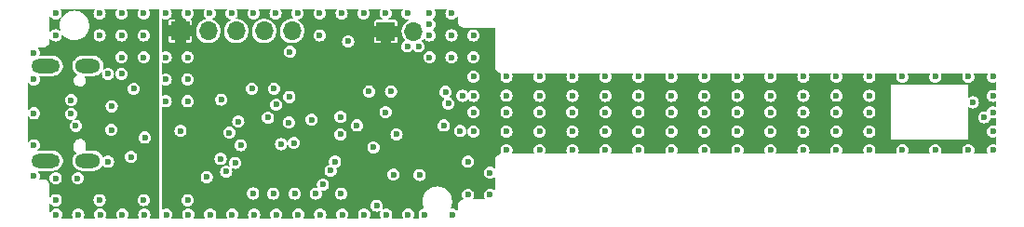
<source format=gbr>
%TF.GenerationSoftware,KiCad,Pcbnew,(6.0.1)*%
%TF.CreationDate,2022-11-23T23:22:51+01:00*%
%TF.ProjectId,usb-magnetometer,7573622d-6d61-4676-9e65-746f6d657465,rev?*%
%TF.SameCoordinates,Original*%
%TF.FileFunction,Copper,L3,Inr*%
%TF.FilePolarity,Positive*%
%FSLAX46Y46*%
G04 Gerber Fmt 4.6, Leading zero omitted, Abs format (unit mm)*
G04 Created by KiCad (PCBNEW (6.0.1)) date 2022-11-23 23:22:51*
%MOMM*%
%LPD*%
G01*
G04 APERTURE LIST*
%TA.AperFunction,ComponentPad*%
%ADD10O,2.600000X1.300000*%
%TD*%
%TA.AperFunction,ComponentPad*%
%ADD11O,2.300000X1.300000*%
%TD*%
%TA.AperFunction,ComponentPad*%
%ADD12R,1.700000X1.700000*%
%TD*%
%TA.AperFunction,ComponentPad*%
%ADD13O,1.700000X1.700000*%
%TD*%
%TA.AperFunction,ViaPad*%
%ADD14C,0.600000*%
%TD*%
G04 APERTURE END LIST*
D10*
%TO.N,Net-(J1-PadS1)*%
%TO.C,J1*%
X50100000Y-147420000D03*
D11*
X53925000Y-147420000D03*
D10*
X50100000Y-138780000D03*
D11*
X53925000Y-138780000D03*
%TD*%
D12*
%TO.N,VDD*%
%TO.C,J2*%
X62325000Y-135600000D03*
D13*
%TO.N,Net-(J2-Pad2)*%
X64865000Y-135600000D03*
%TO.N,Net-(J2-Pad3)*%
X67405000Y-135600000D03*
%TO.N,Net-(J2-Pad4)*%
X69945000Y-135600000D03*
%TO.N,GND*%
X72485000Y-135600000D03*
%TD*%
D12*
%TO.N,VDD*%
%TO.C,J3*%
X81025000Y-135650000D03*
D13*
%TO.N,GND*%
X83565000Y-135650000D03*
%TD*%
D14*
%TO.N,GND*%
X78400000Y-144200000D03*
%TO.N,/nSLEEP*%
X70303844Y-143475500D03*
X76908496Y-143430056D03*
%TO.N,/MCU_RX*%
X74264896Y-143674500D03*
%TO.N,GND*%
X86450000Y-141150000D03*
X77600000Y-136550000D03*
X110000000Y-143000000D03*
X61000000Y-142000000D03*
X88500000Y-150500000D03*
X92000000Y-143000000D03*
X98000000Y-141500000D03*
X68850000Y-140850000D03*
X85000000Y-136000000D03*
X57050000Y-152300000D03*
X87000000Y-136000000D03*
X70850000Y-140850000D03*
X136250000Y-141500000D03*
X95000000Y-139750000D03*
X101000000Y-144750000D03*
X75000000Y-136000000D03*
X97982690Y-142999999D03*
X98000000Y-144750000D03*
X67000000Y-134000000D03*
X101000000Y-141500000D03*
X59050000Y-152300000D03*
X119000000Y-144750000D03*
X85000000Y-134000000D03*
X71000000Y-134000000D03*
X116000000Y-141500000D03*
X55000000Y-136000000D03*
X113000000Y-139750000D03*
X77050000Y-152300000D03*
X56100000Y-142450000D03*
X89000000Y-144750000D03*
X87050000Y-152300000D03*
X116000000Y-144750000D03*
X128000000Y-146450000D03*
X73000000Y-134000000D03*
X110000000Y-146450000D03*
X63000000Y-142000000D03*
X135450000Y-143450000D03*
X49000000Y-148800000D03*
X55050000Y-152300000D03*
X89000000Y-141500000D03*
X113000000Y-144750000D03*
X91994968Y-141492452D03*
X59000000Y-138000000D03*
X84100000Y-148700000D03*
X131000000Y-139750000D03*
X113000000Y-141500000D03*
X116000000Y-146450000D03*
X59000000Y-136000000D03*
X89000000Y-139750000D03*
X72650000Y-145800000D03*
X77000000Y-134000000D03*
X57000000Y-139500000D03*
X55750000Y-139500000D03*
X92000000Y-144750000D03*
X89000000Y-138000000D03*
X87000000Y-134000000D03*
X110000000Y-139750000D03*
X125000000Y-144750000D03*
X49000000Y-146000000D03*
X122000000Y-143000000D03*
X51050000Y-152300000D03*
X53050000Y-152300000D03*
X82000000Y-145000000D03*
X110000000Y-144750000D03*
X79000000Y-134000000D03*
X74650000Y-150400000D03*
X61050000Y-152300000D03*
X51000000Y-134000000D03*
X95000000Y-143000000D03*
X122000000Y-144750000D03*
X72750000Y-150400000D03*
X116000000Y-143000000D03*
X107000000Y-144750000D03*
X104000000Y-144750000D03*
X95000000Y-144750000D03*
X52400000Y-141900000D03*
X95000000Y-141500000D03*
X66800000Y-144850000D03*
X65000000Y-134000000D03*
X125000000Y-141500000D03*
X71050000Y-142300000D03*
X73050000Y-152300000D03*
X87000000Y-138000000D03*
X59100000Y-145300000D03*
X81000000Y-143000000D03*
X136250000Y-143000000D03*
X55000000Y-134000000D03*
X80200000Y-151500000D03*
X98000000Y-146450000D03*
X79050000Y-152300000D03*
X57000000Y-136000000D03*
X55750000Y-147500000D03*
X49000000Y-143100000D03*
X131000000Y-146450000D03*
X63000000Y-134000000D03*
X53000000Y-149000000D03*
X71050000Y-152300000D03*
X62350000Y-144700000D03*
X56050000Y-144600000D03*
X63000000Y-138000000D03*
X101000000Y-143000000D03*
X134000000Y-146450000D03*
X63000000Y-151000000D03*
X101000000Y-139750000D03*
X68950000Y-150400000D03*
X75000000Y-134000000D03*
X104000000Y-146450000D03*
X113000000Y-143000000D03*
X85000000Y-138000000D03*
X65050000Y-152300000D03*
X92000000Y-146450000D03*
X57000000Y-138000000D03*
X121991412Y-141490428D03*
X75050000Y-152300000D03*
X125000000Y-146450000D03*
X107000000Y-139750000D03*
X125000000Y-143000000D03*
X110000000Y-141500000D03*
X61000000Y-138000000D03*
X69000000Y-134000000D03*
X92000000Y-139750000D03*
X136250000Y-146450000D03*
X122000000Y-146450000D03*
X128000000Y-139750000D03*
X104000000Y-143000000D03*
X104000000Y-141500000D03*
X83000000Y-137000000D03*
X58999015Y-150990920D03*
X51000000Y-136000000D03*
X66050000Y-141850000D03*
X90500000Y-150500000D03*
X81050000Y-152300000D03*
X59000000Y-134000000D03*
X71500000Y-145900000D03*
X63000000Y-140000000D03*
X85000000Y-135000000D03*
X69050000Y-152300000D03*
X101000000Y-146450000D03*
X136250000Y-139750000D03*
X83050000Y-152300000D03*
X122000000Y-139750000D03*
X70800000Y-150400000D03*
X125000000Y-139750000D03*
X119000000Y-141500000D03*
X76950000Y-150400000D03*
X95000000Y-146450000D03*
X98000000Y-139750000D03*
X52400000Y-143150000D03*
X104000000Y-139750000D03*
X58100000Y-140850000D03*
X134000000Y-139750000D03*
X49000000Y-140000000D03*
X89000000Y-136000000D03*
X51000000Y-149000000D03*
X57000000Y-134000000D03*
X107000000Y-143000000D03*
X119000000Y-146450000D03*
X90500000Y-148500000D03*
X113000000Y-146450000D03*
X61000000Y-134000000D03*
X136250000Y-144750000D03*
X84000000Y-137000000D03*
X66500000Y-148400000D03*
X49000000Y-137600000D03*
X107000000Y-141500000D03*
X89000000Y-143000000D03*
X84550000Y-152300000D03*
X51000000Y-151000000D03*
X55000000Y-151000000D03*
X119000000Y-139750000D03*
X119000000Y-143000000D03*
X63050000Y-152300000D03*
X67050000Y-152300000D03*
X107000000Y-146450000D03*
X116000000Y-139750000D03*
X61000000Y-140000000D03*
X83000000Y-134000000D03*
X81000000Y-134000000D03*
%TO.N,VDD*%
X135500000Y-144300000D03*
X132600000Y-146450000D03*
X71500000Y-147600000D03*
X79500000Y-136000000D03*
X64800000Y-145100000D03*
X74600000Y-147600000D03*
X86800000Y-149600000D03*
X81100000Y-151500000D03*
X79500000Y-135000000D03*
X76700000Y-136550000D03*
X71500000Y-146800000D03*
X80500000Y-137000000D03*
X86450000Y-140300000D03*
X72500000Y-147600000D03*
X81500000Y-137000000D03*
X64800000Y-144500000D03*
X72500000Y-146800000D03*
%TO.N,/nRST*%
X79900000Y-146200000D03*
X72300000Y-137500000D03*
%TO.N,Net-(J1-PadB5)*%
X57850000Y-147050000D03*
X52824407Y-144229133D03*
%TO.N,/RTS*%
X76000000Y-148300000D03*
X81723608Y-148664079D03*
%TO.N,/CTS*%
X72200000Y-143925500D03*
X76900000Y-145000000D03*
%TO.N,/RI*%
X67824500Y-146000000D03*
X76400000Y-147500000D03*
X75300000Y-149582000D03*
X67324500Y-147600000D03*
%TO.N,/MCU_RX*%
X66000000Y-147250000D03*
X64737398Y-148890826D03*
X72250000Y-141600000D03*
%TO.N,/MCU_TX*%
X67600000Y-143850000D03*
%TO.N,/SPI_SCK*%
X87771937Y-144705908D03*
X88000000Y-141500000D03*
%TO.N,/SPI_MOSI*%
X86700000Y-142200000D03*
%TO.N,/SPI_MISO*%
X86300000Y-144200000D03*
%TO.N,/MAG_INT*%
X88500000Y-147500000D03*
X134400000Y-142100000D03*
%TO.N,Net-(TP8-Pad1)*%
X79500000Y-141100000D03*
%TO.N,Net-(TP9-Pad1)*%
X81500000Y-141100000D03*
%TO.N,/VBUS*%
X52400000Y-140950000D03*
X53150000Y-140950000D03*
X55950000Y-140650000D03*
X56500000Y-149000000D03*
X57500000Y-150000000D03*
X56500000Y-150000000D03*
X52400000Y-145050000D03*
X56000000Y-145650000D03*
X53174080Y-145052617D03*
X52300000Y-145800000D03*
X57500000Y-149000000D03*
%TD*%
%TA.AperFunction,Conductor*%
%TO.N,VDD*%
G36*
X62543285Y-133614352D02*
G01*
X62557637Y-133649000D01*
X62547511Y-133678829D01*
X62515645Y-133720358D01*
X62514416Y-133723325D01*
X62461000Y-133852280D01*
X62460999Y-133852284D01*
X62459772Y-133855246D01*
X62459353Y-133858427D01*
X62459353Y-133858428D01*
X62452385Y-133911355D01*
X62440715Y-134000000D01*
X62459772Y-134144754D01*
X62460999Y-134147716D01*
X62461000Y-134147720D01*
X62514416Y-134276675D01*
X62515645Y-134279642D01*
X62604526Y-134395474D01*
X62607075Y-134397430D01*
X62652495Y-134432282D01*
X62720357Y-134484355D01*
X62723325Y-134485584D01*
X62723326Y-134485585D01*
X62758127Y-134500000D01*
X62788093Y-134512412D01*
X62794751Y-134515170D01*
X62821270Y-134541688D01*
X62825000Y-134560440D01*
X62825000Y-135090253D01*
X62827855Y-135097145D01*
X62834747Y-135100000D01*
X63365253Y-135100000D01*
X63372145Y-135097145D01*
X63375000Y-135090253D01*
X63375000Y-134732705D01*
X63374532Y-134727948D01*
X63364337Y-134676697D01*
X63360715Y-134667951D01*
X63321872Y-134609819D01*
X63315181Y-134603128D01*
X63268072Y-134571651D01*
X63247237Y-134540469D01*
X63254553Y-134503686D01*
X63274137Y-134487614D01*
X63273893Y-134487191D01*
X63276457Y-134485711D01*
X63276544Y-134485639D01*
X63276674Y-134485585D01*
X63276675Y-134485584D01*
X63279643Y-134484355D01*
X63347505Y-134432282D01*
X63392925Y-134397430D01*
X63395474Y-134395474D01*
X63484355Y-134279642D01*
X63485584Y-134276675D01*
X63539000Y-134147720D01*
X63539001Y-134147716D01*
X63540228Y-134144754D01*
X63559285Y-134000000D01*
X63547615Y-133911355D01*
X63540647Y-133858428D01*
X63540647Y-133858427D01*
X63540228Y-133855246D01*
X63539001Y-133852284D01*
X63539000Y-133852280D01*
X63485584Y-133723325D01*
X63484355Y-133720358D01*
X63452489Y-133678829D01*
X63442782Y-133642604D01*
X63461534Y-133610126D01*
X63491363Y-133600000D01*
X64508637Y-133600000D01*
X64543285Y-133614352D01*
X64557637Y-133649000D01*
X64547511Y-133678829D01*
X64515645Y-133720358D01*
X64514416Y-133723325D01*
X64461000Y-133852280D01*
X64460999Y-133852284D01*
X64459772Y-133855246D01*
X64459353Y-133858427D01*
X64459353Y-133858428D01*
X64452385Y-133911355D01*
X64440715Y-134000000D01*
X64459772Y-134144754D01*
X64460999Y-134147716D01*
X64461000Y-134147720D01*
X64514416Y-134276675D01*
X64515645Y-134279642D01*
X64604526Y-134395474D01*
X64621958Y-134408850D01*
X64652495Y-134432282D01*
X64671246Y-134464761D01*
X64661539Y-134500986D01*
X64630964Y-134519448D01*
X64577910Y-134528564D01*
X64575806Y-134529340D01*
X64575803Y-134529341D01*
X64389571Y-134598046D01*
X64389568Y-134598047D01*
X64387463Y-134598824D01*
X64385535Y-134599971D01*
X64385533Y-134599972D01*
X64347744Y-134622454D01*
X64213010Y-134702612D01*
X64211322Y-134704092D01*
X64211321Y-134704093D01*
X64157305Y-134751464D01*
X64060392Y-134836455D01*
X64059007Y-134838211D01*
X64059003Y-134838216D01*
X63936110Y-134994105D01*
X63936107Y-134994110D01*
X63934720Y-134995869D01*
X63840203Y-135175515D01*
X63780007Y-135369378D01*
X63779743Y-135371610D01*
X63779742Y-135371614D01*
X63764547Y-135500000D01*
X63756148Y-135570964D01*
X63769424Y-135773522D01*
X63769977Y-135775701D01*
X63769978Y-135775705D01*
X63818524Y-135966850D01*
X63819392Y-135970269D01*
X63820328Y-135972299D01*
X63820330Y-135972305D01*
X63901198Y-136147720D01*
X63904377Y-136154616D01*
X63905672Y-136156448D01*
X64010488Y-136304760D01*
X64021533Y-136320389D01*
X64023137Y-136321952D01*
X64023140Y-136321955D01*
X64087186Y-136384345D01*
X64166938Y-136462035D01*
X64168800Y-136463279D01*
X64168801Y-136463280D01*
X64333852Y-136573564D01*
X64335720Y-136574812D01*
X64522228Y-136654942D01*
X64524420Y-136655438D01*
X64718026Y-136699247D01*
X64718032Y-136699248D01*
X64720216Y-136699742D01*
X64806124Y-136703118D01*
X64920806Y-136707624D01*
X64920809Y-136707624D01*
X64923053Y-136707712D01*
X64925272Y-136707390D01*
X64925277Y-136707390D01*
X65043465Y-136690253D01*
X65123945Y-136678584D01*
X65126067Y-136677864D01*
X65126070Y-136677863D01*
X65250233Y-136635715D01*
X65316165Y-136613334D01*
X65384951Y-136574812D01*
X65491314Y-136515246D01*
X65491316Y-136515245D01*
X65493276Y-136514147D01*
X65496113Y-136511788D01*
X65647622Y-136385778D01*
X65649345Y-136384345D01*
X65715536Y-136304760D01*
X65777711Y-136230003D01*
X65777713Y-136230001D01*
X65779147Y-136228276D01*
X65786964Y-136214319D01*
X65877238Y-136053122D01*
X65878334Y-136051165D01*
X65922331Y-135921555D01*
X65942863Y-135861070D01*
X65942864Y-135861067D01*
X65943584Y-135858945D01*
X65965581Y-135707234D01*
X65972505Y-135659483D01*
X65972505Y-135659477D01*
X65972712Y-135658053D01*
X65972921Y-135650093D01*
X65974194Y-135601453D01*
X65974194Y-135601452D01*
X65974232Y-135600000D01*
X65955658Y-135397859D01*
X65900557Y-135202487D01*
X65874674Y-135150000D01*
X65811770Y-135022444D01*
X65810776Y-135020428D01*
X65689320Y-134857779D01*
X65595998Y-134771513D01*
X65541909Y-134721513D01*
X65541908Y-134721512D01*
X65540258Y-134719987D01*
X65368581Y-134611667D01*
X65278658Y-134575791D01*
X65251794Y-134549621D01*
X65251303Y-134512122D01*
X65274639Y-134488480D01*
X65273894Y-134487190D01*
X65276675Y-134485584D01*
X65279643Y-134484355D01*
X65347505Y-134432282D01*
X65392925Y-134397430D01*
X65395474Y-134395474D01*
X65484355Y-134279642D01*
X65485584Y-134276675D01*
X65539000Y-134147720D01*
X65539001Y-134147716D01*
X65540228Y-134144754D01*
X65559285Y-134000000D01*
X65547615Y-133911355D01*
X65540647Y-133858428D01*
X65540647Y-133858427D01*
X65540228Y-133855246D01*
X65539001Y-133852284D01*
X65539000Y-133852280D01*
X65485584Y-133723325D01*
X65484355Y-133720358D01*
X65452489Y-133678829D01*
X65442782Y-133642604D01*
X65461534Y-133610126D01*
X65491363Y-133600000D01*
X66508637Y-133600000D01*
X66543285Y-133614352D01*
X66557637Y-133649000D01*
X66547511Y-133678829D01*
X66515645Y-133720358D01*
X66514416Y-133723325D01*
X66461000Y-133852280D01*
X66460999Y-133852284D01*
X66459772Y-133855246D01*
X66459353Y-133858427D01*
X66459353Y-133858428D01*
X66452385Y-133911355D01*
X66440715Y-134000000D01*
X66459772Y-134144754D01*
X66460999Y-134147716D01*
X66461000Y-134147720D01*
X66514416Y-134276675D01*
X66515645Y-134279642D01*
X66604526Y-134395474D01*
X66607075Y-134397430D01*
X66652495Y-134432282D01*
X66720357Y-134484355D01*
X66723320Y-134485582D01*
X66723323Y-134485584D01*
X66797604Y-134516352D01*
X66855246Y-134540228D01*
X66858427Y-134540647D01*
X66861264Y-134541407D01*
X66891017Y-134564237D01*
X66895912Y-134601419D01*
X66873635Y-134630848D01*
X66754940Y-134701463D01*
X66754934Y-134701467D01*
X66753010Y-134702612D01*
X66751322Y-134704092D01*
X66751321Y-134704093D01*
X66697305Y-134751464D01*
X66600392Y-134836455D01*
X66599007Y-134838211D01*
X66599003Y-134838216D01*
X66476110Y-134994105D01*
X66476107Y-134994110D01*
X66474720Y-134995869D01*
X66380203Y-135175515D01*
X66320007Y-135369378D01*
X66319743Y-135371610D01*
X66319742Y-135371614D01*
X66304547Y-135500000D01*
X66296148Y-135570964D01*
X66309424Y-135773522D01*
X66309977Y-135775701D01*
X66309978Y-135775705D01*
X66358524Y-135966850D01*
X66359392Y-135970269D01*
X66360328Y-135972299D01*
X66360330Y-135972305D01*
X66441198Y-136147720D01*
X66444377Y-136154616D01*
X66445672Y-136156448D01*
X66550488Y-136304760D01*
X66561533Y-136320389D01*
X66563137Y-136321952D01*
X66563140Y-136321955D01*
X66627186Y-136384345D01*
X66706938Y-136462035D01*
X66708800Y-136463279D01*
X66708801Y-136463280D01*
X66873852Y-136573564D01*
X66875720Y-136574812D01*
X67062228Y-136654942D01*
X67064420Y-136655438D01*
X67258026Y-136699247D01*
X67258032Y-136699248D01*
X67260216Y-136699742D01*
X67346124Y-136703118D01*
X67460806Y-136707624D01*
X67460809Y-136707624D01*
X67463053Y-136707712D01*
X67465272Y-136707390D01*
X67465277Y-136707390D01*
X67583465Y-136690253D01*
X67663945Y-136678584D01*
X67666067Y-136677864D01*
X67666070Y-136677863D01*
X67790233Y-136635715D01*
X67856165Y-136613334D01*
X67924951Y-136574812D01*
X68031314Y-136515246D01*
X68031316Y-136515245D01*
X68033276Y-136514147D01*
X68036113Y-136511788D01*
X68187622Y-136385778D01*
X68189345Y-136384345D01*
X68255536Y-136304760D01*
X68317711Y-136230003D01*
X68317713Y-136230001D01*
X68319147Y-136228276D01*
X68326964Y-136214319D01*
X68417238Y-136053122D01*
X68418334Y-136051165D01*
X68462331Y-135921555D01*
X68482863Y-135861070D01*
X68482864Y-135861067D01*
X68483584Y-135858945D01*
X68505581Y-135707234D01*
X68512505Y-135659483D01*
X68512505Y-135659477D01*
X68512712Y-135658053D01*
X68512921Y-135650093D01*
X68514194Y-135601453D01*
X68514194Y-135601452D01*
X68514232Y-135600000D01*
X68511564Y-135570964D01*
X68836148Y-135570964D01*
X68849424Y-135773522D01*
X68849977Y-135775701D01*
X68849978Y-135775705D01*
X68898524Y-135966850D01*
X68899392Y-135970269D01*
X68900328Y-135972299D01*
X68900330Y-135972305D01*
X68981198Y-136147720D01*
X68984377Y-136154616D01*
X68985672Y-136156448D01*
X69090488Y-136304760D01*
X69101533Y-136320389D01*
X69103137Y-136321952D01*
X69103140Y-136321955D01*
X69167186Y-136384345D01*
X69246938Y-136462035D01*
X69248800Y-136463279D01*
X69248801Y-136463280D01*
X69413852Y-136573564D01*
X69415720Y-136574812D01*
X69602228Y-136654942D01*
X69604420Y-136655438D01*
X69798026Y-136699247D01*
X69798032Y-136699248D01*
X69800216Y-136699742D01*
X69886124Y-136703118D01*
X70000806Y-136707624D01*
X70000809Y-136707624D01*
X70003053Y-136707712D01*
X70005272Y-136707390D01*
X70005277Y-136707390D01*
X70123465Y-136690253D01*
X70203945Y-136678584D01*
X70206067Y-136677864D01*
X70206070Y-136677863D01*
X70330233Y-136635715D01*
X70396165Y-136613334D01*
X70464951Y-136574812D01*
X70571314Y-136515246D01*
X70571316Y-136515245D01*
X70573276Y-136514147D01*
X70576113Y-136511788D01*
X70727622Y-136385778D01*
X70729345Y-136384345D01*
X70795536Y-136304760D01*
X70857711Y-136230003D01*
X70857713Y-136230001D01*
X70859147Y-136228276D01*
X70866964Y-136214319D01*
X70957238Y-136053122D01*
X70958334Y-136051165D01*
X71002331Y-135921555D01*
X71022863Y-135861070D01*
X71022864Y-135861067D01*
X71023584Y-135858945D01*
X71045581Y-135707234D01*
X71052505Y-135659483D01*
X71052505Y-135659477D01*
X71052712Y-135658053D01*
X71052921Y-135650093D01*
X71054194Y-135601453D01*
X71054194Y-135601452D01*
X71054232Y-135600000D01*
X71035658Y-135397859D01*
X70980557Y-135202487D01*
X70954674Y-135150000D01*
X70891770Y-135022444D01*
X70890776Y-135020428D01*
X70769320Y-134857779D01*
X70675998Y-134771513D01*
X70621909Y-134721513D01*
X70621908Y-134721512D01*
X70620258Y-134719987D01*
X70448581Y-134611667D01*
X70329818Y-134564285D01*
X70262123Y-134537277D01*
X70262119Y-134537276D01*
X70260039Y-134536446D01*
X70257838Y-134536008D01*
X70257834Y-134536007D01*
X70076812Y-134500000D01*
X70060946Y-134496844D01*
X69964244Y-134495578D01*
X69860219Y-134494216D01*
X69860214Y-134494216D01*
X69857971Y-134494187D01*
X69855754Y-134494568D01*
X69855753Y-134494568D01*
X69818403Y-134500986D01*
X69657910Y-134528564D01*
X69655806Y-134529340D01*
X69655803Y-134529341D01*
X69469571Y-134598046D01*
X69469568Y-134598047D01*
X69467463Y-134598824D01*
X69465535Y-134599971D01*
X69465533Y-134599972D01*
X69427744Y-134622454D01*
X69293010Y-134702612D01*
X69291322Y-134704092D01*
X69291321Y-134704093D01*
X69237305Y-134751464D01*
X69140392Y-134836455D01*
X69139007Y-134838211D01*
X69139003Y-134838216D01*
X69016110Y-134994105D01*
X69016107Y-134994110D01*
X69014720Y-134995869D01*
X68920203Y-135175515D01*
X68860007Y-135369378D01*
X68859743Y-135371610D01*
X68859742Y-135371614D01*
X68844547Y-135500000D01*
X68836148Y-135570964D01*
X68511564Y-135570964D01*
X68495658Y-135397859D01*
X68440557Y-135202487D01*
X68414674Y-135150000D01*
X68351770Y-135022444D01*
X68350776Y-135020428D01*
X68229320Y-134857779D01*
X68135998Y-134771513D01*
X68081909Y-134721513D01*
X68081908Y-134721512D01*
X68080258Y-134719987D01*
X67908581Y-134611667D01*
X67789818Y-134564285D01*
X67722123Y-134537277D01*
X67722119Y-134537276D01*
X67720039Y-134536446D01*
X67717838Y-134536008D01*
X67717834Y-134536007D01*
X67536812Y-134500000D01*
X67520946Y-134496844D01*
X67457494Y-134496013D01*
X67408978Y-134495378D01*
X67374521Y-134480574D01*
X67360624Y-134445740D01*
X67375428Y-134411283D01*
X67379791Y-134407508D01*
X67392925Y-134397430D01*
X67395474Y-134395474D01*
X67484355Y-134279642D01*
X67485584Y-134276675D01*
X67539000Y-134147720D01*
X67539001Y-134147716D01*
X67540228Y-134144754D01*
X67559285Y-134000000D01*
X67547615Y-133911355D01*
X67540647Y-133858428D01*
X67540647Y-133858427D01*
X67540228Y-133855246D01*
X67539001Y-133852284D01*
X67539000Y-133852280D01*
X67485584Y-133723325D01*
X67484355Y-133720358D01*
X67452489Y-133678829D01*
X67442782Y-133642604D01*
X67461534Y-133610126D01*
X67491363Y-133600000D01*
X68508637Y-133600000D01*
X68543285Y-133614352D01*
X68557637Y-133649000D01*
X68547511Y-133678829D01*
X68515645Y-133720358D01*
X68514416Y-133723325D01*
X68461000Y-133852280D01*
X68460999Y-133852284D01*
X68459772Y-133855246D01*
X68459353Y-133858427D01*
X68459353Y-133858428D01*
X68452385Y-133911355D01*
X68440715Y-134000000D01*
X68459772Y-134144754D01*
X68460999Y-134147716D01*
X68461000Y-134147720D01*
X68514416Y-134276675D01*
X68515645Y-134279642D01*
X68604526Y-134395474D01*
X68607075Y-134397430D01*
X68652495Y-134432282D01*
X68720357Y-134484355D01*
X68723320Y-134485582D01*
X68723323Y-134485584D01*
X68852280Y-134539000D01*
X68852284Y-134539001D01*
X68855246Y-134540228D01*
X68858427Y-134540647D01*
X68858428Y-134540647D01*
X68996817Y-134558866D01*
X69000000Y-134559285D01*
X69003183Y-134558866D01*
X69141572Y-134540647D01*
X69141573Y-134540647D01*
X69144754Y-134540228D01*
X69147716Y-134539001D01*
X69147720Y-134539000D01*
X69276677Y-134485584D01*
X69276680Y-134485582D01*
X69279643Y-134484355D01*
X69347505Y-134432282D01*
X69392925Y-134397430D01*
X69395474Y-134395474D01*
X69484355Y-134279642D01*
X69485584Y-134276675D01*
X69539000Y-134147720D01*
X69539001Y-134147716D01*
X69540228Y-134144754D01*
X69559285Y-134000000D01*
X69547615Y-133911355D01*
X69540647Y-133858428D01*
X69540647Y-133858427D01*
X69540228Y-133855246D01*
X69539001Y-133852284D01*
X69539000Y-133852280D01*
X69485584Y-133723325D01*
X69484355Y-133720358D01*
X69452489Y-133678829D01*
X69442782Y-133642604D01*
X69461534Y-133610126D01*
X69491363Y-133600000D01*
X70508637Y-133600000D01*
X70543285Y-133614352D01*
X70557637Y-133649000D01*
X70547511Y-133678829D01*
X70515645Y-133720358D01*
X70514416Y-133723325D01*
X70461000Y-133852280D01*
X70460999Y-133852284D01*
X70459772Y-133855246D01*
X70459353Y-133858427D01*
X70459353Y-133858428D01*
X70452385Y-133911355D01*
X70440715Y-134000000D01*
X70459772Y-134144754D01*
X70460999Y-134147716D01*
X70461000Y-134147720D01*
X70514416Y-134276675D01*
X70515645Y-134279642D01*
X70604526Y-134395474D01*
X70607075Y-134397430D01*
X70652495Y-134432282D01*
X70720357Y-134484355D01*
X70723320Y-134485582D01*
X70723323Y-134485584D01*
X70852280Y-134539000D01*
X70852284Y-134539001D01*
X70855246Y-134540228D01*
X70858427Y-134540647D01*
X70858428Y-134540647D01*
X70996817Y-134558866D01*
X71000000Y-134559285D01*
X71003183Y-134558866D01*
X71141572Y-134540647D01*
X71141573Y-134540647D01*
X71144754Y-134540228D01*
X71147716Y-134539001D01*
X71147720Y-134539000D01*
X71276677Y-134485584D01*
X71276680Y-134485582D01*
X71279643Y-134484355D01*
X71347505Y-134432282D01*
X71392925Y-134397430D01*
X71395474Y-134395474D01*
X71484355Y-134279642D01*
X71485584Y-134276675D01*
X71539000Y-134147720D01*
X71539001Y-134147716D01*
X71540228Y-134144754D01*
X71559285Y-134000000D01*
X71547615Y-133911355D01*
X71540647Y-133858428D01*
X71540647Y-133858427D01*
X71540228Y-133855246D01*
X71539001Y-133852284D01*
X71539000Y-133852280D01*
X71485584Y-133723325D01*
X71484355Y-133720358D01*
X71452489Y-133678829D01*
X71442782Y-133642604D01*
X71461534Y-133610126D01*
X71491363Y-133600000D01*
X72508637Y-133600000D01*
X72543285Y-133614352D01*
X72557637Y-133649000D01*
X72547511Y-133678829D01*
X72515645Y-133720358D01*
X72514416Y-133723325D01*
X72461000Y-133852280D01*
X72460999Y-133852284D01*
X72459772Y-133855246D01*
X72459353Y-133858427D01*
X72459353Y-133858428D01*
X72452385Y-133911355D01*
X72440715Y-134000000D01*
X72459772Y-134144754D01*
X72460999Y-134147716D01*
X72461000Y-134147720D01*
X72514416Y-134276675D01*
X72515645Y-134279642D01*
X72604526Y-134395474D01*
X72607075Y-134397430D01*
X72621958Y-134408850D01*
X72640710Y-134441328D01*
X72631003Y-134477553D01*
X72598525Y-134496305D01*
X72591488Y-134496720D01*
X72400219Y-134494216D01*
X72400214Y-134494216D01*
X72397971Y-134494187D01*
X72395754Y-134494568D01*
X72395753Y-134494568D01*
X72358403Y-134500986D01*
X72197910Y-134528564D01*
X72195806Y-134529340D01*
X72195803Y-134529341D01*
X72009571Y-134598046D01*
X72009568Y-134598047D01*
X72007463Y-134598824D01*
X72005535Y-134599971D01*
X72005533Y-134599972D01*
X71967744Y-134622454D01*
X71833010Y-134702612D01*
X71831322Y-134704092D01*
X71831321Y-134704093D01*
X71777305Y-134751464D01*
X71680392Y-134836455D01*
X71679007Y-134838211D01*
X71679003Y-134838216D01*
X71556110Y-134994105D01*
X71556107Y-134994110D01*
X71554720Y-134995869D01*
X71460203Y-135175515D01*
X71400007Y-135369378D01*
X71399743Y-135371610D01*
X71399742Y-135371614D01*
X71384547Y-135500000D01*
X71376148Y-135570964D01*
X71389424Y-135773522D01*
X71389977Y-135775701D01*
X71389978Y-135775705D01*
X71438524Y-135966850D01*
X71439392Y-135970269D01*
X71440328Y-135972299D01*
X71440330Y-135972305D01*
X71521198Y-136147720D01*
X71524377Y-136154616D01*
X71525672Y-136156448D01*
X71630488Y-136304760D01*
X71641533Y-136320389D01*
X71643137Y-136321952D01*
X71643140Y-136321955D01*
X71707186Y-136384345D01*
X71786938Y-136462035D01*
X71788800Y-136463279D01*
X71788801Y-136463280D01*
X71953852Y-136573564D01*
X71955720Y-136574812D01*
X72142228Y-136654942D01*
X72144420Y-136655438D01*
X72338026Y-136699247D01*
X72338032Y-136699248D01*
X72340216Y-136699742D01*
X72426124Y-136703118D01*
X72540806Y-136707624D01*
X72540809Y-136707624D01*
X72543053Y-136707712D01*
X72545272Y-136707390D01*
X72545277Y-136707390D01*
X72663465Y-136690253D01*
X72743945Y-136678584D01*
X72746067Y-136677864D01*
X72746070Y-136677863D01*
X72870233Y-136635715D01*
X72936165Y-136613334D01*
X73004951Y-136574812D01*
X73111314Y-136515246D01*
X73111316Y-136515245D01*
X73113276Y-136514147D01*
X73116113Y-136511788D01*
X73267622Y-136385778D01*
X73269345Y-136384345D01*
X73335536Y-136304760D01*
X73397711Y-136230003D01*
X73397713Y-136230001D01*
X73399147Y-136228276D01*
X73406964Y-136214319D01*
X73497238Y-136053122D01*
X73498334Y-136051165D01*
X73515702Y-136000000D01*
X74440715Y-136000000D01*
X74459772Y-136144754D01*
X74460999Y-136147716D01*
X74461000Y-136147720D01*
X74510744Y-136267809D01*
X74515645Y-136279642D01*
X74604526Y-136395474D01*
X74720357Y-136484355D01*
X74723320Y-136485582D01*
X74723323Y-136485584D01*
X74852280Y-136539000D01*
X74852284Y-136539001D01*
X74855246Y-136540228D01*
X74858427Y-136540647D01*
X74858428Y-136540647D01*
X74996817Y-136558866D01*
X75000000Y-136559285D01*
X75003183Y-136558866D01*
X75070528Y-136550000D01*
X77040715Y-136550000D01*
X77041134Y-136553183D01*
X77043982Y-136574812D01*
X77059772Y-136694754D01*
X77060999Y-136697716D01*
X77061000Y-136697720D01*
X77087446Y-136761564D01*
X77115645Y-136829642D01*
X77204526Y-136945474D01*
X77320357Y-137034355D01*
X77323320Y-137035582D01*
X77323323Y-137035584D01*
X77452280Y-137089000D01*
X77452284Y-137089001D01*
X77455246Y-137090228D01*
X77458427Y-137090647D01*
X77458428Y-137090647D01*
X77596817Y-137108866D01*
X77600000Y-137109285D01*
X77603183Y-137108866D01*
X77741572Y-137090647D01*
X77741573Y-137090647D01*
X77744754Y-137090228D01*
X77747716Y-137089001D01*
X77747720Y-137089000D01*
X77876677Y-137035584D01*
X77876680Y-137035582D01*
X77879643Y-137034355D01*
X77995474Y-136945474D01*
X78084355Y-136829642D01*
X78112554Y-136761564D01*
X78139000Y-136697720D01*
X78139001Y-136697716D01*
X78140228Y-136694754D01*
X78156019Y-136574812D01*
X78158866Y-136553183D01*
X78159285Y-136550000D01*
X78154980Y-136517295D01*
X79975000Y-136517295D01*
X79975468Y-136522052D01*
X79985663Y-136573303D01*
X79989285Y-136582049D01*
X80028128Y-136640181D01*
X80034819Y-136646872D01*
X80092951Y-136685715D01*
X80101697Y-136689337D01*
X80152948Y-136699532D01*
X80157705Y-136700000D01*
X80515253Y-136700000D01*
X80522145Y-136697145D01*
X80525000Y-136690253D01*
X81525000Y-136690253D01*
X81527855Y-136697145D01*
X81534747Y-136700000D01*
X81892295Y-136700000D01*
X81897052Y-136699532D01*
X81948303Y-136689337D01*
X81957049Y-136685715D01*
X82015181Y-136646872D01*
X82021872Y-136640181D01*
X82060715Y-136582049D01*
X82064337Y-136573303D01*
X82074532Y-136522052D01*
X82075000Y-136517295D01*
X82075000Y-136159747D01*
X82072145Y-136152855D01*
X82065253Y-136150000D01*
X81534747Y-136150000D01*
X81527855Y-136152855D01*
X81525000Y-136159747D01*
X81525000Y-136690253D01*
X80525000Y-136690253D01*
X80525000Y-136159747D01*
X80522145Y-136152855D01*
X80515253Y-136150000D01*
X79984747Y-136150000D01*
X79977855Y-136152855D01*
X79975000Y-136159747D01*
X79975000Y-136517295D01*
X78154980Y-136517295D01*
X78154710Y-136515246D01*
X78140647Y-136408428D01*
X78140647Y-136408427D01*
X78140228Y-136405246D01*
X78139001Y-136402284D01*
X78139000Y-136402280D01*
X78085584Y-136273325D01*
X78084355Y-136270358D01*
X77995474Y-136154526D01*
X77879643Y-136065645D01*
X77876680Y-136064418D01*
X77876677Y-136064416D01*
X77747720Y-136011000D01*
X77747716Y-136010999D01*
X77744754Y-136009772D01*
X77741573Y-136009353D01*
X77741572Y-136009353D01*
X77603183Y-135991134D01*
X77600000Y-135990715D01*
X77596817Y-135991134D01*
X77458428Y-136009353D01*
X77458427Y-136009353D01*
X77455246Y-136009772D01*
X77452284Y-136010999D01*
X77452280Y-136011000D01*
X77350591Y-136053122D01*
X77320358Y-136065645D01*
X77204526Y-136154526D01*
X77115645Y-136270358D01*
X77114416Y-136273325D01*
X77061000Y-136402280D01*
X77060999Y-136402284D01*
X77059772Y-136405246D01*
X77059353Y-136408427D01*
X77059353Y-136408428D01*
X77045290Y-136515246D01*
X77040715Y-136550000D01*
X75070528Y-136550000D01*
X75141572Y-136540647D01*
X75141573Y-136540647D01*
X75144754Y-136540228D01*
X75147716Y-136539001D01*
X75147720Y-136539000D01*
X75276677Y-136485584D01*
X75276680Y-136485582D01*
X75279643Y-136484355D01*
X75395474Y-136395474D01*
X75484355Y-136279642D01*
X75489256Y-136267809D01*
X75539000Y-136147720D01*
X75539001Y-136147716D01*
X75540228Y-136144754D01*
X75559285Y-136000000D01*
X75540228Y-135855246D01*
X75539001Y-135852284D01*
X75539000Y-135852280D01*
X75485584Y-135723325D01*
X75484355Y-135720358D01*
X75395474Y-135604526D01*
X75279643Y-135515645D01*
X75276680Y-135514418D01*
X75276677Y-135514416D01*
X75147720Y-135461000D01*
X75147716Y-135460999D01*
X75144754Y-135459772D01*
X75141573Y-135459353D01*
X75141572Y-135459353D01*
X75003183Y-135441134D01*
X75000000Y-135440715D01*
X74996817Y-135441134D01*
X74858428Y-135459353D01*
X74858427Y-135459353D01*
X74855246Y-135459772D01*
X74852284Y-135460999D01*
X74852280Y-135461000D01*
X74758128Y-135500000D01*
X74720358Y-135515645D01*
X74604526Y-135604526D01*
X74515645Y-135720358D01*
X74514416Y-135723325D01*
X74461000Y-135852280D01*
X74460999Y-135852284D01*
X74459772Y-135855246D01*
X74440715Y-136000000D01*
X73515702Y-136000000D01*
X73542331Y-135921555D01*
X73562863Y-135861070D01*
X73562864Y-135861067D01*
X73563584Y-135858945D01*
X73585581Y-135707234D01*
X73592505Y-135659483D01*
X73592505Y-135659477D01*
X73592712Y-135658053D01*
X73592921Y-135650093D01*
X73594194Y-135601453D01*
X73594194Y-135601452D01*
X73594232Y-135600000D01*
X73575658Y-135397859D01*
X73520557Y-135202487D01*
X73494674Y-135150000D01*
X73431770Y-135022444D01*
X73430776Y-135020428D01*
X73309320Y-134857779D01*
X73215998Y-134771513D01*
X73161909Y-134721513D01*
X73161908Y-134721512D01*
X73160258Y-134719987D01*
X73036499Y-134641901D01*
X73014855Y-134611275D01*
X73021206Y-134574314D01*
X73051833Y-134552669D01*
X73056251Y-134551880D01*
X73141572Y-134540647D01*
X73141573Y-134540647D01*
X73144754Y-134540228D01*
X73147716Y-134539001D01*
X73147720Y-134539000D01*
X73276677Y-134485584D01*
X73276680Y-134485582D01*
X73279643Y-134484355D01*
X73347505Y-134432282D01*
X73392925Y-134397430D01*
X73395474Y-134395474D01*
X73484355Y-134279642D01*
X73485584Y-134276675D01*
X73539000Y-134147720D01*
X73539001Y-134147716D01*
X73540228Y-134144754D01*
X73559285Y-134000000D01*
X73547615Y-133911355D01*
X73540647Y-133858428D01*
X73540647Y-133858427D01*
X73540228Y-133855246D01*
X73539001Y-133852284D01*
X73539000Y-133852280D01*
X73485584Y-133723325D01*
X73484355Y-133720358D01*
X73452489Y-133678829D01*
X73442782Y-133642604D01*
X73461534Y-133610126D01*
X73491363Y-133600000D01*
X74508637Y-133600000D01*
X74543285Y-133614352D01*
X74557637Y-133649000D01*
X74547511Y-133678829D01*
X74515645Y-133720358D01*
X74514416Y-133723325D01*
X74461000Y-133852280D01*
X74460999Y-133852284D01*
X74459772Y-133855246D01*
X74459353Y-133858427D01*
X74459353Y-133858428D01*
X74452385Y-133911355D01*
X74440715Y-134000000D01*
X74459772Y-134144754D01*
X74460999Y-134147716D01*
X74461000Y-134147720D01*
X74514416Y-134276675D01*
X74515645Y-134279642D01*
X74604526Y-134395474D01*
X74607075Y-134397430D01*
X74652495Y-134432282D01*
X74720357Y-134484355D01*
X74723320Y-134485582D01*
X74723323Y-134485584D01*
X74852280Y-134539000D01*
X74852284Y-134539001D01*
X74855246Y-134540228D01*
X74858427Y-134540647D01*
X74858428Y-134540647D01*
X74996817Y-134558866D01*
X75000000Y-134559285D01*
X75003183Y-134558866D01*
X75141572Y-134540647D01*
X75141573Y-134540647D01*
X75144754Y-134540228D01*
X75147716Y-134539001D01*
X75147720Y-134539000D01*
X75276677Y-134485584D01*
X75276680Y-134485582D01*
X75279643Y-134484355D01*
X75347505Y-134432282D01*
X75392925Y-134397430D01*
X75395474Y-134395474D01*
X75484355Y-134279642D01*
X75485584Y-134276675D01*
X75539000Y-134147720D01*
X75539001Y-134147716D01*
X75540228Y-134144754D01*
X75559285Y-134000000D01*
X75547615Y-133911355D01*
X75540647Y-133858428D01*
X75540647Y-133858427D01*
X75540228Y-133855246D01*
X75539001Y-133852284D01*
X75539000Y-133852280D01*
X75485584Y-133723325D01*
X75484355Y-133720358D01*
X75452489Y-133678829D01*
X75442782Y-133642604D01*
X75461534Y-133610126D01*
X75491363Y-133600000D01*
X76508637Y-133600000D01*
X76543285Y-133614352D01*
X76557637Y-133649000D01*
X76547511Y-133678829D01*
X76515645Y-133720358D01*
X76514416Y-133723325D01*
X76461000Y-133852280D01*
X76460999Y-133852284D01*
X76459772Y-133855246D01*
X76459353Y-133858427D01*
X76459353Y-133858428D01*
X76452385Y-133911355D01*
X76440715Y-134000000D01*
X76459772Y-134144754D01*
X76460999Y-134147716D01*
X76461000Y-134147720D01*
X76514416Y-134276675D01*
X76515645Y-134279642D01*
X76604526Y-134395474D01*
X76607075Y-134397430D01*
X76652495Y-134432282D01*
X76720357Y-134484355D01*
X76723320Y-134485582D01*
X76723323Y-134485584D01*
X76852280Y-134539000D01*
X76852284Y-134539001D01*
X76855246Y-134540228D01*
X76858427Y-134540647D01*
X76858428Y-134540647D01*
X76996817Y-134558866D01*
X77000000Y-134559285D01*
X77003183Y-134558866D01*
X77141572Y-134540647D01*
X77141573Y-134540647D01*
X77144754Y-134540228D01*
X77147716Y-134539001D01*
X77147720Y-134539000D01*
X77276677Y-134485584D01*
X77276680Y-134485582D01*
X77279643Y-134484355D01*
X77347505Y-134432282D01*
X77392925Y-134397430D01*
X77395474Y-134395474D01*
X77484355Y-134279642D01*
X77485584Y-134276675D01*
X77539000Y-134147720D01*
X77539001Y-134147716D01*
X77540228Y-134144754D01*
X77559285Y-134000000D01*
X77547615Y-133911355D01*
X77540647Y-133858428D01*
X77540647Y-133858427D01*
X77540228Y-133855246D01*
X77539001Y-133852284D01*
X77539000Y-133852280D01*
X77485584Y-133723325D01*
X77484355Y-133720358D01*
X77452489Y-133678829D01*
X77442782Y-133642604D01*
X77461534Y-133610126D01*
X77491363Y-133600000D01*
X78508637Y-133600000D01*
X78543285Y-133614352D01*
X78557637Y-133649000D01*
X78547511Y-133678829D01*
X78515645Y-133720358D01*
X78514416Y-133723325D01*
X78461000Y-133852280D01*
X78460999Y-133852284D01*
X78459772Y-133855246D01*
X78459353Y-133858427D01*
X78459353Y-133858428D01*
X78452385Y-133911355D01*
X78440715Y-134000000D01*
X78459772Y-134144754D01*
X78460999Y-134147716D01*
X78461000Y-134147720D01*
X78514416Y-134276675D01*
X78515645Y-134279642D01*
X78604526Y-134395474D01*
X78607075Y-134397430D01*
X78652495Y-134432282D01*
X78720357Y-134484355D01*
X78723320Y-134485582D01*
X78723323Y-134485584D01*
X78852280Y-134539000D01*
X78852284Y-134539001D01*
X78855246Y-134540228D01*
X78858427Y-134540647D01*
X78858428Y-134540647D01*
X78996817Y-134558866D01*
X79000000Y-134559285D01*
X79003183Y-134558866D01*
X79141572Y-134540647D01*
X79141573Y-134540647D01*
X79144754Y-134540228D01*
X79147716Y-134539001D01*
X79147720Y-134539000D01*
X79276677Y-134485584D01*
X79276680Y-134485582D01*
X79279643Y-134484355D01*
X79347505Y-134432282D01*
X79392925Y-134397430D01*
X79395474Y-134395474D01*
X79484355Y-134279642D01*
X79485584Y-134276675D01*
X79539000Y-134147720D01*
X79539001Y-134147716D01*
X79540228Y-134144754D01*
X79559285Y-134000000D01*
X79547615Y-133911355D01*
X79540647Y-133858428D01*
X79540647Y-133858427D01*
X79540228Y-133855246D01*
X79539001Y-133852284D01*
X79539000Y-133852280D01*
X79485584Y-133723325D01*
X79484355Y-133720358D01*
X79452489Y-133678829D01*
X79442782Y-133642604D01*
X79461534Y-133610126D01*
X79491363Y-133600000D01*
X80508637Y-133600000D01*
X80543285Y-133614352D01*
X80557637Y-133649000D01*
X80547511Y-133678829D01*
X80515645Y-133720358D01*
X80514416Y-133723325D01*
X80461000Y-133852280D01*
X80460999Y-133852284D01*
X80459772Y-133855246D01*
X80459353Y-133858427D01*
X80459353Y-133858428D01*
X80452385Y-133911355D01*
X80440715Y-134000000D01*
X80459772Y-134144754D01*
X80460999Y-134147716D01*
X80461000Y-134147720D01*
X80514416Y-134276675D01*
X80515645Y-134279642D01*
X80604526Y-134395474D01*
X80607075Y-134397430D01*
X80652495Y-134432282D01*
X80720357Y-134484355D01*
X80723325Y-134485584D01*
X80723326Y-134485585D01*
X80771960Y-134505730D01*
X80798479Y-134532248D01*
X80798479Y-134569751D01*
X80771961Y-134596270D01*
X80753209Y-134600000D01*
X80157705Y-134600000D01*
X80152948Y-134600468D01*
X80101697Y-134610663D01*
X80092951Y-134614285D01*
X80034819Y-134653128D01*
X80028128Y-134659819D01*
X79989285Y-134717951D01*
X79985663Y-134726697D01*
X79975468Y-134777948D01*
X79975000Y-134782705D01*
X79975000Y-135140253D01*
X79977855Y-135147145D01*
X79984747Y-135150000D01*
X82065253Y-135150000D01*
X82072145Y-135147145D01*
X82075000Y-135140253D01*
X82075000Y-134782705D01*
X82074532Y-134777948D01*
X82064337Y-134726697D01*
X82060715Y-134717951D01*
X82021872Y-134659819D01*
X82015181Y-134653128D01*
X81957049Y-134614285D01*
X81948303Y-134610663D01*
X81897052Y-134600468D01*
X81892295Y-134600000D01*
X81246791Y-134600000D01*
X81212143Y-134585648D01*
X81197791Y-134551000D01*
X81212143Y-134516352D01*
X81228040Y-134505730D01*
X81276674Y-134485585D01*
X81276675Y-134485584D01*
X81279643Y-134484355D01*
X81347505Y-134432282D01*
X81392925Y-134397430D01*
X81395474Y-134395474D01*
X81484355Y-134279642D01*
X81485584Y-134276675D01*
X81539000Y-134147720D01*
X81539001Y-134147716D01*
X81540228Y-134144754D01*
X81559285Y-134000000D01*
X81547615Y-133911355D01*
X81540647Y-133858428D01*
X81540647Y-133858427D01*
X81540228Y-133855246D01*
X81539001Y-133852284D01*
X81539000Y-133852280D01*
X81485584Y-133723325D01*
X81484355Y-133720358D01*
X81452489Y-133678829D01*
X81442782Y-133642604D01*
X81461534Y-133610126D01*
X81491363Y-133600000D01*
X82508637Y-133600000D01*
X82543285Y-133614352D01*
X82557637Y-133649000D01*
X82547511Y-133678829D01*
X82515645Y-133720358D01*
X82514416Y-133723325D01*
X82461000Y-133852280D01*
X82460999Y-133852284D01*
X82459772Y-133855246D01*
X82459353Y-133858427D01*
X82459353Y-133858428D01*
X82452385Y-133911355D01*
X82440715Y-134000000D01*
X82459772Y-134144754D01*
X82460999Y-134147716D01*
X82461000Y-134147720D01*
X82514416Y-134276675D01*
X82515645Y-134279642D01*
X82604526Y-134395474D01*
X82607075Y-134397430D01*
X82652495Y-134432282D01*
X82720357Y-134484355D01*
X82723320Y-134485582D01*
X82723323Y-134485584D01*
X82852280Y-134539000D01*
X82852284Y-134539001D01*
X82855246Y-134540228D01*
X82858427Y-134540647D01*
X82858428Y-134540647D01*
X82996817Y-134558866D01*
X83000000Y-134559285D01*
X83003183Y-134558866D01*
X83078549Y-134548944D01*
X83114774Y-134558651D01*
X83133526Y-134591129D01*
X83123819Y-134627354D01*
X83101905Y-134643496D01*
X83089571Y-134648046D01*
X83089568Y-134648047D01*
X83087463Y-134648824D01*
X83085535Y-134649971D01*
X83085533Y-134649972D01*
X83055313Y-134667951D01*
X82913010Y-134752612D01*
X82911322Y-134754092D01*
X82911321Y-134754093D01*
X82884120Y-134777948D01*
X82760392Y-134886455D01*
X82759007Y-134888211D01*
X82759003Y-134888216D01*
X82636110Y-135044105D01*
X82636107Y-135044110D01*
X82634720Y-135045869D01*
X82611368Y-135090253D01*
X82574958Y-135159458D01*
X82540203Y-135225515D01*
X82480007Y-135419378D01*
X82479743Y-135421610D01*
X82479742Y-135421614D01*
X82457792Y-135607075D01*
X82456148Y-135620964D01*
X82469424Y-135823522D01*
X82469977Y-135825701D01*
X82469978Y-135825705D01*
X82513436Y-135996817D01*
X82519392Y-136020269D01*
X82520328Y-136022299D01*
X82520330Y-136022305D01*
X82582171Y-136156448D01*
X82604377Y-136204616D01*
X82721533Y-136370389D01*
X82723137Y-136371952D01*
X82723140Y-136371955D01*
X82772525Y-136420063D01*
X82787329Y-136454521D01*
X82773432Y-136489354D01*
X82757084Y-136500432D01*
X82720358Y-136515645D01*
X82604526Y-136604526D01*
X82515645Y-136720358D01*
X82514416Y-136723325D01*
X82461000Y-136852280D01*
X82460999Y-136852284D01*
X82459772Y-136855246D01*
X82440715Y-137000000D01*
X82441134Y-137003183D01*
X82454812Y-137107075D01*
X82459772Y-137144754D01*
X82460999Y-137147716D01*
X82461000Y-137147720D01*
X82500000Y-137241872D01*
X82515645Y-137279642D01*
X82604526Y-137395474D01*
X82720357Y-137484355D01*
X82723320Y-137485582D01*
X82723323Y-137485584D01*
X82852280Y-137539000D01*
X82852284Y-137539001D01*
X82855246Y-137540228D01*
X82858427Y-137540647D01*
X82858428Y-137540647D01*
X82996817Y-137558866D01*
X83000000Y-137559285D01*
X83003183Y-137558866D01*
X83141572Y-137540647D01*
X83141573Y-137540647D01*
X83144754Y-137540228D01*
X83147716Y-137539001D01*
X83147720Y-137539000D01*
X83276677Y-137485584D01*
X83276680Y-137485582D01*
X83279643Y-137484355D01*
X83395474Y-137395474D01*
X83420197Y-137363255D01*
X83461126Y-137309915D01*
X83493604Y-137291163D01*
X83529829Y-137300870D01*
X83538874Y-137309915D01*
X83579803Y-137363255D01*
X83604526Y-137395474D01*
X83720357Y-137484355D01*
X83723320Y-137485582D01*
X83723323Y-137485584D01*
X83852280Y-137539000D01*
X83852284Y-137539001D01*
X83855246Y-137540228D01*
X83858427Y-137540647D01*
X83858428Y-137540647D01*
X83996817Y-137558866D01*
X84000000Y-137559285D01*
X84003183Y-137558866D01*
X84141572Y-137540647D01*
X84141573Y-137540647D01*
X84144754Y-137540228D01*
X84147716Y-137539001D01*
X84147720Y-137539000D01*
X84276677Y-137485584D01*
X84276680Y-137485582D01*
X84279643Y-137484355D01*
X84395474Y-137395474D01*
X84484355Y-137279642D01*
X84500000Y-137241872D01*
X84539000Y-137147720D01*
X84539001Y-137147716D01*
X84540228Y-137144754D01*
X84545189Y-137107075D01*
X84558866Y-137003183D01*
X84559285Y-137000000D01*
X84540228Y-136855246D01*
X84539001Y-136852284D01*
X84539000Y-136852280D01*
X84485584Y-136723325D01*
X84484355Y-136720358D01*
X84395474Y-136604526D01*
X84313706Y-136541782D01*
X84294955Y-136509304D01*
X84304662Y-136473079D01*
X84312203Y-136465236D01*
X84347622Y-136435778D01*
X84349345Y-136434345D01*
X84458371Y-136303256D01*
X84491561Y-136285795D01*
X84527377Y-136296916D01*
X84534918Y-136304760D01*
X84586479Y-136371955D01*
X84604526Y-136395474D01*
X84720357Y-136484355D01*
X84723320Y-136485582D01*
X84723323Y-136485584D01*
X84852280Y-136539000D01*
X84852284Y-136539001D01*
X84855246Y-136540228D01*
X84858427Y-136540647D01*
X84858428Y-136540647D01*
X84996817Y-136558866D01*
X85000000Y-136559285D01*
X85003183Y-136558866D01*
X85141572Y-136540647D01*
X85141573Y-136540647D01*
X85144754Y-136540228D01*
X85147716Y-136539001D01*
X85147720Y-136539000D01*
X85276677Y-136485584D01*
X85276680Y-136485582D01*
X85279643Y-136484355D01*
X85395474Y-136395474D01*
X85484355Y-136279642D01*
X85489256Y-136267809D01*
X85539000Y-136147720D01*
X85539001Y-136147716D01*
X85540228Y-136144754D01*
X85559285Y-136000000D01*
X86440715Y-136000000D01*
X86459772Y-136144754D01*
X86460999Y-136147716D01*
X86461000Y-136147720D01*
X86510744Y-136267809D01*
X86515645Y-136279642D01*
X86604526Y-136395474D01*
X86720357Y-136484355D01*
X86723320Y-136485582D01*
X86723323Y-136485584D01*
X86852280Y-136539000D01*
X86852284Y-136539001D01*
X86855246Y-136540228D01*
X86858427Y-136540647D01*
X86858428Y-136540647D01*
X86996817Y-136558866D01*
X87000000Y-136559285D01*
X87003183Y-136558866D01*
X87141572Y-136540647D01*
X87141573Y-136540647D01*
X87144754Y-136540228D01*
X87147716Y-136539001D01*
X87147720Y-136539000D01*
X87276677Y-136485584D01*
X87276680Y-136485582D01*
X87279643Y-136484355D01*
X87395474Y-136395474D01*
X87484355Y-136279642D01*
X87489256Y-136267809D01*
X87539000Y-136147720D01*
X87539001Y-136147716D01*
X87540228Y-136144754D01*
X87559285Y-136000000D01*
X88440715Y-136000000D01*
X88459772Y-136144754D01*
X88460999Y-136147716D01*
X88461000Y-136147720D01*
X88510744Y-136267809D01*
X88515645Y-136279642D01*
X88604526Y-136395474D01*
X88720357Y-136484355D01*
X88723320Y-136485582D01*
X88723323Y-136485584D01*
X88852280Y-136539000D01*
X88852284Y-136539001D01*
X88855246Y-136540228D01*
X88858427Y-136540647D01*
X88858428Y-136540647D01*
X88996817Y-136558866D01*
X89000000Y-136559285D01*
X89003183Y-136558866D01*
X89141572Y-136540647D01*
X89141573Y-136540647D01*
X89144754Y-136540228D01*
X89147716Y-136539001D01*
X89147720Y-136539000D01*
X89276677Y-136485584D01*
X89276680Y-136485582D01*
X89279643Y-136484355D01*
X89395474Y-136395474D01*
X89484355Y-136279642D01*
X89489256Y-136267809D01*
X89539000Y-136147720D01*
X89539001Y-136147716D01*
X89540228Y-136144754D01*
X89559285Y-136000000D01*
X89540228Y-135855246D01*
X89539001Y-135852284D01*
X89539000Y-135852280D01*
X89485584Y-135723325D01*
X89484355Y-135720358D01*
X89395474Y-135604526D01*
X89279643Y-135515645D01*
X89276680Y-135514418D01*
X89276677Y-135514416D01*
X89147720Y-135461000D01*
X89147716Y-135460999D01*
X89144754Y-135459772D01*
X89141573Y-135459353D01*
X89141572Y-135459353D01*
X89003183Y-135441134D01*
X89000000Y-135440715D01*
X88996817Y-135441134D01*
X88858428Y-135459353D01*
X88858427Y-135459353D01*
X88855246Y-135459772D01*
X88852284Y-135460999D01*
X88852280Y-135461000D01*
X88758128Y-135500000D01*
X88720358Y-135515645D01*
X88604526Y-135604526D01*
X88515645Y-135720358D01*
X88514416Y-135723325D01*
X88461000Y-135852280D01*
X88460999Y-135852284D01*
X88459772Y-135855246D01*
X88440715Y-136000000D01*
X87559285Y-136000000D01*
X87540228Y-135855246D01*
X87539001Y-135852284D01*
X87539000Y-135852280D01*
X87485584Y-135723325D01*
X87484355Y-135720358D01*
X87395474Y-135604526D01*
X87279643Y-135515645D01*
X87276680Y-135514418D01*
X87276677Y-135514416D01*
X87147720Y-135461000D01*
X87147716Y-135460999D01*
X87144754Y-135459772D01*
X87141573Y-135459353D01*
X87141572Y-135459353D01*
X87003183Y-135441134D01*
X87000000Y-135440715D01*
X86996817Y-135441134D01*
X86858428Y-135459353D01*
X86858427Y-135459353D01*
X86855246Y-135459772D01*
X86852284Y-135460999D01*
X86852280Y-135461000D01*
X86758128Y-135500000D01*
X86720358Y-135515645D01*
X86604526Y-135604526D01*
X86515645Y-135720358D01*
X86514416Y-135723325D01*
X86461000Y-135852280D01*
X86460999Y-135852284D01*
X86459772Y-135855246D01*
X86440715Y-136000000D01*
X85559285Y-136000000D01*
X85540228Y-135855246D01*
X85539001Y-135852284D01*
X85539000Y-135852280D01*
X85485584Y-135723325D01*
X85484355Y-135720358D01*
X85395474Y-135604526D01*
X85309915Y-135538873D01*
X85291163Y-135506396D01*
X85300870Y-135470171D01*
X85309915Y-135461126D01*
X85310080Y-135461000D01*
X85395474Y-135395474D01*
X85484355Y-135279642D01*
X85498899Y-135244531D01*
X85539000Y-135147720D01*
X85539001Y-135147716D01*
X85540228Y-135144754D01*
X85559285Y-135000000D01*
X85540228Y-134855246D01*
X85539001Y-134852284D01*
X85539000Y-134852280D01*
X85485584Y-134723325D01*
X85484355Y-134720358D01*
X85401429Y-134612287D01*
X85397430Y-134607075D01*
X85395474Y-134604526D01*
X85309915Y-134538873D01*
X85291163Y-134506396D01*
X85300870Y-134470171D01*
X85309915Y-134461126D01*
X85329967Y-134445740D01*
X85395474Y-134395474D01*
X85484355Y-134279642D01*
X85485584Y-134276675D01*
X85539000Y-134147720D01*
X85539001Y-134147716D01*
X85540228Y-134144754D01*
X85559285Y-134000000D01*
X85547615Y-133911355D01*
X85540647Y-133858428D01*
X85540647Y-133858427D01*
X85540228Y-133855246D01*
X85539001Y-133852284D01*
X85539000Y-133852280D01*
X85485584Y-133723325D01*
X85484355Y-133720358D01*
X85452489Y-133678829D01*
X85442782Y-133642604D01*
X85461534Y-133610126D01*
X85491363Y-133600000D01*
X86508637Y-133600000D01*
X86543285Y-133614352D01*
X86557637Y-133649000D01*
X86547511Y-133678829D01*
X86515645Y-133720358D01*
X86514416Y-133723325D01*
X86461000Y-133852280D01*
X86460999Y-133852284D01*
X86459772Y-133855246D01*
X86459353Y-133858427D01*
X86459353Y-133858428D01*
X86452385Y-133911355D01*
X86440715Y-134000000D01*
X86459772Y-134144754D01*
X86460999Y-134147716D01*
X86461000Y-134147720D01*
X86514416Y-134276675D01*
X86515645Y-134279642D01*
X86604526Y-134395474D01*
X86607075Y-134397430D01*
X86652495Y-134432282D01*
X86720357Y-134484355D01*
X86723320Y-134485582D01*
X86723323Y-134485584D01*
X86852280Y-134539000D01*
X86852284Y-134539001D01*
X86855246Y-134540228D01*
X86858427Y-134540647D01*
X86858428Y-134540647D01*
X86996817Y-134558866D01*
X87000000Y-134559285D01*
X87003183Y-134558866D01*
X87141572Y-134540647D01*
X87141573Y-134540647D01*
X87144754Y-134540228D01*
X87147716Y-134539001D01*
X87147720Y-134539000D01*
X87276677Y-134485584D01*
X87276680Y-134485582D01*
X87279643Y-134484355D01*
X87347505Y-134432282D01*
X87392925Y-134397430D01*
X87395474Y-134395474D01*
X87462127Y-134308611D01*
X87494604Y-134289859D01*
X87530829Y-134299566D01*
X87549581Y-134332044D01*
X87550000Y-134338440D01*
X87550000Y-134618595D01*
X87549397Y-134626261D01*
X87545637Y-134650000D01*
X87546240Y-134653808D01*
X87546240Y-134653809D01*
X87546331Y-134654384D01*
X87546626Y-134656561D01*
X87562287Y-134795554D01*
X87583174Y-134855246D01*
X87601810Y-134908502D01*
X87610665Y-134933809D01*
X87688594Y-135057833D01*
X87792167Y-135161406D01*
X87916191Y-135239335D01*
X87918786Y-135240243D01*
X87918788Y-135240244D01*
X87985319Y-135263524D01*
X88054446Y-135287713D01*
X88057179Y-135288021D01*
X88123765Y-135295524D01*
X88134508Y-135297982D01*
X88136082Y-135298534D01*
X88136083Y-135298534D01*
X88138993Y-135299556D01*
X88142064Y-135299822D01*
X88143064Y-135299909D01*
X88143073Y-135299909D01*
X88144119Y-135300000D01*
X88160743Y-135300000D01*
X88166227Y-135300308D01*
X88193443Y-135303374D01*
X88195616Y-135303669D01*
X88196191Y-135303760D01*
X88196192Y-135303760D01*
X88200000Y-135304363D01*
X88203807Y-135303760D01*
X88205468Y-135303497D01*
X88223739Y-135300603D01*
X88231405Y-135300000D01*
X90901000Y-135300000D01*
X90935648Y-135314352D01*
X90950000Y-135349000D01*
X90950000Y-138768595D01*
X90949397Y-138776261D01*
X90945637Y-138800000D01*
X90946240Y-138803808D01*
X90946240Y-138803809D01*
X90946331Y-138804384D01*
X90946626Y-138806561D01*
X90962287Y-138945554D01*
X91010665Y-139083809D01*
X91088594Y-139207833D01*
X91192167Y-139311406D01*
X91316191Y-139389335D01*
X91318786Y-139390243D01*
X91318788Y-139390244D01*
X91349090Y-139400847D01*
X91454446Y-139437713D01*
X91457177Y-139438021D01*
X91457178Y-139438021D01*
X91461137Y-139438467D01*
X91493960Y-139456611D01*
X91504340Y-139492648D01*
X91500918Y-139505911D01*
X91461000Y-139602280D01*
X91461000Y-139602281D01*
X91459772Y-139605246D01*
X91459353Y-139608427D01*
X91459353Y-139608428D01*
X91453676Y-139651547D01*
X91440715Y-139750000D01*
X91459772Y-139894754D01*
X91460999Y-139897716D01*
X91461000Y-139897720D01*
X91487613Y-139961967D01*
X91515645Y-140029642D01*
X91604526Y-140145474D01*
X91720357Y-140234355D01*
X91723320Y-140235582D01*
X91723323Y-140235584D01*
X91852280Y-140289000D01*
X91852284Y-140289001D01*
X91855246Y-140290228D01*
X91858427Y-140290647D01*
X91858428Y-140290647D01*
X91996817Y-140308866D01*
X92000000Y-140309285D01*
X92003183Y-140308866D01*
X92141572Y-140290647D01*
X92141573Y-140290647D01*
X92144754Y-140290228D01*
X92147716Y-140289001D01*
X92147720Y-140289000D01*
X92276677Y-140235584D01*
X92276680Y-140235582D01*
X92279643Y-140234355D01*
X92395474Y-140145474D01*
X92484355Y-140029642D01*
X92512387Y-139961967D01*
X92539000Y-139897720D01*
X92539001Y-139897716D01*
X92540228Y-139894754D01*
X92559285Y-139750000D01*
X92546324Y-139651547D01*
X92540647Y-139608428D01*
X92540647Y-139608427D01*
X92540228Y-139605246D01*
X92539000Y-139602280D01*
X92522470Y-139562374D01*
X92503986Y-139517751D01*
X92503986Y-139480249D01*
X92530504Y-139453730D01*
X92549256Y-139450000D01*
X94450744Y-139450000D01*
X94485392Y-139464352D01*
X94499744Y-139499000D01*
X94496014Y-139517750D01*
X94477530Y-139562374D01*
X94461001Y-139602280D01*
X94459772Y-139605246D01*
X94459353Y-139608427D01*
X94459353Y-139608428D01*
X94453676Y-139651547D01*
X94440715Y-139750000D01*
X94459772Y-139894754D01*
X94460999Y-139897716D01*
X94461000Y-139897720D01*
X94487613Y-139961967D01*
X94515645Y-140029642D01*
X94604526Y-140145474D01*
X94720357Y-140234355D01*
X94723320Y-140235582D01*
X94723323Y-140235584D01*
X94852280Y-140289000D01*
X94852284Y-140289001D01*
X94855246Y-140290228D01*
X94858427Y-140290647D01*
X94858428Y-140290647D01*
X94996817Y-140308866D01*
X95000000Y-140309285D01*
X95003183Y-140308866D01*
X95141572Y-140290647D01*
X95141573Y-140290647D01*
X95144754Y-140290228D01*
X95147716Y-140289001D01*
X95147720Y-140289000D01*
X95276677Y-140235584D01*
X95276680Y-140235582D01*
X95279643Y-140234355D01*
X95395474Y-140145474D01*
X95484355Y-140029642D01*
X95512387Y-139961967D01*
X95539000Y-139897720D01*
X95539001Y-139897716D01*
X95540228Y-139894754D01*
X95559285Y-139750000D01*
X95546324Y-139651547D01*
X95540647Y-139608428D01*
X95540647Y-139608427D01*
X95540228Y-139605246D01*
X95539000Y-139602280D01*
X95522470Y-139562374D01*
X95503986Y-139517751D01*
X95503986Y-139480249D01*
X95530504Y-139453730D01*
X95549256Y-139450000D01*
X97450744Y-139450000D01*
X97485392Y-139464352D01*
X97499744Y-139499000D01*
X97496014Y-139517750D01*
X97477530Y-139562374D01*
X97461001Y-139602280D01*
X97459772Y-139605246D01*
X97459353Y-139608427D01*
X97459353Y-139608428D01*
X97453676Y-139651547D01*
X97440715Y-139750000D01*
X97459772Y-139894754D01*
X97460999Y-139897716D01*
X97461000Y-139897720D01*
X97487613Y-139961967D01*
X97515645Y-140029642D01*
X97604526Y-140145474D01*
X97720357Y-140234355D01*
X97723320Y-140235582D01*
X97723323Y-140235584D01*
X97852280Y-140289000D01*
X97852284Y-140289001D01*
X97855246Y-140290228D01*
X97858427Y-140290647D01*
X97858428Y-140290647D01*
X97996817Y-140308866D01*
X98000000Y-140309285D01*
X98003183Y-140308866D01*
X98141572Y-140290647D01*
X98141573Y-140290647D01*
X98144754Y-140290228D01*
X98147716Y-140289001D01*
X98147720Y-140289000D01*
X98276677Y-140235584D01*
X98276680Y-140235582D01*
X98279643Y-140234355D01*
X98395474Y-140145474D01*
X98484355Y-140029642D01*
X98512387Y-139961967D01*
X98539000Y-139897720D01*
X98539001Y-139897716D01*
X98540228Y-139894754D01*
X98559285Y-139750000D01*
X98546324Y-139651547D01*
X98540647Y-139608428D01*
X98540647Y-139608427D01*
X98540228Y-139605246D01*
X98539000Y-139602280D01*
X98522470Y-139562374D01*
X98503986Y-139517751D01*
X98503986Y-139480249D01*
X98530504Y-139453730D01*
X98549256Y-139450000D01*
X100450744Y-139450000D01*
X100485392Y-139464352D01*
X100499744Y-139499000D01*
X100496014Y-139517750D01*
X100477530Y-139562374D01*
X100461001Y-139602280D01*
X100459772Y-139605246D01*
X100459353Y-139608427D01*
X100459353Y-139608428D01*
X100453676Y-139651547D01*
X100440715Y-139750000D01*
X100459772Y-139894754D01*
X100460999Y-139897716D01*
X100461000Y-139897720D01*
X100487613Y-139961967D01*
X100515645Y-140029642D01*
X100604526Y-140145474D01*
X100720357Y-140234355D01*
X100723320Y-140235582D01*
X100723323Y-140235584D01*
X100852280Y-140289000D01*
X100852284Y-140289001D01*
X100855246Y-140290228D01*
X100858427Y-140290647D01*
X100858428Y-140290647D01*
X100996817Y-140308866D01*
X101000000Y-140309285D01*
X101003183Y-140308866D01*
X101141572Y-140290647D01*
X101141573Y-140290647D01*
X101144754Y-140290228D01*
X101147716Y-140289001D01*
X101147720Y-140289000D01*
X101276677Y-140235584D01*
X101276680Y-140235582D01*
X101279643Y-140234355D01*
X101395474Y-140145474D01*
X101484355Y-140029642D01*
X101512387Y-139961967D01*
X101539000Y-139897720D01*
X101539001Y-139897716D01*
X101540228Y-139894754D01*
X101559285Y-139750000D01*
X101546324Y-139651547D01*
X101540647Y-139608428D01*
X101540647Y-139608427D01*
X101540228Y-139605246D01*
X101539000Y-139602280D01*
X101522470Y-139562374D01*
X101503986Y-139517751D01*
X101503986Y-139480249D01*
X101530504Y-139453730D01*
X101549256Y-139450000D01*
X103450744Y-139450000D01*
X103485392Y-139464352D01*
X103499744Y-139499000D01*
X103496014Y-139517750D01*
X103477530Y-139562374D01*
X103461001Y-139602280D01*
X103459772Y-139605246D01*
X103459353Y-139608427D01*
X103459353Y-139608428D01*
X103453676Y-139651547D01*
X103440715Y-139750000D01*
X103459772Y-139894754D01*
X103460999Y-139897716D01*
X103461000Y-139897720D01*
X103487613Y-139961967D01*
X103515645Y-140029642D01*
X103604526Y-140145474D01*
X103720357Y-140234355D01*
X103723320Y-140235582D01*
X103723323Y-140235584D01*
X103852280Y-140289000D01*
X103852284Y-140289001D01*
X103855246Y-140290228D01*
X103858427Y-140290647D01*
X103858428Y-140290647D01*
X103996817Y-140308866D01*
X104000000Y-140309285D01*
X104003183Y-140308866D01*
X104141572Y-140290647D01*
X104141573Y-140290647D01*
X104144754Y-140290228D01*
X104147716Y-140289001D01*
X104147720Y-140289000D01*
X104276677Y-140235584D01*
X104276680Y-140235582D01*
X104279643Y-140234355D01*
X104395474Y-140145474D01*
X104484355Y-140029642D01*
X104512387Y-139961967D01*
X104539000Y-139897720D01*
X104539001Y-139897716D01*
X104540228Y-139894754D01*
X104559285Y-139750000D01*
X104546324Y-139651547D01*
X104540647Y-139608428D01*
X104540647Y-139608427D01*
X104540228Y-139605246D01*
X104539000Y-139602280D01*
X104522470Y-139562374D01*
X104503986Y-139517751D01*
X104503986Y-139480249D01*
X104530504Y-139453730D01*
X104549256Y-139450000D01*
X106450744Y-139450000D01*
X106485392Y-139464352D01*
X106499744Y-139499000D01*
X106496014Y-139517750D01*
X106477530Y-139562374D01*
X106461001Y-139602280D01*
X106459772Y-139605246D01*
X106459353Y-139608427D01*
X106459353Y-139608428D01*
X106453676Y-139651547D01*
X106440715Y-139750000D01*
X106459772Y-139894754D01*
X106460999Y-139897716D01*
X106461000Y-139897720D01*
X106487613Y-139961967D01*
X106515645Y-140029642D01*
X106604526Y-140145474D01*
X106720357Y-140234355D01*
X106723320Y-140235582D01*
X106723323Y-140235584D01*
X106852280Y-140289000D01*
X106852284Y-140289001D01*
X106855246Y-140290228D01*
X106858427Y-140290647D01*
X106858428Y-140290647D01*
X106996817Y-140308866D01*
X107000000Y-140309285D01*
X107003183Y-140308866D01*
X107141572Y-140290647D01*
X107141573Y-140290647D01*
X107144754Y-140290228D01*
X107147716Y-140289001D01*
X107147720Y-140289000D01*
X107276677Y-140235584D01*
X107276680Y-140235582D01*
X107279643Y-140234355D01*
X107395474Y-140145474D01*
X107484355Y-140029642D01*
X107512387Y-139961967D01*
X107539000Y-139897720D01*
X107539001Y-139897716D01*
X107540228Y-139894754D01*
X107559285Y-139750000D01*
X107546324Y-139651547D01*
X107540647Y-139608428D01*
X107540647Y-139608427D01*
X107540228Y-139605246D01*
X107539000Y-139602280D01*
X107522470Y-139562374D01*
X107503986Y-139517751D01*
X107503986Y-139480249D01*
X107530504Y-139453730D01*
X107549256Y-139450000D01*
X109450744Y-139450000D01*
X109485392Y-139464352D01*
X109499744Y-139499000D01*
X109496014Y-139517750D01*
X109477530Y-139562374D01*
X109461001Y-139602280D01*
X109459772Y-139605246D01*
X109459353Y-139608427D01*
X109459353Y-139608428D01*
X109453676Y-139651547D01*
X109440715Y-139750000D01*
X109459772Y-139894754D01*
X109460999Y-139897716D01*
X109461000Y-139897720D01*
X109487613Y-139961967D01*
X109515645Y-140029642D01*
X109604526Y-140145474D01*
X109720357Y-140234355D01*
X109723320Y-140235582D01*
X109723323Y-140235584D01*
X109852280Y-140289000D01*
X109852284Y-140289001D01*
X109855246Y-140290228D01*
X109858427Y-140290647D01*
X109858428Y-140290647D01*
X109996817Y-140308866D01*
X110000000Y-140309285D01*
X110003183Y-140308866D01*
X110141572Y-140290647D01*
X110141573Y-140290647D01*
X110144754Y-140290228D01*
X110147716Y-140289001D01*
X110147720Y-140289000D01*
X110276677Y-140235584D01*
X110276680Y-140235582D01*
X110279643Y-140234355D01*
X110395474Y-140145474D01*
X110484355Y-140029642D01*
X110512387Y-139961967D01*
X110539000Y-139897720D01*
X110539001Y-139897716D01*
X110540228Y-139894754D01*
X110559285Y-139750000D01*
X110546324Y-139651547D01*
X110540647Y-139608428D01*
X110540647Y-139608427D01*
X110540228Y-139605246D01*
X110539000Y-139602280D01*
X110522470Y-139562374D01*
X110503986Y-139517751D01*
X110503986Y-139480249D01*
X110530504Y-139453730D01*
X110549256Y-139450000D01*
X112450744Y-139450000D01*
X112485392Y-139464352D01*
X112499744Y-139499000D01*
X112496014Y-139517750D01*
X112477530Y-139562374D01*
X112461001Y-139602280D01*
X112459772Y-139605246D01*
X112459353Y-139608427D01*
X112459353Y-139608428D01*
X112453676Y-139651547D01*
X112440715Y-139750000D01*
X112459772Y-139894754D01*
X112460999Y-139897716D01*
X112461000Y-139897720D01*
X112487613Y-139961967D01*
X112515645Y-140029642D01*
X112604526Y-140145474D01*
X112720357Y-140234355D01*
X112723320Y-140235582D01*
X112723323Y-140235584D01*
X112852280Y-140289000D01*
X112852284Y-140289001D01*
X112855246Y-140290228D01*
X112858427Y-140290647D01*
X112858428Y-140290647D01*
X112996817Y-140308866D01*
X113000000Y-140309285D01*
X113003183Y-140308866D01*
X113141572Y-140290647D01*
X113141573Y-140290647D01*
X113144754Y-140290228D01*
X113147716Y-140289001D01*
X113147720Y-140289000D01*
X113276677Y-140235584D01*
X113276680Y-140235582D01*
X113279643Y-140234355D01*
X113395474Y-140145474D01*
X113484355Y-140029642D01*
X113512387Y-139961967D01*
X113539000Y-139897720D01*
X113539001Y-139897716D01*
X113540228Y-139894754D01*
X113559285Y-139750000D01*
X113546324Y-139651547D01*
X113540647Y-139608428D01*
X113540647Y-139608427D01*
X113540228Y-139605246D01*
X113539000Y-139602280D01*
X113522470Y-139562374D01*
X113503986Y-139517751D01*
X113503986Y-139480249D01*
X113530504Y-139453730D01*
X113549256Y-139450000D01*
X115450744Y-139450000D01*
X115485392Y-139464352D01*
X115499744Y-139499000D01*
X115496014Y-139517750D01*
X115477530Y-139562374D01*
X115461001Y-139602280D01*
X115459772Y-139605246D01*
X115459353Y-139608427D01*
X115459353Y-139608428D01*
X115453676Y-139651547D01*
X115440715Y-139750000D01*
X115459772Y-139894754D01*
X115460999Y-139897716D01*
X115461000Y-139897720D01*
X115487613Y-139961967D01*
X115515645Y-140029642D01*
X115604526Y-140145474D01*
X115720357Y-140234355D01*
X115723320Y-140235582D01*
X115723323Y-140235584D01*
X115852280Y-140289000D01*
X115852284Y-140289001D01*
X115855246Y-140290228D01*
X115858427Y-140290647D01*
X115858428Y-140290647D01*
X115996817Y-140308866D01*
X116000000Y-140309285D01*
X116003183Y-140308866D01*
X116141572Y-140290647D01*
X116141573Y-140290647D01*
X116144754Y-140290228D01*
X116147716Y-140289001D01*
X116147720Y-140289000D01*
X116276677Y-140235584D01*
X116276680Y-140235582D01*
X116279643Y-140234355D01*
X116395474Y-140145474D01*
X116484355Y-140029642D01*
X116512387Y-139961967D01*
X116539000Y-139897720D01*
X116539001Y-139897716D01*
X116540228Y-139894754D01*
X116559285Y-139750000D01*
X116546324Y-139651547D01*
X116540647Y-139608428D01*
X116540647Y-139608427D01*
X116540228Y-139605246D01*
X116539000Y-139602280D01*
X116522470Y-139562374D01*
X116503986Y-139517751D01*
X116503986Y-139480249D01*
X116530504Y-139453730D01*
X116549256Y-139450000D01*
X118450744Y-139450000D01*
X118485392Y-139464352D01*
X118499744Y-139499000D01*
X118496014Y-139517750D01*
X118477530Y-139562374D01*
X118461001Y-139602280D01*
X118459772Y-139605246D01*
X118459353Y-139608427D01*
X118459353Y-139608428D01*
X118453676Y-139651547D01*
X118440715Y-139750000D01*
X118459772Y-139894754D01*
X118460999Y-139897716D01*
X118461000Y-139897720D01*
X118487613Y-139961967D01*
X118515645Y-140029642D01*
X118604526Y-140145474D01*
X118720357Y-140234355D01*
X118723320Y-140235582D01*
X118723323Y-140235584D01*
X118852280Y-140289000D01*
X118852284Y-140289001D01*
X118855246Y-140290228D01*
X118858427Y-140290647D01*
X118858428Y-140290647D01*
X118996817Y-140308866D01*
X119000000Y-140309285D01*
X119003183Y-140308866D01*
X119141572Y-140290647D01*
X119141573Y-140290647D01*
X119144754Y-140290228D01*
X119147716Y-140289001D01*
X119147720Y-140289000D01*
X119276677Y-140235584D01*
X119276680Y-140235582D01*
X119279643Y-140234355D01*
X119395474Y-140145474D01*
X119484355Y-140029642D01*
X119512387Y-139961967D01*
X119539000Y-139897720D01*
X119539001Y-139897716D01*
X119540228Y-139894754D01*
X119559285Y-139750000D01*
X119546324Y-139651547D01*
X119540647Y-139608428D01*
X119540647Y-139608427D01*
X119540228Y-139605246D01*
X119539000Y-139602280D01*
X119522470Y-139562374D01*
X119503986Y-139517751D01*
X119503986Y-139480249D01*
X119530504Y-139453730D01*
X119549256Y-139450000D01*
X121450744Y-139450000D01*
X121485392Y-139464352D01*
X121499744Y-139499000D01*
X121496014Y-139517750D01*
X121477530Y-139562374D01*
X121461001Y-139602280D01*
X121459772Y-139605246D01*
X121459353Y-139608427D01*
X121459353Y-139608428D01*
X121453676Y-139651547D01*
X121440715Y-139750000D01*
X121459772Y-139894754D01*
X121460999Y-139897716D01*
X121461000Y-139897720D01*
X121487613Y-139961967D01*
X121515645Y-140029642D01*
X121604526Y-140145474D01*
X121720357Y-140234355D01*
X121723320Y-140235582D01*
X121723323Y-140235584D01*
X121852280Y-140289000D01*
X121852284Y-140289001D01*
X121855246Y-140290228D01*
X121858427Y-140290647D01*
X121858428Y-140290647D01*
X121996817Y-140308866D01*
X122000000Y-140309285D01*
X122003183Y-140308866D01*
X122141572Y-140290647D01*
X122141573Y-140290647D01*
X122144754Y-140290228D01*
X122147716Y-140289001D01*
X122147720Y-140289000D01*
X122276677Y-140235584D01*
X122276680Y-140235582D01*
X122279643Y-140234355D01*
X122395474Y-140145474D01*
X122484355Y-140029642D01*
X122512387Y-139961967D01*
X122539000Y-139897720D01*
X122539001Y-139897716D01*
X122540228Y-139894754D01*
X122559285Y-139750000D01*
X122546324Y-139651547D01*
X122540647Y-139608428D01*
X122540647Y-139608427D01*
X122540228Y-139605246D01*
X122539000Y-139602280D01*
X122522470Y-139562374D01*
X122503986Y-139517751D01*
X122503986Y-139480249D01*
X122530504Y-139453730D01*
X122549256Y-139450000D01*
X124450744Y-139450000D01*
X124485392Y-139464352D01*
X124499744Y-139499000D01*
X124496014Y-139517750D01*
X124477530Y-139562374D01*
X124461001Y-139602280D01*
X124459772Y-139605246D01*
X124459353Y-139608427D01*
X124459353Y-139608428D01*
X124453676Y-139651547D01*
X124440715Y-139750000D01*
X124459772Y-139894754D01*
X124460999Y-139897716D01*
X124461000Y-139897720D01*
X124487613Y-139961967D01*
X124515645Y-140029642D01*
X124604526Y-140145474D01*
X124720357Y-140234355D01*
X124723320Y-140235582D01*
X124723323Y-140235584D01*
X124852280Y-140289000D01*
X124852284Y-140289001D01*
X124855246Y-140290228D01*
X124858427Y-140290647D01*
X124858428Y-140290647D01*
X124996817Y-140308866D01*
X125000000Y-140309285D01*
X125003183Y-140308866D01*
X125141572Y-140290647D01*
X125141573Y-140290647D01*
X125144754Y-140290228D01*
X125147716Y-140289001D01*
X125147720Y-140289000D01*
X125276677Y-140235584D01*
X125276680Y-140235582D01*
X125279643Y-140234355D01*
X125395474Y-140145474D01*
X125484355Y-140029642D01*
X125512387Y-139961967D01*
X125539000Y-139897720D01*
X125539001Y-139897716D01*
X125540228Y-139894754D01*
X125559285Y-139750000D01*
X125546324Y-139651547D01*
X125540647Y-139608428D01*
X125540647Y-139608427D01*
X125540228Y-139605246D01*
X125539000Y-139602280D01*
X125522470Y-139562374D01*
X125503986Y-139517751D01*
X125503986Y-139480249D01*
X125530504Y-139453730D01*
X125549256Y-139450000D01*
X127450744Y-139450000D01*
X127485392Y-139464352D01*
X127499744Y-139499000D01*
X127496014Y-139517750D01*
X127477530Y-139562374D01*
X127461001Y-139602280D01*
X127459772Y-139605246D01*
X127459353Y-139608427D01*
X127459353Y-139608428D01*
X127453676Y-139651547D01*
X127440715Y-139750000D01*
X127459772Y-139894754D01*
X127460999Y-139897716D01*
X127461000Y-139897720D01*
X127487613Y-139961967D01*
X127515645Y-140029642D01*
X127604526Y-140145474D01*
X127720357Y-140234355D01*
X127723320Y-140235582D01*
X127723323Y-140235584D01*
X127852280Y-140289000D01*
X127852284Y-140289001D01*
X127855246Y-140290228D01*
X127858427Y-140290647D01*
X127858428Y-140290647D01*
X127996817Y-140308866D01*
X128000000Y-140309285D01*
X128003183Y-140308866D01*
X128141572Y-140290647D01*
X128141573Y-140290647D01*
X128144754Y-140290228D01*
X128147716Y-140289001D01*
X128147720Y-140289000D01*
X128276677Y-140235584D01*
X128276680Y-140235582D01*
X128279643Y-140234355D01*
X128395474Y-140145474D01*
X128484355Y-140029642D01*
X128512387Y-139961967D01*
X128539000Y-139897720D01*
X128539001Y-139897716D01*
X128540228Y-139894754D01*
X128559285Y-139750000D01*
X128546324Y-139651547D01*
X128540647Y-139608428D01*
X128540647Y-139608427D01*
X128540228Y-139605246D01*
X128539000Y-139602280D01*
X128522470Y-139562374D01*
X128503986Y-139517751D01*
X128503986Y-139480249D01*
X128530504Y-139453730D01*
X128549256Y-139450000D01*
X130450744Y-139450000D01*
X130485392Y-139464352D01*
X130499744Y-139499000D01*
X130496014Y-139517750D01*
X130477530Y-139562374D01*
X130461001Y-139602280D01*
X130459772Y-139605246D01*
X130459353Y-139608427D01*
X130459353Y-139608428D01*
X130453676Y-139651547D01*
X130440715Y-139750000D01*
X130459772Y-139894754D01*
X130460999Y-139897716D01*
X130461000Y-139897720D01*
X130487613Y-139961967D01*
X130515645Y-140029642D01*
X130604526Y-140145474D01*
X130720357Y-140234355D01*
X130723320Y-140235582D01*
X130723323Y-140235584D01*
X130852280Y-140289000D01*
X130852284Y-140289001D01*
X130855246Y-140290228D01*
X130858427Y-140290647D01*
X130858428Y-140290647D01*
X130996817Y-140308866D01*
X131000000Y-140309285D01*
X131003183Y-140308866D01*
X131141572Y-140290647D01*
X131141573Y-140290647D01*
X131144754Y-140290228D01*
X131147716Y-140289001D01*
X131147720Y-140289000D01*
X131276677Y-140235584D01*
X131276680Y-140235582D01*
X131279643Y-140234355D01*
X131395474Y-140145474D01*
X131484355Y-140029642D01*
X131512387Y-139961967D01*
X131539000Y-139897720D01*
X131539001Y-139897716D01*
X131540228Y-139894754D01*
X131559285Y-139750000D01*
X131546324Y-139651547D01*
X131540647Y-139608428D01*
X131540647Y-139608427D01*
X131540228Y-139605246D01*
X131539000Y-139602280D01*
X131522470Y-139562374D01*
X131503986Y-139517751D01*
X131503986Y-139480249D01*
X131530504Y-139453730D01*
X131549256Y-139450000D01*
X133450744Y-139450000D01*
X133485392Y-139464352D01*
X133499744Y-139499000D01*
X133496014Y-139517750D01*
X133477530Y-139562374D01*
X133461001Y-139602280D01*
X133459772Y-139605246D01*
X133459353Y-139608427D01*
X133459353Y-139608428D01*
X133453676Y-139651547D01*
X133440715Y-139750000D01*
X133459772Y-139894754D01*
X133460999Y-139897716D01*
X133461000Y-139897720D01*
X133487613Y-139961967D01*
X133515645Y-140029642D01*
X133604526Y-140145474D01*
X133720357Y-140234355D01*
X133723320Y-140235582D01*
X133723323Y-140235584D01*
X133852280Y-140289000D01*
X133852284Y-140289001D01*
X133855246Y-140290228D01*
X133858427Y-140290647D01*
X133858428Y-140290647D01*
X133996817Y-140308866D01*
X134000000Y-140309285D01*
X134003183Y-140308866D01*
X134141572Y-140290647D01*
X134141573Y-140290647D01*
X134144754Y-140290228D01*
X134147716Y-140289001D01*
X134147720Y-140289000D01*
X134276677Y-140235584D01*
X134276680Y-140235582D01*
X134279643Y-140234355D01*
X134395474Y-140145474D01*
X134484355Y-140029642D01*
X134512387Y-139961967D01*
X134539000Y-139897720D01*
X134539001Y-139897716D01*
X134540228Y-139894754D01*
X134559285Y-139750000D01*
X134546324Y-139651547D01*
X134540647Y-139608428D01*
X134540647Y-139608427D01*
X134540228Y-139605246D01*
X134539000Y-139602280D01*
X134522470Y-139562374D01*
X134503986Y-139517751D01*
X134503986Y-139480249D01*
X134530504Y-139453730D01*
X134549256Y-139450000D01*
X135700744Y-139450000D01*
X135735392Y-139464352D01*
X135749744Y-139499000D01*
X135746014Y-139517750D01*
X135727530Y-139562374D01*
X135711001Y-139602280D01*
X135709772Y-139605246D01*
X135709353Y-139608427D01*
X135709353Y-139608428D01*
X135703676Y-139651547D01*
X135690715Y-139750000D01*
X135709772Y-139894754D01*
X135710999Y-139897716D01*
X135711000Y-139897720D01*
X135737613Y-139961967D01*
X135765645Y-140029642D01*
X135854526Y-140145474D01*
X135970357Y-140234355D01*
X135973320Y-140235582D01*
X135973323Y-140235584D01*
X136102280Y-140289000D01*
X136102284Y-140289001D01*
X136105246Y-140290228D01*
X136108427Y-140290647D01*
X136108428Y-140290647D01*
X136246817Y-140308866D01*
X136250000Y-140309285D01*
X136253183Y-140308866D01*
X136391572Y-140290647D01*
X136391573Y-140290647D01*
X136394754Y-140290228D01*
X136397719Y-140289000D01*
X136397722Y-140288999D01*
X136482249Y-140253987D01*
X136519752Y-140253987D01*
X136546270Y-140280506D01*
X136550000Y-140299257D01*
X136550000Y-140950743D01*
X136535648Y-140985391D01*
X136501000Y-140999743D01*
X136482249Y-140996013D01*
X136397722Y-140961001D01*
X136397719Y-140961000D01*
X136394754Y-140959772D01*
X136391573Y-140959353D01*
X136391572Y-140959353D01*
X136253183Y-140941134D01*
X136250000Y-140940715D01*
X136246817Y-140941134D01*
X136108428Y-140959353D01*
X136108427Y-140959353D01*
X136105246Y-140959772D01*
X136102284Y-140960999D01*
X136102280Y-140961000D01*
X135991547Y-141006868D01*
X135970358Y-141015645D01*
X135967809Y-141017601D01*
X135863679Y-141097503D01*
X135854526Y-141104526D01*
X135852570Y-141107075D01*
X135846937Y-141114416D01*
X135765645Y-141220358D01*
X135764416Y-141223325D01*
X135711000Y-141352280D01*
X135710999Y-141352284D01*
X135709772Y-141355246D01*
X135690715Y-141500000D01*
X135691134Y-141503183D01*
X135708819Y-141637512D01*
X135709772Y-141644754D01*
X135710999Y-141647716D01*
X135711000Y-141647720D01*
X135761680Y-141770070D01*
X135765645Y-141779642D01*
X135854526Y-141895474D01*
X135970357Y-141984355D01*
X135973320Y-141985582D01*
X135973323Y-141985584D01*
X136102280Y-142039000D01*
X136102284Y-142039001D01*
X136105246Y-142040228D01*
X136108427Y-142040647D01*
X136108428Y-142040647D01*
X136246817Y-142058866D01*
X136250000Y-142059285D01*
X136253183Y-142058866D01*
X136391572Y-142040647D01*
X136391573Y-142040647D01*
X136394754Y-142040228D01*
X136397719Y-142039000D01*
X136397722Y-142038999D01*
X136482249Y-142003987D01*
X136519752Y-142003987D01*
X136546270Y-142030506D01*
X136550000Y-142049257D01*
X136550000Y-142450743D01*
X136535648Y-142485391D01*
X136501000Y-142499743D01*
X136482249Y-142496013D01*
X136397722Y-142461001D01*
X136397719Y-142461000D01*
X136394754Y-142459772D01*
X136391573Y-142459353D01*
X136391572Y-142459353D01*
X136253183Y-142441134D01*
X136250000Y-142440715D01*
X136246817Y-142441134D01*
X136108428Y-142459353D01*
X136108427Y-142459353D01*
X136105246Y-142459772D01*
X136102284Y-142460999D01*
X136102280Y-142461000D01*
X136018859Y-142495555D01*
X135970358Y-142515645D01*
X135939921Y-142539000D01*
X135883634Y-142582191D01*
X135854526Y-142604526D01*
X135765645Y-142720358D01*
X135764416Y-142723325D01*
X135711000Y-142852280D01*
X135710999Y-142852284D01*
X135709772Y-142855246D01*
X135709353Y-142858427D01*
X135709353Y-142858428D01*
X135705352Y-142888819D01*
X135686600Y-142921297D01*
X135650375Y-142931004D01*
X135638019Y-142927693D01*
X135597720Y-142911000D01*
X135597716Y-142910999D01*
X135594754Y-142909772D01*
X135591573Y-142909353D01*
X135591572Y-142909353D01*
X135453183Y-142891134D01*
X135450000Y-142890715D01*
X135446817Y-142891134D01*
X135308428Y-142909353D01*
X135308427Y-142909353D01*
X135305246Y-142909772D01*
X135302284Y-142910999D01*
X135302280Y-142911000D01*
X135217746Y-142946016D01*
X135170358Y-142965645D01*
X135167809Y-142967601D01*
X135080518Y-143034582D01*
X135054526Y-143054526D01*
X134965645Y-143170358D01*
X134964416Y-143173325D01*
X134911000Y-143302280D01*
X134910999Y-143302284D01*
X134909772Y-143305246D01*
X134909353Y-143308427D01*
X134909353Y-143308428D01*
X134895653Y-143412488D01*
X134890715Y-143450000D01*
X134891134Y-143453183D01*
X134901633Y-143532928D01*
X134909772Y-143594754D01*
X134910999Y-143597716D01*
X134911000Y-143597720D01*
X134954311Y-143702280D01*
X134965645Y-143729642D01*
X134967601Y-143732191D01*
X135037267Y-143822981D01*
X135054526Y-143845474D01*
X135170357Y-143934355D01*
X135173320Y-143935582D01*
X135173323Y-143935584D01*
X135302280Y-143989000D01*
X135302284Y-143989001D01*
X135305246Y-143990228D01*
X135308427Y-143990647D01*
X135308428Y-143990647D01*
X135446817Y-144008866D01*
X135450000Y-144009285D01*
X135453183Y-144008866D01*
X135591572Y-143990647D01*
X135591573Y-143990647D01*
X135594754Y-143990228D01*
X135597716Y-143989001D01*
X135597720Y-143989000D01*
X135726677Y-143935584D01*
X135726680Y-143935582D01*
X135729643Y-143934355D01*
X135845474Y-143845474D01*
X135862734Y-143822981D01*
X135932399Y-143732191D01*
X135934355Y-143729642D01*
X135945689Y-143702280D01*
X135989000Y-143597720D01*
X135989001Y-143597716D01*
X135990228Y-143594754D01*
X135994648Y-143561181D01*
X136013400Y-143528703D01*
X136049625Y-143518996D01*
X136061981Y-143522307D01*
X136102280Y-143539000D01*
X136102284Y-143539001D01*
X136105246Y-143540228D01*
X136108427Y-143540647D01*
X136108428Y-143540647D01*
X136246817Y-143558866D01*
X136250000Y-143559285D01*
X136253183Y-143558866D01*
X136391572Y-143540647D01*
X136391573Y-143540647D01*
X136394754Y-143540228D01*
X136397719Y-143539000D01*
X136397722Y-143538999D01*
X136482249Y-143503987D01*
X136519752Y-143503987D01*
X136546270Y-143530506D01*
X136550000Y-143549257D01*
X136550000Y-144200743D01*
X136535648Y-144235391D01*
X136501000Y-144249743D01*
X136482249Y-144246013D01*
X136397722Y-144211001D01*
X136397719Y-144211000D01*
X136394754Y-144209772D01*
X136391573Y-144209353D01*
X136391572Y-144209353D01*
X136253183Y-144191134D01*
X136250000Y-144190715D01*
X136246817Y-144191134D01*
X136108428Y-144209353D01*
X136108427Y-144209353D01*
X136105246Y-144209772D01*
X136102284Y-144210999D01*
X136102280Y-144211000D01*
X136017753Y-144246013D01*
X135970358Y-144265645D01*
X135854526Y-144354526D01*
X135765645Y-144470358D01*
X135764416Y-144473325D01*
X135711000Y-144602280D01*
X135710999Y-144602284D01*
X135709772Y-144605246D01*
X135709353Y-144608427D01*
X135709353Y-144608428D01*
X135696607Y-144705246D01*
X135690715Y-144750000D01*
X135691134Y-144753183D01*
X135702771Y-144841572D01*
X135709772Y-144894754D01*
X135710999Y-144897716D01*
X135711000Y-144897720D01*
X135752422Y-144997720D01*
X135765645Y-145029642D01*
X135854526Y-145145474D01*
X135857075Y-145147430D01*
X135902647Y-145182399D01*
X135970357Y-145234355D01*
X135973320Y-145235582D01*
X135973323Y-145235584D01*
X136102280Y-145289000D01*
X136102284Y-145289001D01*
X136105246Y-145290228D01*
X136108427Y-145290647D01*
X136108428Y-145290647D01*
X136246817Y-145308866D01*
X136250000Y-145309285D01*
X136253183Y-145308866D01*
X136391572Y-145290647D01*
X136391573Y-145290647D01*
X136394754Y-145290228D01*
X136397719Y-145289000D01*
X136397722Y-145288999D01*
X136482249Y-145253987D01*
X136519752Y-145253987D01*
X136546270Y-145280506D01*
X136550000Y-145299257D01*
X136550000Y-145900743D01*
X136535648Y-145935391D01*
X136501000Y-145949743D01*
X136482249Y-145946013D01*
X136397722Y-145911001D01*
X136397719Y-145911000D01*
X136394754Y-145909772D01*
X136391573Y-145909353D01*
X136391572Y-145909353D01*
X136253183Y-145891134D01*
X136250000Y-145890715D01*
X136246817Y-145891134D01*
X136108428Y-145909353D01*
X136108427Y-145909353D01*
X136105246Y-145909772D01*
X136102284Y-145910999D01*
X136102280Y-145911000D01*
X135994886Y-145955485D01*
X135970358Y-145965645D01*
X135854526Y-146054526D01*
X135765645Y-146170358D01*
X135764416Y-146173325D01*
X135711000Y-146302280D01*
X135710999Y-146302284D01*
X135709772Y-146305246D01*
X135709353Y-146308427D01*
X135709353Y-146308428D01*
X135704180Y-146347720D01*
X135690715Y-146450000D01*
X135691134Y-146453183D01*
X135692888Y-146466502D01*
X135709772Y-146594754D01*
X135711000Y-146597718D01*
X135711000Y-146597719D01*
X135746014Y-146682248D01*
X135746014Y-146719751D01*
X135719496Y-146746270D01*
X135700744Y-146750000D01*
X134549256Y-146750000D01*
X134514608Y-146735648D01*
X134500256Y-146701000D01*
X134503986Y-146682248D01*
X134539000Y-146597719D01*
X134539000Y-146597718D01*
X134540228Y-146594754D01*
X134557113Y-146466502D01*
X134558866Y-146453183D01*
X134559285Y-146450000D01*
X134545820Y-146347720D01*
X134540647Y-146308428D01*
X134540647Y-146308427D01*
X134540228Y-146305246D01*
X134539001Y-146302284D01*
X134539000Y-146302280D01*
X134485584Y-146173325D01*
X134484355Y-146170358D01*
X134395474Y-146054526D01*
X134279643Y-145965645D01*
X134276680Y-145964418D01*
X134276677Y-145964416D01*
X134147720Y-145911000D01*
X134147716Y-145910999D01*
X134144754Y-145909772D01*
X134141573Y-145909353D01*
X134141572Y-145909353D01*
X134003183Y-145891134D01*
X134000000Y-145890715D01*
X133996817Y-145891134D01*
X133858428Y-145909353D01*
X133858427Y-145909353D01*
X133855246Y-145909772D01*
X133852284Y-145910999D01*
X133852280Y-145911000D01*
X133744886Y-145955485D01*
X133720358Y-145965645D01*
X133604526Y-146054526D01*
X133515645Y-146170358D01*
X133514416Y-146173325D01*
X133461000Y-146302280D01*
X133460999Y-146302284D01*
X133459772Y-146305246D01*
X133459353Y-146308427D01*
X133459353Y-146308428D01*
X133454180Y-146347720D01*
X133440715Y-146450000D01*
X133441134Y-146453183D01*
X133442888Y-146466502D01*
X133459772Y-146594754D01*
X133461000Y-146597718D01*
X133461000Y-146597719D01*
X133496014Y-146682248D01*
X133496014Y-146719751D01*
X133469496Y-146746270D01*
X133450744Y-146750000D01*
X131549256Y-146750000D01*
X131514608Y-146735648D01*
X131500256Y-146701000D01*
X131503986Y-146682248D01*
X131539000Y-146597719D01*
X131539000Y-146597718D01*
X131540228Y-146594754D01*
X131557113Y-146466502D01*
X131558866Y-146453183D01*
X131559285Y-146450000D01*
X131545820Y-146347720D01*
X131540647Y-146308428D01*
X131540647Y-146308427D01*
X131540228Y-146305246D01*
X131539001Y-146302284D01*
X131539000Y-146302280D01*
X131485584Y-146173325D01*
X131484355Y-146170358D01*
X131395474Y-146054526D01*
X131279643Y-145965645D01*
X131276680Y-145964418D01*
X131276677Y-145964416D01*
X131147720Y-145911000D01*
X131147716Y-145910999D01*
X131144754Y-145909772D01*
X131141573Y-145909353D01*
X131141572Y-145909353D01*
X131003183Y-145891134D01*
X131000000Y-145890715D01*
X130996817Y-145891134D01*
X130858428Y-145909353D01*
X130858427Y-145909353D01*
X130855246Y-145909772D01*
X130852284Y-145910999D01*
X130852280Y-145911000D01*
X130744886Y-145955485D01*
X130720358Y-145965645D01*
X130604526Y-146054526D01*
X130515645Y-146170358D01*
X130514416Y-146173325D01*
X130461000Y-146302280D01*
X130460999Y-146302284D01*
X130459772Y-146305246D01*
X130459353Y-146308427D01*
X130459353Y-146308428D01*
X130454180Y-146347720D01*
X130440715Y-146450000D01*
X130441134Y-146453183D01*
X130442888Y-146466502D01*
X130459772Y-146594754D01*
X130461000Y-146597718D01*
X130461000Y-146597719D01*
X130496014Y-146682248D01*
X130496014Y-146719751D01*
X130469496Y-146746270D01*
X130450744Y-146750000D01*
X128549256Y-146750000D01*
X128514608Y-146735648D01*
X128500256Y-146701000D01*
X128503986Y-146682248D01*
X128539000Y-146597719D01*
X128539000Y-146597718D01*
X128540228Y-146594754D01*
X128557113Y-146466502D01*
X128558866Y-146453183D01*
X128559285Y-146450000D01*
X128545820Y-146347720D01*
X128540647Y-146308428D01*
X128540647Y-146308427D01*
X128540228Y-146305246D01*
X128539001Y-146302284D01*
X128539000Y-146302280D01*
X128485584Y-146173325D01*
X128484355Y-146170358D01*
X128395474Y-146054526D01*
X128279643Y-145965645D01*
X128276680Y-145964418D01*
X128276677Y-145964416D01*
X128147720Y-145911000D01*
X128147716Y-145910999D01*
X128144754Y-145909772D01*
X128141573Y-145909353D01*
X128141572Y-145909353D01*
X128003183Y-145891134D01*
X128000000Y-145890715D01*
X127996817Y-145891134D01*
X127858428Y-145909353D01*
X127858427Y-145909353D01*
X127855246Y-145909772D01*
X127852284Y-145910999D01*
X127852280Y-145911000D01*
X127744886Y-145955485D01*
X127720358Y-145965645D01*
X127604526Y-146054526D01*
X127515645Y-146170358D01*
X127514416Y-146173325D01*
X127461000Y-146302280D01*
X127460999Y-146302284D01*
X127459772Y-146305246D01*
X127459353Y-146308427D01*
X127459353Y-146308428D01*
X127454180Y-146347720D01*
X127440715Y-146450000D01*
X127441134Y-146453183D01*
X127442888Y-146466502D01*
X127459772Y-146594754D01*
X127461000Y-146597718D01*
X127461000Y-146597719D01*
X127496014Y-146682248D01*
X127496014Y-146719751D01*
X127469496Y-146746270D01*
X127450744Y-146750000D01*
X125549256Y-146750000D01*
X125514608Y-146735648D01*
X125500256Y-146701000D01*
X125503986Y-146682248D01*
X125539000Y-146597719D01*
X125539000Y-146597718D01*
X125540228Y-146594754D01*
X125557113Y-146466502D01*
X125558866Y-146453183D01*
X125559285Y-146450000D01*
X125545820Y-146347720D01*
X125540647Y-146308428D01*
X125540647Y-146308427D01*
X125540228Y-146305246D01*
X125539001Y-146302284D01*
X125539000Y-146302280D01*
X125485584Y-146173325D01*
X125484355Y-146170358D01*
X125395474Y-146054526D01*
X125279643Y-145965645D01*
X125276680Y-145964418D01*
X125276677Y-145964416D01*
X125147720Y-145911000D01*
X125147716Y-145910999D01*
X125144754Y-145909772D01*
X125141573Y-145909353D01*
X125141572Y-145909353D01*
X125003183Y-145891134D01*
X125000000Y-145890715D01*
X124996817Y-145891134D01*
X124858428Y-145909353D01*
X124858427Y-145909353D01*
X124855246Y-145909772D01*
X124852284Y-145910999D01*
X124852280Y-145911000D01*
X124744886Y-145955485D01*
X124720358Y-145965645D01*
X124604526Y-146054526D01*
X124515645Y-146170358D01*
X124514416Y-146173325D01*
X124461000Y-146302280D01*
X124460999Y-146302284D01*
X124459772Y-146305246D01*
X124459353Y-146308427D01*
X124459353Y-146308428D01*
X124454180Y-146347720D01*
X124440715Y-146450000D01*
X124441134Y-146453183D01*
X124442888Y-146466502D01*
X124459772Y-146594754D01*
X124461000Y-146597718D01*
X124461000Y-146597719D01*
X124496014Y-146682248D01*
X124496014Y-146719751D01*
X124469496Y-146746270D01*
X124450744Y-146750000D01*
X122549256Y-146750000D01*
X122514608Y-146735648D01*
X122500256Y-146701000D01*
X122503986Y-146682248D01*
X122539000Y-146597719D01*
X122539000Y-146597718D01*
X122540228Y-146594754D01*
X122557113Y-146466502D01*
X122558866Y-146453183D01*
X122559285Y-146450000D01*
X122545820Y-146347720D01*
X122540647Y-146308428D01*
X122540647Y-146308427D01*
X122540228Y-146305246D01*
X122539001Y-146302284D01*
X122539000Y-146302280D01*
X122485584Y-146173325D01*
X122484355Y-146170358D01*
X122395474Y-146054526D01*
X122279643Y-145965645D01*
X122276680Y-145964418D01*
X122276677Y-145964416D01*
X122147720Y-145911000D01*
X122147716Y-145910999D01*
X122144754Y-145909772D01*
X122141573Y-145909353D01*
X122141572Y-145909353D01*
X122003183Y-145891134D01*
X122000000Y-145890715D01*
X121996817Y-145891134D01*
X121858428Y-145909353D01*
X121858427Y-145909353D01*
X121855246Y-145909772D01*
X121852284Y-145910999D01*
X121852280Y-145911000D01*
X121744886Y-145955485D01*
X121720358Y-145965645D01*
X121604526Y-146054526D01*
X121515645Y-146170358D01*
X121514416Y-146173325D01*
X121461000Y-146302280D01*
X121460999Y-146302284D01*
X121459772Y-146305246D01*
X121459353Y-146308427D01*
X121459353Y-146308428D01*
X121454180Y-146347720D01*
X121440715Y-146450000D01*
X121441134Y-146453183D01*
X121442888Y-146466502D01*
X121459772Y-146594754D01*
X121461000Y-146597718D01*
X121461000Y-146597719D01*
X121496014Y-146682248D01*
X121496014Y-146719751D01*
X121469496Y-146746270D01*
X121450744Y-146750000D01*
X119549256Y-146750000D01*
X119514608Y-146735648D01*
X119500256Y-146701000D01*
X119503986Y-146682248D01*
X119539000Y-146597719D01*
X119539000Y-146597718D01*
X119540228Y-146594754D01*
X119557113Y-146466502D01*
X119558866Y-146453183D01*
X119559285Y-146450000D01*
X119545820Y-146347720D01*
X119540647Y-146308428D01*
X119540647Y-146308427D01*
X119540228Y-146305246D01*
X119539001Y-146302284D01*
X119539000Y-146302280D01*
X119485584Y-146173325D01*
X119484355Y-146170358D01*
X119395474Y-146054526D01*
X119279643Y-145965645D01*
X119276680Y-145964418D01*
X119276677Y-145964416D01*
X119147720Y-145911000D01*
X119147716Y-145910999D01*
X119144754Y-145909772D01*
X119141573Y-145909353D01*
X119141572Y-145909353D01*
X119003183Y-145891134D01*
X119000000Y-145890715D01*
X118996817Y-145891134D01*
X118858428Y-145909353D01*
X118858427Y-145909353D01*
X118855246Y-145909772D01*
X118852284Y-145910999D01*
X118852280Y-145911000D01*
X118744886Y-145955485D01*
X118720358Y-145965645D01*
X118604526Y-146054526D01*
X118515645Y-146170358D01*
X118514416Y-146173325D01*
X118461000Y-146302280D01*
X118460999Y-146302284D01*
X118459772Y-146305246D01*
X118459353Y-146308427D01*
X118459353Y-146308428D01*
X118454180Y-146347720D01*
X118440715Y-146450000D01*
X118441134Y-146453183D01*
X118442888Y-146466502D01*
X118459772Y-146594754D01*
X118461000Y-146597718D01*
X118461000Y-146597719D01*
X118496014Y-146682248D01*
X118496014Y-146719751D01*
X118469496Y-146746270D01*
X118450744Y-146750000D01*
X116549256Y-146750000D01*
X116514608Y-146735648D01*
X116500256Y-146701000D01*
X116503986Y-146682248D01*
X116539000Y-146597719D01*
X116539000Y-146597718D01*
X116540228Y-146594754D01*
X116557113Y-146466502D01*
X116558866Y-146453183D01*
X116559285Y-146450000D01*
X116545820Y-146347720D01*
X116540647Y-146308428D01*
X116540647Y-146308427D01*
X116540228Y-146305246D01*
X116539001Y-146302284D01*
X116539000Y-146302280D01*
X116485584Y-146173325D01*
X116484355Y-146170358D01*
X116395474Y-146054526D01*
X116279643Y-145965645D01*
X116276680Y-145964418D01*
X116276677Y-145964416D01*
X116147720Y-145911000D01*
X116147716Y-145910999D01*
X116144754Y-145909772D01*
X116141573Y-145909353D01*
X116141572Y-145909353D01*
X116003183Y-145891134D01*
X116000000Y-145890715D01*
X115996817Y-145891134D01*
X115858428Y-145909353D01*
X115858427Y-145909353D01*
X115855246Y-145909772D01*
X115852284Y-145910999D01*
X115852280Y-145911000D01*
X115744886Y-145955485D01*
X115720358Y-145965645D01*
X115604526Y-146054526D01*
X115515645Y-146170358D01*
X115514416Y-146173325D01*
X115461000Y-146302280D01*
X115460999Y-146302284D01*
X115459772Y-146305246D01*
X115459353Y-146308427D01*
X115459353Y-146308428D01*
X115454180Y-146347720D01*
X115440715Y-146450000D01*
X115441134Y-146453183D01*
X115442888Y-146466502D01*
X115459772Y-146594754D01*
X115461000Y-146597718D01*
X115461000Y-146597719D01*
X115496014Y-146682248D01*
X115496014Y-146719751D01*
X115469496Y-146746270D01*
X115450744Y-146750000D01*
X113549256Y-146750000D01*
X113514608Y-146735648D01*
X113500256Y-146701000D01*
X113503986Y-146682248D01*
X113539000Y-146597719D01*
X113539000Y-146597718D01*
X113540228Y-146594754D01*
X113557113Y-146466502D01*
X113558866Y-146453183D01*
X113559285Y-146450000D01*
X113545820Y-146347720D01*
X113540647Y-146308428D01*
X113540647Y-146308427D01*
X113540228Y-146305246D01*
X113539001Y-146302284D01*
X113539000Y-146302280D01*
X113485584Y-146173325D01*
X113484355Y-146170358D01*
X113395474Y-146054526D01*
X113279643Y-145965645D01*
X113276680Y-145964418D01*
X113276677Y-145964416D01*
X113147720Y-145911000D01*
X113147716Y-145910999D01*
X113144754Y-145909772D01*
X113141573Y-145909353D01*
X113141572Y-145909353D01*
X113003183Y-145891134D01*
X113000000Y-145890715D01*
X112996817Y-145891134D01*
X112858428Y-145909353D01*
X112858427Y-145909353D01*
X112855246Y-145909772D01*
X112852284Y-145910999D01*
X112852280Y-145911000D01*
X112744886Y-145955485D01*
X112720358Y-145965645D01*
X112604526Y-146054526D01*
X112515645Y-146170358D01*
X112514416Y-146173325D01*
X112461000Y-146302280D01*
X112460999Y-146302284D01*
X112459772Y-146305246D01*
X112459353Y-146308427D01*
X112459353Y-146308428D01*
X112454180Y-146347720D01*
X112440715Y-146450000D01*
X112441134Y-146453183D01*
X112442888Y-146466502D01*
X112459772Y-146594754D01*
X112461000Y-146597718D01*
X112461000Y-146597719D01*
X112496014Y-146682248D01*
X112496014Y-146719751D01*
X112469496Y-146746270D01*
X112450744Y-146750000D01*
X110549256Y-146750000D01*
X110514608Y-146735648D01*
X110500256Y-146701000D01*
X110503986Y-146682248D01*
X110539000Y-146597719D01*
X110539000Y-146597718D01*
X110540228Y-146594754D01*
X110557113Y-146466502D01*
X110558866Y-146453183D01*
X110559285Y-146450000D01*
X110545820Y-146347720D01*
X110540647Y-146308428D01*
X110540647Y-146308427D01*
X110540228Y-146305246D01*
X110539001Y-146302284D01*
X110539000Y-146302280D01*
X110485584Y-146173325D01*
X110484355Y-146170358D01*
X110395474Y-146054526D01*
X110279643Y-145965645D01*
X110276680Y-145964418D01*
X110276677Y-145964416D01*
X110147720Y-145911000D01*
X110147716Y-145910999D01*
X110144754Y-145909772D01*
X110141573Y-145909353D01*
X110141572Y-145909353D01*
X110003183Y-145891134D01*
X110000000Y-145890715D01*
X109996817Y-145891134D01*
X109858428Y-145909353D01*
X109858427Y-145909353D01*
X109855246Y-145909772D01*
X109852284Y-145910999D01*
X109852280Y-145911000D01*
X109744886Y-145955485D01*
X109720358Y-145965645D01*
X109604526Y-146054526D01*
X109515645Y-146170358D01*
X109514416Y-146173325D01*
X109461000Y-146302280D01*
X109460999Y-146302284D01*
X109459772Y-146305246D01*
X109459353Y-146308427D01*
X109459353Y-146308428D01*
X109454180Y-146347720D01*
X109440715Y-146450000D01*
X109441134Y-146453183D01*
X109442888Y-146466502D01*
X109459772Y-146594754D01*
X109461000Y-146597718D01*
X109461000Y-146597719D01*
X109496014Y-146682248D01*
X109496014Y-146719751D01*
X109469496Y-146746270D01*
X109450744Y-146750000D01*
X107549256Y-146750000D01*
X107514608Y-146735648D01*
X107500256Y-146701000D01*
X107503986Y-146682248D01*
X107539000Y-146597719D01*
X107539000Y-146597718D01*
X107540228Y-146594754D01*
X107557113Y-146466502D01*
X107558866Y-146453183D01*
X107559285Y-146450000D01*
X107545820Y-146347720D01*
X107540647Y-146308428D01*
X107540647Y-146308427D01*
X107540228Y-146305246D01*
X107539001Y-146302284D01*
X107539000Y-146302280D01*
X107485584Y-146173325D01*
X107484355Y-146170358D01*
X107395474Y-146054526D01*
X107279643Y-145965645D01*
X107276680Y-145964418D01*
X107276677Y-145964416D01*
X107147720Y-145911000D01*
X107147716Y-145910999D01*
X107144754Y-145909772D01*
X107141573Y-145909353D01*
X107141572Y-145909353D01*
X107003183Y-145891134D01*
X107000000Y-145890715D01*
X106996817Y-145891134D01*
X106858428Y-145909353D01*
X106858427Y-145909353D01*
X106855246Y-145909772D01*
X106852284Y-145910999D01*
X106852280Y-145911000D01*
X106744886Y-145955485D01*
X106720358Y-145965645D01*
X106604526Y-146054526D01*
X106515645Y-146170358D01*
X106514416Y-146173325D01*
X106461000Y-146302280D01*
X106460999Y-146302284D01*
X106459772Y-146305246D01*
X106459353Y-146308427D01*
X106459353Y-146308428D01*
X106454180Y-146347720D01*
X106440715Y-146450000D01*
X106441134Y-146453183D01*
X106442888Y-146466502D01*
X106459772Y-146594754D01*
X106461000Y-146597718D01*
X106461000Y-146597719D01*
X106496014Y-146682248D01*
X106496014Y-146719751D01*
X106469496Y-146746270D01*
X106450744Y-146750000D01*
X104549256Y-146750000D01*
X104514608Y-146735648D01*
X104500256Y-146701000D01*
X104503986Y-146682248D01*
X104539000Y-146597719D01*
X104539000Y-146597718D01*
X104540228Y-146594754D01*
X104557113Y-146466502D01*
X104558866Y-146453183D01*
X104559285Y-146450000D01*
X104545820Y-146347720D01*
X104540647Y-146308428D01*
X104540647Y-146308427D01*
X104540228Y-146305246D01*
X104539001Y-146302284D01*
X104539000Y-146302280D01*
X104485584Y-146173325D01*
X104484355Y-146170358D01*
X104395474Y-146054526D01*
X104279643Y-145965645D01*
X104276680Y-145964418D01*
X104276677Y-145964416D01*
X104147720Y-145911000D01*
X104147716Y-145910999D01*
X104144754Y-145909772D01*
X104141573Y-145909353D01*
X104141572Y-145909353D01*
X104003183Y-145891134D01*
X104000000Y-145890715D01*
X103996817Y-145891134D01*
X103858428Y-145909353D01*
X103858427Y-145909353D01*
X103855246Y-145909772D01*
X103852284Y-145910999D01*
X103852280Y-145911000D01*
X103744886Y-145955485D01*
X103720358Y-145965645D01*
X103604526Y-146054526D01*
X103515645Y-146170358D01*
X103514416Y-146173325D01*
X103461000Y-146302280D01*
X103460999Y-146302284D01*
X103459772Y-146305246D01*
X103459353Y-146308427D01*
X103459353Y-146308428D01*
X103454180Y-146347720D01*
X103440715Y-146450000D01*
X103441134Y-146453183D01*
X103442888Y-146466502D01*
X103459772Y-146594754D01*
X103461000Y-146597718D01*
X103461000Y-146597719D01*
X103496014Y-146682248D01*
X103496014Y-146719751D01*
X103469496Y-146746270D01*
X103450744Y-146750000D01*
X101549256Y-146750000D01*
X101514608Y-146735648D01*
X101500256Y-146701000D01*
X101503986Y-146682248D01*
X101539000Y-146597719D01*
X101539000Y-146597718D01*
X101540228Y-146594754D01*
X101557113Y-146466502D01*
X101558866Y-146453183D01*
X101559285Y-146450000D01*
X101545820Y-146347720D01*
X101540647Y-146308428D01*
X101540647Y-146308427D01*
X101540228Y-146305246D01*
X101539001Y-146302284D01*
X101539000Y-146302280D01*
X101485584Y-146173325D01*
X101484355Y-146170358D01*
X101395474Y-146054526D01*
X101279643Y-145965645D01*
X101276680Y-145964418D01*
X101276677Y-145964416D01*
X101147720Y-145911000D01*
X101147716Y-145910999D01*
X101144754Y-145909772D01*
X101141573Y-145909353D01*
X101141572Y-145909353D01*
X101003183Y-145891134D01*
X101000000Y-145890715D01*
X100996817Y-145891134D01*
X100858428Y-145909353D01*
X100858427Y-145909353D01*
X100855246Y-145909772D01*
X100852284Y-145910999D01*
X100852280Y-145911000D01*
X100744886Y-145955485D01*
X100720358Y-145965645D01*
X100604526Y-146054526D01*
X100515645Y-146170358D01*
X100514416Y-146173325D01*
X100461000Y-146302280D01*
X100460999Y-146302284D01*
X100459772Y-146305246D01*
X100459353Y-146308427D01*
X100459353Y-146308428D01*
X100454180Y-146347720D01*
X100440715Y-146450000D01*
X100441134Y-146453183D01*
X100442888Y-146466502D01*
X100459772Y-146594754D01*
X100461000Y-146597718D01*
X100461000Y-146597719D01*
X100496014Y-146682248D01*
X100496014Y-146719751D01*
X100469496Y-146746270D01*
X100450744Y-146750000D01*
X98549256Y-146750000D01*
X98514608Y-146735648D01*
X98500256Y-146701000D01*
X98503986Y-146682248D01*
X98539000Y-146597719D01*
X98539000Y-146597718D01*
X98540228Y-146594754D01*
X98557113Y-146466502D01*
X98558866Y-146453183D01*
X98559285Y-146450000D01*
X98545820Y-146347720D01*
X98540647Y-146308428D01*
X98540647Y-146308427D01*
X98540228Y-146305246D01*
X98539001Y-146302284D01*
X98539000Y-146302280D01*
X98485584Y-146173325D01*
X98484355Y-146170358D01*
X98395474Y-146054526D01*
X98279643Y-145965645D01*
X98276680Y-145964418D01*
X98276677Y-145964416D01*
X98147720Y-145911000D01*
X98147716Y-145910999D01*
X98144754Y-145909772D01*
X98141573Y-145909353D01*
X98141572Y-145909353D01*
X98003183Y-145891134D01*
X98000000Y-145890715D01*
X97996817Y-145891134D01*
X97858428Y-145909353D01*
X97858427Y-145909353D01*
X97855246Y-145909772D01*
X97852284Y-145910999D01*
X97852280Y-145911000D01*
X97744886Y-145955485D01*
X97720358Y-145965645D01*
X97604526Y-146054526D01*
X97515645Y-146170358D01*
X97514416Y-146173325D01*
X97461000Y-146302280D01*
X97460999Y-146302284D01*
X97459772Y-146305246D01*
X97459353Y-146308427D01*
X97459353Y-146308428D01*
X97454180Y-146347720D01*
X97440715Y-146450000D01*
X97441134Y-146453183D01*
X97442888Y-146466502D01*
X97459772Y-146594754D01*
X97461000Y-146597718D01*
X97461000Y-146597719D01*
X97496014Y-146682248D01*
X97496014Y-146719751D01*
X97469496Y-146746270D01*
X97450744Y-146750000D01*
X95549256Y-146750000D01*
X95514608Y-146735648D01*
X95500256Y-146701000D01*
X95503986Y-146682248D01*
X95539000Y-146597719D01*
X95539000Y-146597718D01*
X95540228Y-146594754D01*
X95557113Y-146466502D01*
X95558866Y-146453183D01*
X95559285Y-146450000D01*
X95545820Y-146347720D01*
X95540647Y-146308428D01*
X95540647Y-146308427D01*
X95540228Y-146305246D01*
X95539001Y-146302284D01*
X95539000Y-146302280D01*
X95485584Y-146173325D01*
X95484355Y-146170358D01*
X95395474Y-146054526D01*
X95279643Y-145965645D01*
X95276680Y-145964418D01*
X95276677Y-145964416D01*
X95147720Y-145911000D01*
X95147716Y-145910999D01*
X95144754Y-145909772D01*
X95141573Y-145909353D01*
X95141572Y-145909353D01*
X95003183Y-145891134D01*
X95000000Y-145890715D01*
X94996817Y-145891134D01*
X94858428Y-145909353D01*
X94858427Y-145909353D01*
X94855246Y-145909772D01*
X94852284Y-145910999D01*
X94852280Y-145911000D01*
X94744886Y-145955485D01*
X94720358Y-145965645D01*
X94604526Y-146054526D01*
X94515645Y-146170358D01*
X94514416Y-146173325D01*
X94461000Y-146302280D01*
X94460999Y-146302284D01*
X94459772Y-146305246D01*
X94459353Y-146308427D01*
X94459353Y-146308428D01*
X94454180Y-146347720D01*
X94440715Y-146450000D01*
X94441134Y-146453183D01*
X94442888Y-146466502D01*
X94459772Y-146594754D01*
X94461000Y-146597718D01*
X94461000Y-146597719D01*
X94496014Y-146682248D01*
X94496014Y-146719751D01*
X94469496Y-146746270D01*
X94450744Y-146750000D01*
X92549256Y-146750000D01*
X92514608Y-146735648D01*
X92500256Y-146701000D01*
X92503986Y-146682248D01*
X92539000Y-146597719D01*
X92539000Y-146597718D01*
X92540228Y-146594754D01*
X92557113Y-146466502D01*
X92558866Y-146453183D01*
X92559285Y-146450000D01*
X92545820Y-146347720D01*
X92540647Y-146308428D01*
X92540647Y-146308427D01*
X92540228Y-146305246D01*
X92539001Y-146302284D01*
X92539000Y-146302280D01*
X92485584Y-146173325D01*
X92484355Y-146170358D01*
X92395474Y-146054526D01*
X92279643Y-145965645D01*
X92276680Y-145964418D01*
X92276677Y-145964416D01*
X92147720Y-145911000D01*
X92147716Y-145910999D01*
X92144754Y-145909772D01*
X92141573Y-145909353D01*
X92141572Y-145909353D01*
X92003183Y-145891134D01*
X92000000Y-145890715D01*
X91996817Y-145891134D01*
X91858428Y-145909353D01*
X91858427Y-145909353D01*
X91855246Y-145909772D01*
X91852284Y-145910999D01*
X91852280Y-145911000D01*
X91744886Y-145955485D01*
X91720358Y-145965645D01*
X91604526Y-146054526D01*
X91515645Y-146170358D01*
X91514416Y-146173325D01*
X91461000Y-146302280D01*
X91460999Y-146302284D01*
X91459772Y-146305246D01*
X91459353Y-146308427D01*
X91459353Y-146308428D01*
X91454180Y-146347720D01*
X91440715Y-146450000D01*
X91441134Y-146453183D01*
X91442888Y-146466502D01*
X91459772Y-146594754D01*
X91460999Y-146597716D01*
X91461000Y-146597720D01*
X91500918Y-146694089D01*
X91500918Y-146731592D01*
X91474400Y-146758111D01*
X91461137Y-146761533D01*
X91457179Y-146761979D01*
X91454446Y-146762287D01*
X91451851Y-146763195D01*
X91451847Y-146763196D01*
X91318788Y-146809756D01*
X91318786Y-146809757D01*
X91316191Y-146810665D01*
X91192167Y-146888594D01*
X91088594Y-146992167D01*
X91010665Y-147116191D01*
X91009757Y-147118786D01*
X91009756Y-147118788D01*
X90986476Y-147185319D01*
X90962287Y-147254446D01*
X90961979Y-147257179D01*
X90954476Y-147323765D01*
X90952018Y-147334508D01*
X90951466Y-147336082D01*
X90950444Y-147338993D01*
X90950000Y-147344119D01*
X90950000Y-147360743D01*
X90949692Y-147366227D01*
X90946836Y-147391572D01*
X90946626Y-147393440D01*
X90946331Y-147395616D01*
X90945637Y-147400000D01*
X90946240Y-147403807D01*
X90949397Y-147423739D01*
X90950000Y-147431405D01*
X90950000Y-148047003D01*
X90935648Y-148081651D01*
X90901000Y-148096003D01*
X90871171Y-148085877D01*
X90782192Y-148017601D01*
X90779643Y-148015645D01*
X90776680Y-148014418D01*
X90776677Y-148014416D01*
X90647720Y-147961000D01*
X90647716Y-147960999D01*
X90644754Y-147959772D01*
X90641573Y-147959353D01*
X90641572Y-147959353D01*
X90503183Y-147941134D01*
X90500000Y-147940715D01*
X90496817Y-147941134D01*
X90358428Y-147959353D01*
X90358427Y-147959353D01*
X90355246Y-147959772D01*
X90352284Y-147960999D01*
X90352280Y-147961000D01*
X90240700Y-148007219D01*
X90220358Y-148015645D01*
X90104526Y-148104526D01*
X90015645Y-148220358D01*
X90014416Y-148223325D01*
X89961000Y-148352280D01*
X89960999Y-148352284D01*
X89959772Y-148355246D01*
X89959353Y-148358427D01*
X89959353Y-148358428D01*
X89948407Y-148441572D01*
X89940715Y-148500000D01*
X89941134Y-148503183D01*
X89951536Y-148582191D01*
X89959772Y-148644754D01*
X89960999Y-148647716D01*
X89961000Y-148647720D01*
X89998194Y-148737512D01*
X90015645Y-148779642D01*
X90104526Y-148895474D01*
X90107075Y-148897430D01*
X90138514Y-148921554D01*
X90220357Y-148984355D01*
X90223320Y-148985582D01*
X90223323Y-148985584D01*
X90352280Y-149039000D01*
X90352284Y-149039001D01*
X90355246Y-149040228D01*
X90358427Y-149040647D01*
X90358428Y-149040647D01*
X90496817Y-149058866D01*
X90500000Y-149059285D01*
X90503183Y-149058866D01*
X90641572Y-149040647D01*
X90641573Y-149040647D01*
X90644754Y-149040228D01*
X90647716Y-149039001D01*
X90647720Y-149039000D01*
X90776677Y-148985584D01*
X90776680Y-148985582D01*
X90779643Y-148984355D01*
X90832598Y-148943721D01*
X90871171Y-148914123D01*
X90907396Y-148904416D01*
X90939874Y-148923168D01*
X90950000Y-148952997D01*
X90950000Y-150047003D01*
X90935648Y-150081651D01*
X90901000Y-150096003D01*
X90871171Y-150085877D01*
X90782192Y-150017601D01*
X90779643Y-150015645D01*
X90776680Y-150014418D01*
X90776677Y-150014416D01*
X90647720Y-149961000D01*
X90647716Y-149960999D01*
X90644754Y-149959772D01*
X90641573Y-149959353D01*
X90641572Y-149959353D01*
X90503183Y-149941134D01*
X90500000Y-149940715D01*
X90496817Y-149941134D01*
X90358428Y-149959353D01*
X90358427Y-149959353D01*
X90355246Y-149959772D01*
X90352284Y-149960999D01*
X90352280Y-149961000D01*
X90223325Y-150014416D01*
X90220358Y-150015645D01*
X90104526Y-150104526D01*
X90015645Y-150220358D01*
X90014416Y-150223325D01*
X89961000Y-150352280D01*
X89960999Y-150352284D01*
X89959772Y-150355246D01*
X89959353Y-150358427D01*
X89959353Y-150358428D01*
X89941614Y-150493173D01*
X89940715Y-150500000D01*
X89941134Y-150503183D01*
X89958687Y-150636509D01*
X89959772Y-150644754D01*
X89960999Y-150647716D01*
X89961000Y-150647720D01*
X89994433Y-150728432D01*
X90015645Y-150779642D01*
X90017601Y-150782191D01*
X90047511Y-150821171D01*
X90057218Y-150857396D01*
X90038466Y-150889874D01*
X90008637Y-150900000D01*
X88991363Y-150900000D01*
X88956715Y-150885648D01*
X88942363Y-150851000D01*
X88952489Y-150821171D01*
X88982399Y-150782191D01*
X88984355Y-150779642D01*
X89005567Y-150728432D01*
X89039000Y-150647720D01*
X89039001Y-150647716D01*
X89040228Y-150644754D01*
X89041314Y-150636509D01*
X89058866Y-150503183D01*
X89059285Y-150500000D01*
X89058386Y-150493173D01*
X89040647Y-150358428D01*
X89040647Y-150358427D01*
X89040228Y-150355246D01*
X89039001Y-150352284D01*
X89039000Y-150352280D01*
X88985584Y-150223325D01*
X88984355Y-150220358D01*
X88895474Y-150104526D01*
X88779643Y-150015645D01*
X88776680Y-150014418D01*
X88776677Y-150014416D01*
X88647720Y-149961000D01*
X88647716Y-149960999D01*
X88644754Y-149959772D01*
X88641573Y-149959353D01*
X88641572Y-149959353D01*
X88503183Y-149941134D01*
X88500000Y-149940715D01*
X88496817Y-149941134D01*
X88358428Y-149959353D01*
X88358427Y-149959353D01*
X88355246Y-149959772D01*
X88352284Y-149960999D01*
X88352280Y-149961000D01*
X88223325Y-150014416D01*
X88220358Y-150015645D01*
X88104526Y-150104526D01*
X88015645Y-150220358D01*
X88014416Y-150223325D01*
X87961000Y-150352280D01*
X87960999Y-150352284D01*
X87959772Y-150355246D01*
X87959353Y-150358427D01*
X87959353Y-150358428D01*
X87941614Y-150493173D01*
X87940715Y-150500000D01*
X87941134Y-150503183D01*
X87958687Y-150636509D01*
X87959772Y-150644754D01*
X87960999Y-150647716D01*
X87961000Y-150647720D01*
X87994433Y-150728432D01*
X88015645Y-150779642D01*
X88061478Y-150839372D01*
X88062878Y-150841197D01*
X88072585Y-150877422D01*
X88053833Y-150909900D01*
X88040188Y-150917276D01*
X87918788Y-150959756D01*
X87918786Y-150959757D01*
X87916191Y-150960665D01*
X87792167Y-151038594D01*
X87688594Y-151142167D01*
X87610665Y-151266191D01*
X87609757Y-151268786D01*
X87609756Y-151268788D01*
X87597752Y-151303093D01*
X87562287Y-151404446D01*
X87561979Y-151407179D01*
X87554476Y-151473765D01*
X87552018Y-151484508D01*
X87551641Y-151485584D01*
X87550444Y-151488993D01*
X87550000Y-151494119D01*
X87550000Y-151510743D01*
X87549692Y-151516227D01*
X87547017Y-151539969D01*
X87546626Y-151543440D01*
X87546331Y-151545616D01*
X87545637Y-151550000D01*
X87546240Y-151553807D01*
X87549397Y-151573739D01*
X87550000Y-151581405D01*
X87550000Y-151896398D01*
X87535648Y-151931046D01*
X87501000Y-151945398D01*
X87466352Y-151931046D01*
X87462130Y-151926233D01*
X87445474Y-151904526D01*
X87434882Y-151896398D01*
X87332570Y-151817891D01*
X87329643Y-151815645D01*
X87326680Y-151814418D01*
X87326677Y-151814416D01*
X87197720Y-151761000D01*
X87197716Y-151760999D01*
X87194754Y-151759772D01*
X87191573Y-151759353D01*
X87191572Y-151759353D01*
X87053183Y-151741134D01*
X87050000Y-151740715D01*
X87046817Y-151741134D01*
X86968928Y-151751388D01*
X86932703Y-151741681D01*
X86913951Y-151709203D01*
X86918123Y-151682099D01*
X86962136Y-151587713D01*
X86973431Y-151563491D01*
X86973985Y-151561424D01*
X87034014Y-151337393D01*
X87034014Y-151337391D01*
X87034569Y-151335321D01*
X87039087Y-151283686D01*
X87054971Y-151102126D01*
X87055157Y-151100000D01*
X87047777Y-151015645D01*
X87034756Y-150866811D01*
X87034755Y-150866806D01*
X87034569Y-150864679D01*
X87032042Y-150855246D01*
X86973985Y-150638576D01*
X86973984Y-150638574D01*
X86973431Y-150636509D01*
X86873600Y-150422422D01*
X86824486Y-150352280D01*
X86739342Y-150230681D01*
X86739340Y-150230679D01*
X86738110Y-150228922D01*
X86571078Y-150061890D01*
X86549818Y-150047003D01*
X86379330Y-149927626D01*
X86379329Y-149927626D01*
X86377579Y-149926400D01*
X86351880Y-149914416D01*
X86260030Y-149871586D01*
X86163491Y-149826569D01*
X86161426Y-149826016D01*
X86161424Y-149826015D01*
X85937393Y-149765986D01*
X85937391Y-149765986D01*
X85935321Y-149765431D01*
X85933194Y-149765245D01*
X85933189Y-149765244D01*
X85702126Y-149745029D01*
X85700000Y-149744843D01*
X85697874Y-149745029D01*
X85466811Y-149765244D01*
X85466806Y-149765245D01*
X85464679Y-149765431D01*
X85462609Y-149765986D01*
X85462607Y-149765986D01*
X85238576Y-149826015D01*
X85238574Y-149826016D01*
X85236509Y-149826569D01*
X85162672Y-149861000D01*
X85048122Y-149914416D01*
X85022422Y-149926400D01*
X85020672Y-149927626D01*
X85020671Y-149927626D01*
X84850183Y-150047003D01*
X84828922Y-150061890D01*
X84661890Y-150228922D01*
X84660660Y-150230679D01*
X84660658Y-150230681D01*
X84575514Y-150352280D01*
X84526400Y-150422422D01*
X84426569Y-150636509D01*
X84426016Y-150638574D01*
X84426015Y-150638576D01*
X84367959Y-150855246D01*
X84365431Y-150864679D01*
X84365245Y-150866806D01*
X84365244Y-150866811D01*
X84352629Y-151011007D01*
X84345439Y-151093193D01*
X84344843Y-151100000D01*
X84345029Y-151102126D01*
X84345029Y-151102129D01*
X84361708Y-151292766D01*
X84365431Y-151335321D01*
X84365986Y-151337391D01*
X84365986Y-151337393D01*
X84380866Y-151392925D01*
X84426569Y-151563491D01*
X84483327Y-151685207D01*
X84484963Y-151722675D01*
X84459627Y-151750325D01*
X84445315Y-151754497D01*
X84422770Y-151757465D01*
X84408428Y-151759353D01*
X84408427Y-151759353D01*
X84405246Y-151759772D01*
X84402284Y-151760999D01*
X84402280Y-151761000D01*
X84294686Y-151805568D01*
X84270358Y-151815645D01*
X84154526Y-151904526D01*
X84065645Y-152020358D01*
X84064416Y-152023325D01*
X84011000Y-152152280D01*
X84010999Y-152152284D01*
X84009772Y-152155246D01*
X84009353Y-152158427D01*
X84009353Y-152158428D01*
X84006032Y-152183656D01*
X83990715Y-152300000D01*
X84009772Y-152444754D01*
X84010999Y-152447716D01*
X84011000Y-152447720D01*
X84065645Y-152579642D01*
X84064774Y-152580003D01*
X84069212Y-152613676D01*
X84046385Y-152643432D01*
X84021880Y-152650000D01*
X83578120Y-152650000D01*
X83543472Y-152635648D01*
X83529120Y-152601000D01*
X83534796Y-152579825D01*
X83534355Y-152579642D01*
X83589000Y-152447720D01*
X83589001Y-152447716D01*
X83590228Y-152444754D01*
X83609285Y-152300000D01*
X83593968Y-152183656D01*
X83590647Y-152158428D01*
X83590647Y-152158427D01*
X83590228Y-152155246D01*
X83589001Y-152152284D01*
X83589000Y-152152280D01*
X83535584Y-152023325D01*
X83534355Y-152020358D01*
X83445474Y-151904526D01*
X83434882Y-151896398D01*
X83332570Y-151817891D01*
X83329643Y-151815645D01*
X83326680Y-151814418D01*
X83326677Y-151814416D01*
X83197720Y-151761000D01*
X83197716Y-151760999D01*
X83194754Y-151759772D01*
X83191573Y-151759353D01*
X83191572Y-151759353D01*
X83053183Y-151741134D01*
X83050000Y-151740715D01*
X83046817Y-151741134D01*
X82908428Y-151759353D01*
X82908427Y-151759353D01*
X82905246Y-151759772D01*
X82902284Y-151760999D01*
X82902280Y-151761000D01*
X82794686Y-151805568D01*
X82770358Y-151815645D01*
X82654526Y-151904526D01*
X82565645Y-152020358D01*
X82564416Y-152023325D01*
X82511000Y-152152280D01*
X82510999Y-152152284D01*
X82509772Y-152155246D01*
X82509353Y-152158427D01*
X82509353Y-152158428D01*
X82506032Y-152183656D01*
X82490715Y-152300000D01*
X82509772Y-152444754D01*
X82510999Y-152447716D01*
X82511000Y-152447720D01*
X82565645Y-152579642D01*
X82564774Y-152580003D01*
X82569212Y-152613676D01*
X82546385Y-152643432D01*
X82521880Y-152650000D01*
X81578120Y-152650000D01*
X81543472Y-152635648D01*
X81529120Y-152601000D01*
X81534796Y-152579825D01*
X81534355Y-152579642D01*
X81589000Y-152447720D01*
X81589001Y-152447716D01*
X81590228Y-152444754D01*
X81609285Y-152300000D01*
X81593968Y-152183656D01*
X81590647Y-152158428D01*
X81590647Y-152158427D01*
X81590228Y-152155246D01*
X81589001Y-152152284D01*
X81589000Y-152152280D01*
X81535584Y-152023325D01*
X81534355Y-152020358D01*
X81445474Y-151904526D01*
X81434882Y-151896398D01*
X81332570Y-151817891D01*
X81329643Y-151815645D01*
X81326680Y-151814418D01*
X81326677Y-151814416D01*
X81197720Y-151761000D01*
X81197716Y-151760999D01*
X81194754Y-151759772D01*
X81191573Y-151759353D01*
X81191572Y-151759353D01*
X81053183Y-151741134D01*
X81050000Y-151740715D01*
X81046817Y-151741134D01*
X80908428Y-151759353D01*
X80908427Y-151759353D01*
X80905246Y-151759772D01*
X80902284Y-151760999D01*
X80902280Y-151761000D01*
X80794686Y-151805568D01*
X80770358Y-151815645D01*
X80767808Y-151817602D01*
X80767497Y-151817840D01*
X80767307Y-151817891D01*
X80765031Y-151819205D01*
X80764679Y-151818595D01*
X80731271Y-151827541D01*
X80698795Y-151808784D01*
X80689094Y-151772558D01*
X80692404Y-151760209D01*
X80692586Y-151759772D01*
X80727824Y-151674699D01*
X80739000Y-151647719D01*
X80739000Y-151647718D01*
X80740228Y-151644754D01*
X80751199Y-151561424D01*
X80758866Y-151503183D01*
X80759285Y-151500000D01*
X80757387Y-151485584D01*
X80740647Y-151358428D01*
X80740647Y-151358427D01*
X80740228Y-151355246D01*
X80739001Y-151352284D01*
X80739000Y-151352280D01*
X80685584Y-151223325D01*
X80684355Y-151220358D01*
X80595474Y-151104526D01*
X80479643Y-151015645D01*
X80476680Y-151014418D01*
X80476677Y-151014416D01*
X80347720Y-150961000D01*
X80347716Y-150960999D01*
X80344754Y-150959772D01*
X80341573Y-150959353D01*
X80341572Y-150959353D01*
X80203183Y-150941134D01*
X80200000Y-150940715D01*
X80196817Y-150941134D01*
X80058428Y-150959353D01*
X80058427Y-150959353D01*
X80055246Y-150959772D01*
X80052284Y-150960999D01*
X80052280Y-150961000D01*
X79943930Y-151005881D01*
X79920358Y-151015645D01*
X79917809Y-151017601D01*
X79816219Y-151095554D01*
X79804526Y-151104526D01*
X79715645Y-151220358D01*
X79714416Y-151223325D01*
X79661000Y-151352280D01*
X79660999Y-151352284D01*
X79659772Y-151355246D01*
X79659353Y-151358427D01*
X79659353Y-151358428D01*
X79642613Y-151485584D01*
X79640715Y-151500000D01*
X79641134Y-151503183D01*
X79648802Y-151561424D01*
X79659772Y-151644754D01*
X79660999Y-151647716D01*
X79661000Y-151647720D01*
X79707923Y-151761000D01*
X79715645Y-151779642D01*
X79804526Y-151895474D01*
X79920357Y-151984355D01*
X79923320Y-151985582D01*
X79923323Y-151985584D01*
X80052280Y-152039000D01*
X80052284Y-152039001D01*
X80055246Y-152040228D01*
X80058427Y-152040647D01*
X80058428Y-152040647D01*
X80196817Y-152058866D01*
X80200000Y-152059285D01*
X80203183Y-152058866D01*
X80341572Y-152040647D01*
X80341573Y-152040647D01*
X80344754Y-152040228D01*
X80347716Y-152039001D01*
X80347720Y-152039000D01*
X80476677Y-151985584D01*
X80476680Y-151985582D01*
X80479643Y-151984355D01*
X80482499Y-151982163D01*
X80482687Y-151982113D01*
X80484970Y-151980795D01*
X80485323Y-151981407D01*
X80518723Y-151972459D01*
X80551201Y-151991212D01*
X80560906Y-152027438D01*
X80557595Y-152039792D01*
X80511000Y-152152280D01*
X80510999Y-152152284D01*
X80509772Y-152155246D01*
X80509353Y-152158427D01*
X80509353Y-152158428D01*
X80506032Y-152183656D01*
X80490715Y-152300000D01*
X80509772Y-152444754D01*
X80510999Y-152447716D01*
X80511000Y-152447720D01*
X80565645Y-152579642D01*
X80564774Y-152580003D01*
X80569212Y-152613676D01*
X80546385Y-152643432D01*
X80521880Y-152650000D01*
X79578120Y-152650000D01*
X79543472Y-152635648D01*
X79529120Y-152601000D01*
X79534796Y-152579825D01*
X79534355Y-152579642D01*
X79589000Y-152447720D01*
X79589001Y-152447716D01*
X79590228Y-152444754D01*
X79609285Y-152300000D01*
X79593968Y-152183656D01*
X79590647Y-152158428D01*
X79590647Y-152158427D01*
X79590228Y-152155246D01*
X79589001Y-152152284D01*
X79589000Y-152152280D01*
X79535584Y-152023325D01*
X79534355Y-152020358D01*
X79445474Y-151904526D01*
X79434882Y-151896398D01*
X79332570Y-151817891D01*
X79329643Y-151815645D01*
X79326680Y-151814418D01*
X79326677Y-151814416D01*
X79197720Y-151761000D01*
X79197716Y-151760999D01*
X79194754Y-151759772D01*
X79191573Y-151759353D01*
X79191572Y-151759353D01*
X79053183Y-151741134D01*
X79050000Y-151740715D01*
X79046817Y-151741134D01*
X78908428Y-151759353D01*
X78908427Y-151759353D01*
X78905246Y-151759772D01*
X78902284Y-151760999D01*
X78902280Y-151761000D01*
X78794686Y-151805568D01*
X78770358Y-151815645D01*
X78654526Y-151904526D01*
X78565645Y-152020358D01*
X78564416Y-152023325D01*
X78511000Y-152152280D01*
X78510999Y-152152284D01*
X78509772Y-152155246D01*
X78509353Y-152158427D01*
X78509353Y-152158428D01*
X78506032Y-152183656D01*
X78490715Y-152300000D01*
X78509772Y-152444754D01*
X78510999Y-152447716D01*
X78511000Y-152447720D01*
X78565645Y-152579642D01*
X78564774Y-152580003D01*
X78569212Y-152613676D01*
X78546385Y-152643432D01*
X78521880Y-152650000D01*
X77578120Y-152650000D01*
X77543472Y-152635648D01*
X77529120Y-152601000D01*
X77534796Y-152579825D01*
X77534355Y-152579642D01*
X77589000Y-152447720D01*
X77589001Y-152447716D01*
X77590228Y-152444754D01*
X77609285Y-152300000D01*
X77593968Y-152183656D01*
X77590647Y-152158428D01*
X77590647Y-152158427D01*
X77590228Y-152155246D01*
X77589001Y-152152284D01*
X77589000Y-152152280D01*
X77535584Y-152023325D01*
X77534355Y-152020358D01*
X77445474Y-151904526D01*
X77434882Y-151896398D01*
X77332570Y-151817891D01*
X77329643Y-151815645D01*
X77326680Y-151814418D01*
X77326677Y-151814416D01*
X77197720Y-151761000D01*
X77197716Y-151760999D01*
X77194754Y-151759772D01*
X77191573Y-151759353D01*
X77191572Y-151759353D01*
X77053183Y-151741134D01*
X77050000Y-151740715D01*
X77046817Y-151741134D01*
X76908428Y-151759353D01*
X76908427Y-151759353D01*
X76905246Y-151759772D01*
X76902284Y-151760999D01*
X76902280Y-151761000D01*
X76794686Y-151805568D01*
X76770358Y-151815645D01*
X76654526Y-151904526D01*
X76565645Y-152020358D01*
X76564416Y-152023325D01*
X76511000Y-152152280D01*
X76510999Y-152152284D01*
X76509772Y-152155246D01*
X76509353Y-152158427D01*
X76509353Y-152158428D01*
X76506032Y-152183656D01*
X76490715Y-152300000D01*
X76509772Y-152444754D01*
X76510999Y-152447716D01*
X76511000Y-152447720D01*
X76565645Y-152579642D01*
X76564774Y-152580003D01*
X76569212Y-152613676D01*
X76546385Y-152643432D01*
X76521880Y-152650000D01*
X75578120Y-152650000D01*
X75543472Y-152635648D01*
X75529120Y-152601000D01*
X75534796Y-152579825D01*
X75534355Y-152579642D01*
X75589000Y-152447720D01*
X75589001Y-152447716D01*
X75590228Y-152444754D01*
X75609285Y-152300000D01*
X75593968Y-152183656D01*
X75590647Y-152158428D01*
X75590647Y-152158427D01*
X75590228Y-152155246D01*
X75589001Y-152152284D01*
X75589000Y-152152280D01*
X75535584Y-152023325D01*
X75534355Y-152020358D01*
X75445474Y-151904526D01*
X75434882Y-151896398D01*
X75332570Y-151817891D01*
X75329643Y-151815645D01*
X75326680Y-151814418D01*
X75326677Y-151814416D01*
X75197720Y-151761000D01*
X75197716Y-151760999D01*
X75194754Y-151759772D01*
X75191573Y-151759353D01*
X75191572Y-151759353D01*
X75053183Y-151741134D01*
X75050000Y-151740715D01*
X75046817Y-151741134D01*
X74908428Y-151759353D01*
X74908427Y-151759353D01*
X74905246Y-151759772D01*
X74902284Y-151760999D01*
X74902280Y-151761000D01*
X74794686Y-151805568D01*
X74770358Y-151815645D01*
X74654526Y-151904526D01*
X74565645Y-152020358D01*
X74564416Y-152023325D01*
X74511000Y-152152280D01*
X74510999Y-152152284D01*
X74509772Y-152155246D01*
X74509353Y-152158427D01*
X74509353Y-152158428D01*
X74506032Y-152183656D01*
X74490715Y-152300000D01*
X74509772Y-152444754D01*
X74510999Y-152447716D01*
X74511000Y-152447720D01*
X74565645Y-152579642D01*
X74564774Y-152580003D01*
X74569212Y-152613676D01*
X74546385Y-152643432D01*
X74521880Y-152650000D01*
X73578120Y-152650000D01*
X73543472Y-152635648D01*
X73529120Y-152601000D01*
X73534796Y-152579825D01*
X73534355Y-152579642D01*
X73589000Y-152447720D01*
X73589001Y-152447716D01*
X73590228Y-152444754D01*
X73609285Y-152300000D01*
X73593968Y-152183656D01*
X73590647Y-152158428D01*
X73590647Y-152158427D01*
X73590228Y-152155246D01*
X73589001Y-152152284D01*
X73589000Y-152152280D01*
X73535584Y-152023325D01*
X73534355Y-152020358D01*
X73445474Y-151904526D01*
X73434882Y-151896398D01*
X73332570Y-151817891D01*
X73329643Y-151815645D01*
X73326680Y-151814418D01*
X73326677Y-151814416D01*
X73197720Y-151761000D01*
X73197716Y-151760999D01*
X73194754Y-151759772D01*
X73191573Y-151759353D01*
X73191572Y-151759353D01*
X73053183Y-151741134D01*
X73050000Y-151740715D01*
X73046817Y-151741134D01*
X72908428Y-151759353D01*
X72908427Y-151759353D01*
X72905246Y-151759772D01*
X72902284Y-151760999D01*
X72902280Y-151761000D01*
X72794686Y-151805568D01*
X72770358Y-151815645D01*
X72654526Y-151904526D01*
X72565645Y-152020358D01*
X72564416Y-152023325D01*
X72511000Y-152152280D01*
X72510999Y-152152284D01*
X72509772Y-152155246D01*
X72509353Y-152158427D01*
X72509353Y-152158428D01*
X72506032Y-152183656D01*
X72490715Y-152300000D01*
X72509772Y-152444754D01*
X72510999Y-152447716D01*
X72511000Y-152447720D01*
X72565645Y-152579642D01*
X72564774Y-152580003D01*
X72569212Y-152613676D01*
X72546385Y-152643432D01*
X72521880Y-152650000D01*
X71578120Y-152650000D01*
X71543472Y-152635648D01*
X71529120Y-152601000D01*
X71534796Y-152579825D01*
X71534355Y-152579642D01*
X71589000Y-152447720D01*
X71589001Y-152447716D01*
X71590228Y-152444754D01*
X71609285Y-152300000D01*
X71593968Y-152183656D01*
X71590647Y-152158428D01*
X71590647Y-152158427D01*
X71590228Y-152155246D01*
X71589001Y-152152284D01*
X71589000Y-152152280D01*
X71535584Y-152023325D01*
X71534355Y-152020358D01*
X71445474Y-151904526D01*
X71434882Y-151896398D01*
X71332570Y-151817891D01*
X71329643Y-151815645D01*
X71326680Y-151814418D01*
X71326677Y-151814416D01*
X71197720Y-151761000D01*
X71197716Y-151760999D01*
X71194754Y-151759772D01*
X71191573Y-151759353D01*
X71191572Y-151759353D01*
X71053183Y-151741134D01*
X71050000Y-151740715D01*
X71046817Y-151741134D01*
X70908428Y-151759353D01*
X70908427Y-151759353D01*
X70905246Y-151759772D01*
X70902284Y-151760999D01*
X70902280Y-151761000D01*
X70794686Y-151805568D01*
X70770358Y-151815645D01*
X70654526Y-151904526D01*
X70565645Y-152020358D01*
X70564416Y-152023325D01*
X70511000Y-152152280D01*
X70510999Y-152152284D01*
X70509772Y-152155246D01*
X70509353Y-152158427D01*
X70509353Y-152158428D01*
X70506032Y-152183656D01*
X70490715Y-152300000D01*
X70509772Y-152444754D01*
X70510999Y-152447716D01*
X70511000Y-152447720D01*
X70565645Y-152579642D01*
X70564774Y-152580003D01*
X70569212Y-152613676D01*
X70546385Y-152643432D01*
X70521880Y-152650000D01*
X69578120Y-152650000D01*
X69543472Y-152635648D01*
X69529120Y-152601000D01*
X69534796Y-152579825D01*
X69534355Y-152579642D01*
X69589000Y-152447720D01*
X69589001Y-152447716D01*
X69590228Y-152444754D01*
X69609285Y-152300000D01*
X69593968Y-152183656D01*
X69590647Y-152158428D01*
X69590647Y-152158427D01*
X69590228Y-152155246D01*
X69589001Y-152152284D01*
X69589000Y-152152280D01*
X69535584Y-152023325D01*
X69534355Y-152020358D01*
X69445474Y-151904526D01*
X69434882Y-151896398D01*
X69332570Y-151817891D01*
X69329643Y-151815645D01*
X69326680Y-151814418D01*
X69326677Y-151814416D01*
X69197720Y-151761000D01*
X69197716Y-151760999D01*
X69194754Y-151759772D01*
X69191573Y-151759353D01*
X69191572Y-151759353D01*
X69053183Y-151741134D01*
X69050000Y-151740715D01*
X69046817Y-151741134D01*
X68908428Y-151759353D01*
X68908427Y-151759353D01*
X68905246Y-151759772D01*
X68902284Y-151760999D01*
X68902280Y-151761000D01*
X68794686Y-151805568D01*
X68770358Y-151815645D01*
X68654526Y-151904526D01*
X68565645Y-152020358D01*
X68564416Y-152023325D01*
X68511000Y-152152280D01*
X68510999Y-152152284D01*
X68509772Y-152155246D01*
X68509353Y-152158427D01*
X68509353Y-152158428D01*
X68506032Y-152183656D01*
X68490715Y-152300000D01*
X68509772Y-152444754D01*
X68510999Y-152447716D01*
X68511000Y-152447720D01*
X68565645Y-152579642D01*
X68564774Y-152580003D01*
X68569212Y-152613676D01*
X68546385Y-152643432D01*
X68521880Y-152650000D01*
X67578120Y-152650000D01*
X67543472Y-152635648D01*
X67529120Y-152601000D01*
X67534796Y-152579825D01*
X67534355Y-152579642D01*
X67589000Y-152447720D01*
X67589001Y-152447716D01*
X67590228Y-152444754D01*
X67609285Y-152300000D01*
X67593968Y-152183656D01*
X67590647Y-152158428D01*
X67590647Y-152158427D01*
X67590228Y-152155246D01*
X67589001Y-152152284D01*
X67589000Y-152152280D01*
X67535584Y-152023325D01*
X67534355Y-152020358D01*
X67445474Y-151904526D01*
X67434882Y-151896398D01*
X67332570Y-151817891D01*
X67329643Y-151815645D01*
X67326680Y-151814418D01*
X67326677Y-151814416D01*
X67197720Y-151761000D01*
X67197716Y-151760999D01*
X67194754Y-151759772D01*
X67191573Y-151759353D01*
X67191572Y-151759353D01*
X67053183Y-151741134D01*
X67050000Y-151740715D01*
X67046817Y-151741134D01*
X66908428Y-151759353D01*
X66908427Y-151759353D01*
X66905246Y-151759772D01*
X66902284Y-151760999D01*
X66902280Y-151761000D01*
X66794686Y-151805568D01*
X66770358Y-151815645D01*
X66654526Y-151904526D01*
X66565645Y-152020358D01*
X66564416Y-152023325D01*
X66511000Y-152152280D01*
X66510999Y-152152284D01*
X66509772Y-152155246D01*
X66509353Y-152158427D01*
X66509353Y-152158428D01*
X66506032Y-152183656D01*
X66490715Y-152300000D01*
X66509772Y-152444754D01*
X66510999Y-152447716D01*
X66511000Y-152447720D01*
X66565645Y-152579642D01*
X66564774Y-152580003D01*
X66569212Y-152613676D01*
X66546385Y-152643432D01*
X66521880Y-152650000D01*
X65578120Y-152650000D01*
X65543472Y-152635648D01*
X65529120Y-152601000D01*
X65534796Y-152579825D01*
X65534355Y-152579642D01*
X65589000Y-152447720D01*
X65589001Y-152447716D01*
X65590228Y-152444754D01*
X65609285Y-152300000D01*
X65593968Y-152183656D01*
X65590647Y-152158428D01*
X65590647Y-152158427D01*
X65590228Y-152155246D01*
X65589001Y-152152284D01*
X65589000Y-152152280D01*
X65535584Y-152023325D01*
X65534355Y-152020358D01*
X65445474Y-151904526D01*
X65434882Y-151896398D01*
X65332570Y-151817891D01*
X65329643Y-151815645D01*
X65326680Y-151814418D01*
X65326677Y-151814416D01*
X65197720Y-151761000D01*
X65197716Y-151760999D01*
X65194754Y-151759772D01*
X65191573Y-151759353D01*
X65191572Y-151759353D01*
X65053183Y-151741134D01*
X65050000Y-151740715D01*
X65046817Y-151741134D01*
X64908428Y-151759353D01*
X64908427Y-151759353D01*
X64905246Y-151759772D01*
X64902284Y-151760999D01*
X64902280Y-151761000D01*
X64794686Y-151805568D01*
X64770358Y-151815645D01*
X64654526Y-151904526D01*
X64565645Y-152020358D01*
X64564416Y-152023325D01*
X64511000Y-152152280D01*
X64510999Y-152152284D01*
X64509772Y-152155246D01*
X64509353Y-152158427D01*
X64509353Y-152158428D01*
X64506032Y-152183656D01*
X64490715Y-152300000D01*
X64509772Y-152444754D01*
X64510999Y-152447716D01*
X64511000Y-152447720D01*
X64565645Y-152579642D01*
X64564774Y-152580003D01*
X64569212Y-152613676D01*
X64546385Y-152643432D01*
X64521880Y-152650000D01*
X63578120Y-152650000D01*
X63543472Y-152635648D01*
X63529120Y-152601000D01*
X63534796Y-152579825D01*
X63534355Y-152579642D01*
X63589000Y-152447720D01*
X63589001Y-152447716D01*
X63590228Y-152444754D01*
X63609285Y-152300000D01*
X63593968Y-152183656D01*
X63590647Y-152158428D01*
X63590647Y-152158427D01*
X63590228Y-152155246D01*
X63589001Y-152152284D01*
X63589000Y-152152280D01*
X63535584Y-152023325D01*
X63534355Y-152020358D01*
X63445474Y-151904526D01*
X63434882Y-151896398D01*
X63332570Y-151817891D01*
X63329643Y-151815645D01*
X63326680Y-151814418D01*
X63326677Y-151814416D01*
X63197720Y-151761000D01*
X63197716Y-151760999D01*
X63194754Y-151759772D01*
X63191573Y-151759353D01*
X63191572Y-151759353D01*
X63053183Y-151741134D01*
X63050000Y-151740715D01*
X63046817Y-151741134D01*
X62908428Y-151759353D01*
X62908427Y-151759353D01*
X62905246Y-151759772D01*
X62902284Y-151760999D01*
X62902280Y-151761000D01*
X62794686Y-151805568D01*
X62770358Y-151815645D01*
X62654526Y-151904526D01*
X62565645Y-152020358D01*
X62564416Y-152023325D01*
X62511000Y-152152280D01*
X62510999Y-152152284D01*
X62509772Y-152155246D01*
X62509353Y-152158427D01*
X62509353Y-152158428D01*
X62506032Y-152183656D01*
X62490715Y-152300000D01*
X62509772Y-152444754D01*
X62510999Y-152447716D01*
X62511000Y-152447720D01*
X62565645Y-152579642D01*
X62564774Y-152580003D01*
X62569212Y-152613676D01*
X62546385Y-152643432D01*
X62521880Y-152650000D01*
X61578120Y-152650000D01*
X61543472Y-152635648D01*
X61529120Y-152601000D01*
X61534796Y-152579825D01*
X61534355Y-152579642D01*
X61589000Y-152447720D01*
X61589001Y-152447716D01*
X61590228Y-152444754D01*
X61609285Y-152300000D01*
X61593968Y-152183656D01*
X61590647Y-152158428D01*
X61590647Y-152158427D01*
X61590228Y-152155246D01*
X61589001Y-152152284D01*
X61589000Y-152152280D01*
X61535584Y-152023325D01*
X61534355Y-152020358D01*
X61445474Y-151904526D01*
X61434882Y-151896398D01*
X61332570Y-151817891D01*
X61329643Y-151815645D01*
X61326680Y-151814418D01*
X61326677Y-151814416D01*
X61197720Y-151761000D01*
X61197716Y-151760999D01*
X61194754Y-151759772D01*
X61191573Y-151759353D01*
X61191572Y-151759353D01*
X61053183Y-151741134D01*
X61050000Y-151740715D01*
X61046817Y-151741134D01*
X60908428Y-151759353D01*
X60908427Y-151759353D01*
X60905246Y-151759772D01*
X60902284Y-151760999D01*
X60902280Y-151761000D01*
X60794686Y-151805568D01*
X60770358Y-151815645D01*
X60765719Y-151819205D01*
X60732829Y-151844442D01*
X60696604Y-151854149D01*
X60664126Y-151835397D01*
X60654000Y-151805568D01*
X60654000Y-151000000D01*
X62440715Y-151000000D01*
X62441134Y-151003183D01*
X62454812Y-151107075D01*
X62459772Y-151144754D01*
X62460999Y-151147716D01*
X62461000Y-151147720D01*
X62509109Y-151263863D01*
X62515645Y-151279642D01*
X62604526Y-151395474D01*
X62720357Y-151484355D01*
X62723320Y-151485582D01*
X62723323Y-151485584D01*
X62852280Y-151539000D01*
X62852284Y-151539001D01*
X62855246Y-151540228D01*
X62858427Y-151540647D01*
X62858428Y-151540647D01*
X62996817Y-151558866D01*
X63000000Y-151559285D01*
X63003183Y-151558866D01*
X63141572Y-151540647D01*
X63141573Y-151540647D01*
X63144754Y-151540228D01*
X63147716Y-151539001D01*
X63147720Y-151539000D01*
X63276677Y-151485584D01*
X63276680Y-151485582D01*
X63279643Y-151484355D01*
X63395474Y-151395474D01*
X63484355Y-151279642D01*
X63490891Y-151263863D01*
X63539000Y-151147720D01*
X63539001Y-151147716D01*
X63540228Y-151144754D01*
X63545189Y-151107075D01*
X63558866Y-151003183D01*
X63559285Y-151000000D01*
X63553425Y-150955485D01*
X63540647Y-150858428D01*
X63540647Y-150858427D01*
X63540228Y-150855246D01*
X63539001Y-150852284D01*
X63539000Y-150852280D01*
X63485584Y-150723325D01*
X63484355Y-150720358D01*
X63423900Y-150641572D01*
X63397430Y-150607075D01*
X63395474Y-150604526D01*
X63279643Y-150515645D01*
X63276680Y-150514418D01*
X63276677Y-150514416D01*
X63147720Y-150461000D01*
X63147716Y-150460999D01*
X63144754Y-150459772D01*
X63141573Y-150459353D01*
X63141572Y-150459353D01*
X63003183Y-150441134D01*
X63000000Y-150440715D01*
X62996817Y-150441134D01*
X62858428Y-150459353D01*
X62858427Y-150459353D01*
X62855246Y-150459772D01*
X62852284Y-150460999D01*
X62852280Y-150461000D01*
X62723325Y-150514416D01*
X62720358Y-150515645D01*
X62604526Y-150604526D01*
X62602570Y-150607075D01*
X62576100Y-150641572D01*
X62515645Y-150720358D01*
X62514416Y-150723325D01*
X62461000Y-150852280D01*
X62460999Y-150852284D01*
X62459772Y-150855246D01*
X62459353Y-150858427D01*
X62459353Y-150858428D01*
X62446575Y-150955485D01*
X62440715Y-151000000D01*
X60654000Y-151000000D01*
X60654000Y-150400000D01*
X68390715Y-150400000D01*
X68391134Y-150403183D01*
X68402665Y-150490767D01*
X68409772Y-150544754D01*
X68410999Y-150547716D01*
X68411000Y-150547720D01*
X68448635Y-150638576D01*
X68465645Y-150679642D01*
X68499164Y-150723325D01*
X68547012Y-150785681D01*
X68554526Y-150795474D01*
X68670357Y-150884355D01*
X68673320Y-150885582D01*
X68673323Y-150885584D01*
X68802280Y-150939000D01*
X68802284Y-150939001D01*
X68805246Y-150940228D01*
X68808427Y-150940647D01*
X68808428Y-150940647D01*
X68946817Y-150958866D01*
X68950000Y-150959285D01*
X68953183Y-150958866D01*
X69091572Y-150940647D01*
X69091573Y-150940647D01*
X69094754Y-150940228D01*
X69097716Y-150939001D01*
X69097720Y-150939000D01*
X69226677Y-150885584D01*
X69226680Y-150885582D01*
X69229643Y-150884355D01*
X69345474Y-150795474D01*
X69352989Y-150785681D01*
X69400836Y-150723325D01*
X69434355Y-150679642D01*
X69451365Y-150638576D01*
X69489000Y-150547720D01*
X69489001Y-150547716D01*
X69490228Y-150544754D01*
X69497336Y-150490767D01*
X69508866Y-150403183D01*
X69509285Y-150400000D01*
X70240715Y-150400000D01*
X70241134Y-150403183D01*
X70252665Y-150490767D01*
X70259772Y-150544754D01*
X70260999Y-150547716D01*
X70261000Y-150547720D01*
X70298635Y-150638576D01*
X70315645Y-150679642D01*
X70349164Y-150723325D01*
X70397012Y-150785681D01*
X70404526Y-150795474D01*
X70520357Y-150884355D01*
X70523320Y-150885582D01*
X70523323Y-150885584D01*
X70652280Y-150939000D01*
X70652284Y-150939001D01*
X70655246Y-150940228D01*
X70658427Y-150940647D01*
X70658428Y-150940647D01*
X70796817Y-150958866D01*
X70800000Y-150959285D01*
X70803183Y-150958866D01*
X70941572Y-150940647D01*
X70941573Y-150940647D01*
X70944754Y-150940228D01*
X70947716Y-150939001D01*
X70947720Y-150939000D01*
X71076677Y-150885584D01*
X71076680Y-150885582D01*
X71079643Y-150884355D01*
X71195474Y-150795474D01*
X71202989Y-150785681D01*
X71250836Y-150723325D01*
X71284355Y-150679642D01*
X71301365Y-150638576D01*
X71339000Y-150547720D01*
X71339001Y-150547716D01*
X71340228Y-150544754D01*
X71347336Y-150490767D01*
X71358866Y-150403183D01*
X71359285Y-150400000D01*
X72190715Y-150400000D01*
X72191134Y-150403183D01*
X72202665Y-150490767D01*
X72209772Y-150544754D01*
X72210999Y-150547716D01*
X72211000Y-150547720D01*
X72248635Y-150638576D01*
X72265645Y-150679642D01*
X72299164Y-150723325D01*
X72347012Y-150785681D01*
X72354526Y-150795474D01*
X72470357Y-150884355D01*
X72473320Y-150885582D01*
X72473323Y-150885584D01*
X72602280Y-150939000D01*
X72602284Y-150939001D01*
X72605246Y-150940228D01*
X72608427Y-150940647D01*
X72608428Y-150940647D01*
X72746817Y-150958866D01*
X72750000Y-150959285D01*
X72753183Y-150958866D01*
X72891572Y-150940647D01*
X72891573Y-150940647D01*
X72894754Y-150940228D01*
X72897716Y-150939001D01*
X72897720Y-150939000D01*
X73026677Y-150885584D01*
X73026680Y-150885582D01*
X73029643Y-150884355D01*
X73145474Y-150795474D01*
X73152989Y-150785681D01*
X73200836Y-150723325D01*
X73234355Y-150679642D01*
X73251365Y-150638576D01*
X73289000Y-150547720D01*
X73289001Y-150547716D01*
X73290228Y-150544754D01*
X73297336Y-150490767D01*
X73308866Y-150403183D01*
X73309285Y-150400000D01*
X74090715Y-150400000D01*
X74091134Y-150403183D01*
X74102665Y-150490767D01*
X74109772Y-150544754D01*
X74110999Y-150547716D01*
X74111000Y-150547720D01*
X74148635Y-150638576D01*
X74165645Y-150679642D01*
X74199164Y-150723325D01*
X74247012Y-150785681D01*
X74254526Y-150795474D01*
X74370357Y-150884355D01*
X74373320Y-150885582D01*
X74373323Y-150885584D01*
X74502280Y-150939000D01*
X74502284Y-150939001D01*
X74505246Y-150940228D01*
X74508427Y-150940647D01*
X74508428Y-150940647D01*
X74646817Y-150958866D01*
X74650000Y-150959285D01*
X74653183Y-150958866D01*
X74791572Y-150940647D01*
X74791573Y-150940647D01*
X74794754Y-150940228D01*
X74797716Y-150939001D01*
X74797720Y-150939000D01*
X74926677Y-150885584D01*
X74926680Y-150885582D01*
X74929643Y-150884355D01*
X75045474Y-150795474D01*
X75052989Y-150785681D01*
X75100836Y-150723325D01*
X75134355Y-150679642D01*
X75151365Y-150638576D01*
X75189000Y-150547720D01*
X75189001Y-150547716D01*
X75190228Y-150544754D01*
X75197336Y-150490767D01*
X75208866Y-150403183D01*
X75209285Y-150400000D01*
X76390715Y-150400000D01*
X76391134Y-150403183D01*
X76402665Y-150490767D01*
X76409772Y-150544754D01*
X76410999Y-150547716D01*
X76411000Y-150547720D01*
X76448635Y-150638576D01*
X76465645Y-150679642D01*
X76499164Y-150723325D01*
X76547012Y-150785681D01*
X76554526Y-150795474D01*
X76670357Y-150884355D01*
X76673320Y-150885582D01*
X76673323Y-150885584D01*
X76802280Y-150939000D01*
X76802284Y-150939001D01*
X76805246Y-150940228D01*
X76808427Y-150940647D01*
X76808428Y-150940647D01*
X76946817Y-150958866D01*
X76950000Y-150959285D01*
X76953183Y-150958866D01*
X77091572Y-150940647D01*
X77091573Y-150940647D01*
X77094754Y-150940228D01*
X77097716Y-150939001D01*
X77097720Y-150939000D01*
X77226677Y-150885584D01*
X77226680Y-150885582D01*
X77229643Y-150884355D01*
X77345474Y-150795474D01*
X77352989Y-150785681D01*
X77400836Y-150723325D01*
X77434355Y-150679642D01*
X77451365Y-150638576D01*
X77489000Y-150547720D01*
X77489001Y-150547716D01*
X77490228Y-150544754D01*
X77497336Y-150490767D01*
X77508866Y-150403183D01*
X77509285Y-150400000D01*
X77490228Y-150255246D01*
X77489000Y-150252281D01*
X77489000Y-150252280D01*
X77435584Y-150123325D01*
X77434355Y-150120358D01*
X77345474Y-150004526D01*
X77229643Y-149915645D01*
X77226680Y-149914418D01*
X77226677Y-149914416D01*
X77097720Y-149861000D01*
X77097716Y-149860999D01*
X77094754Y-149859772D01*
X77091573Y-149859353D01*
X77091572Y-149859353D01*
X76953183Y-149841134D01*
X76950000Y-149840715D01*
X76946817Y-149841134D01*
X76808428Y-149859353D01*
X76808427Y-149859353D01*
X76805246Y-149859772D01*
X76802284Y-149860999D01*
X76802280Y-149861000D01*
X76673325Y-149914416D01*
X76670358Y-149915645D01*
X76554526Y-150004526D01*
X76465645Y-150120358D01*
X76464416Y-150123325D01*
X76411000Y-150252280D01*
X76411000Y-150252281D01*
X76409772Y-150255246D01*
X76390715Y-150400000D01*
X75209285Y-150400000D01*
X75190228Y-150255246D01*
X75189000Y-150252280D01*
X75177006Y-150223325D01*
X75166448Y-150197837D01*
X75166448Y-150160335D01*
X75192966Y-150133816D01*
X75218113Y-150130505D01*
X75296816Y-150140866D01*
X75296817Y-150140866D01*
X75300000Y-150141285D01*
X75303183Y-150140866D01*
X75441572Y-150122647D01*
X75441573Y-150122647D01*
X75444754Y-150122228D01*
X75447716Y-150121001D01*
X75447720Y-150121000D01*
X75576677Y-150067584D01*
X75576680Y-150067582D01*
X75579643Y-150066355D01*
X75695474Y-149977474D01*
X75784355Y-149861642D01*
X75793023Y-149840715D01*
X75839000Y-149729720D01*
X75839001Y-149729716D01*
X75840228Y-149726754D01*
X75859285Y-149582000D01*
X75840228Y-149437246D01*
X75839001Y-149434284D01*
X75839000Y-149434280D01*
X75785584Y-149305325D01*
X75784355Y-149302358D01*
X75739914Y-149244442D01*
X75697430Y-149189075D01*
X75695474Y-149186526D01*
X75579643Y-149097645D01*
X75576680Y-149096418D01*
X75576677Y-149096416D01*
X75447720Y-149043000D01*
X75447716Y-149042999D01*
X75444754Y-149041772D01*
X75441573Y-149041353D01*
X75441572Y-149041353D01*
X75303183Y-149023134D01*
X75300000Y-149022715D01*
X75296817Y-149023134D01*
X75158428Y-149041353D01*
X75158427Y-149041353D01*
X75155246Y-149041772D01*
X75152284Y-149042999D01*
X75152280Y-149043000D01*
X75031753Y-149092925D01*
X75020358Y-149097645D01*
X74904526Y-149186526D01*
X74902570Y-149189075D01*
X74860086Y-149244442D01*
X74815645Y-149302358D01*
X74814416Y-149305325D01*
X74761000Y-149434280D01*
X74760999Y-149434284D01*
X74759772Y-149437246D01*
X74740715Y-149582000D01*
X74759772Y-149726754D01*
X74761000Y-149729718D01*
X74761000Y-149729719D01*
X74765711Y-149741092D01*
X74783552Y-149784163D01*
X74783552Y-149821665D01*
X74757034Y-149848184D01*
X74731887Y-149851495D01*
X74653184Y-149841134D01*
X74653183Y-149841134D01*
X74650000Y-149840715D01*
X74646817Y-149841134D01*
X74508428Y-149859353D01*
X74508427Y-149859353D01*
X74505246Y-149859772D01*
X74502284Y-149860999D01*
X74502280Y-149861000D01*
X74373325Y-149914416D01*
X74370358Y-149915645D01*
X74254526Y-150004526D01*
X74165645Y-150120358D01*
X74164416Y-150123325D01*
X74111000Y-150252280D01*
X74111000Y-150252281D01*
X74109772Y-150255246D01*
X74090715Y-150400000D01*
X73309285Y-150400000D01*
X73290228Y-150255246D01*
X73289000Y-150252281D01*
X73289000Y-150252280D01*
X73235584Y-150123325D01*
X73234355Y-150120358D01*
X73145474Y-150004526D01*
X73029643Y-149915645D01*
X73026680Y-149914418D01*
X73026677Y-149914416D01*
X72897720Y-149861000D01*
X72897716Y-149860999D01*
X72894754Y-149859772D01*
X72891573Y-149859353D01*
X72891572Y-149859353D01*
X72753183Y-149841134D01*
X72750000Y-149840715D01*
X72746817Y-149841134D01*
X72608428Y-149859353D01*
X72608427Y-149859353D01*
X72605246Y-149859772D01*
X72602284Y-149860999D01*
X72602280Y-149861000D01*
X72473325Y-149914416D01*
X72470358Y-149915645D01*
X72354526Y-150004526D01*
X72265645Y-150120358D01*
X72264416Y-150123325D01*
X72211000Y-150252280D01*
X72211000Y-150252281D01*
X72209772Y-150255246D01*
X72190715Y-150400000D01*
X71359285Y-150400000D01*
X71340228Y-150255246D01*
X71339000Y-150252281D01*
X71339000Y-150252280D01*
X71285584Y-150123325D01*
X71284355Y-150120358D01*
X71195474Y-150004526D01*
X71079643Y-149915645D01*
X71076680Y-149914418D01*
X71076677Y-149914416D01*
X70947720Y-149861000D01*
X70947716Y-149860999D01*
X70944754Y-149859772D01*
X70941573Y-149859353D01*
X70941572Y-149859353D01*
X70803183Y-149841134D01*
X70800000Y-149840715D01*
X70796817Y-149841134D01*
X70658428Y-149859353D01*
X70658427Y-149859353D01*
X70655246Y-149859772D01*
X70652284Y-149860999D01*
X70652280Y-149861000D01*
X70523325Y-149914416D01*
X70520358Y-149915645D01*
X70404526Y-150004526D01*
X70315645Y-150120358D01*
X70314416Y-150123325D01*
X70261000Y-150252280D01*
X70261000Y-150252281D01*
X70259772Y-150255246D01*
X70240715Y-150400000D01*
X69509285Y-150400000D01*
X69490228Y-150255246D01*
X69489000Y-150252281D01*
X69489000Y-150252280D01*
X69435584Y-150123325D01*
X69434355Y-150120358D01*
X69345474Y-150004526D01*
X69229643Y-149915645D01*
X69226680Y-149914418D01*
X69226677Y-149914416D01*
X69097720Y-149861000D01*
X69097716Y-149860999D01*
X69094754Y-149859772D01*
X69091573Y-149859353D01*
X69091572Y-149859353D01*
X68953183Y-149841134D01*
X68950000Y-149840715D01*
X68946817Y-149841134D01*
X68808428Y-149859353D01*
X68808427Y-149859353D01*
X68805246Y-149859772D01*
X68802284Y-149860999D01*
X68802280Y-149861000D01*
X68673325Y-149914416D01*
X68670358Y-149915645D01*
X68554526Y-150004526D01*
X68465645Y-150120358D01*
X68464416Y-150123325D01*
X68411000Y-150252280D01*
X68411000Y-150252281D01*
X68409772Y-150255246D01*
X68390715Y-150400000D01*
X60654000Y-150400000D01*
X60654000Y-148890826D01*
X64178113Y-148890826D01*
X64178532Y-148894009D01*
X64187071Y-148958866D01*
X64197170Y-149035580D01*
X64198397Y-149038542D01*
X64198398Y-149038546D01*
X64240392Y-149139926D01*
X64253043Y-149170468D01*
X64341924Y-149286300D01*
X64457755Y-149375181D01*
X64460718Y-149376408D01*
X64460721Y-149376410D01*
X64589678Y-149429826D01*
X64589682Y-149429827D01*
X64592644Y-149431054D01*
X64595825Y-149431473D01*
X64595826Y-149431473D01*
X64734215Y-149449692D01*
X64737398Y-149450111D01*
X64740581Y-149449692D01*
X64878970Y-149431473D01*
X64878971Y-149431473D01*
X64882152Y-149431054D01*
X64885114Y-149429827D01*
X64885118Y-149429826D01*
X65014075Y-149376410D01*
X65014078Y-149376408D01*
X65017041Y-149375181D01*
X65132872Y-149286300D01*
X65221753Y-149170468D01*
X65234404Y-149139926D01*
X65276398Y-149038546D01*
X65276399Y-149038542D01*
X65277626Y-149035580D01*
X65287726Y-148958866D01*
X65296264Y-148894009D01*
X65296683Y-148890826D01*
X65282841Y-148785681D01*
X65278045Y-148749254D01*
X65278045Y-148749253D01*
X65277626Y-148746072D01*
X65276399Y-148743110D01*
X65276398Y-148743106D01*
X65222982Y-148614151D01*
X65221753Y-148611184D01*
X65132872Y-148495352D01*
X65017041Y-148406471D01*
X65014078Y-148405244D01*
X65014075Y-148405242D01*
X65001420Y-148400000D01*
X65940715Y-148400000D01*
X65941134Y-148403183D01*
X65953991Y-148500839D01*
X65959772Y-148544754D01*
X65960999Y-148547716D01*
X65961000Y-148547720D01*
X66010517Y-148667262D01*
X66015645Y-148679642D01*
X66017601Y-148682191D01*
X66097012Y-148785681D01*
X66104526Y-148795474D01*
X66220357Y-148884355D01*
X66223320Y-148885582D01*
X66223323Y-148885584D01*
X66352280Y-148939000D01*
X66352284Y-148939001D01*
X66355246Y-148940228D01*
X66358427Y-148940647D01*
X66358428Y-148940647D01*
X66496817Y-148958866D01*
X66500000Y-148959285D01*
X66503183Y-148958866D01*
X66641572Y-148940647D01*
X66641573Y-148940647D01*
X66644754Y-148940228D01*
X66647716Y-148939001D01*
X66647720Y-148939000D01*
X66776677Y-148885584D01*
X66776680Y-148885582D01*
X66779643Y-148884355D01*
X66895474Y-148795474D01*
X66902989Y-148785681D01*
X66982399Y-148682191D01*
X66984355Y-148679642D01*
X66989483Y-148667262D01*
X67039000Y-148547720D01*
X67039001Y-148547716D01*
X67040228Y-148544754D01*
X67046010Y-148500839D01*
X67058866Y-148403183D01*
X67059285Y-148400000D01*
X67058866Y-148396817D01*
X67046120Y-148300000D01*
X75440715Y-148300000D01*
X75441134Y-148303183D01*
X75454990Y-148408427D01*
X75459772Y-148444754D01*
X75460999Y-148447716D01*
X75461000Y-148447720D01*
X75498195Y-148537514D01*
X75515645Y-148579642D01*
X75604526Y-148695474D01*
X75607075Y-148697430D01*
X75649663Y-148730109D01*
X75720357Y-148784355D01*
X75723320Y-148785582D01*
X75723323Y-148785584D01*
X75852280Y-148839000D01*
X75852284Y-148839001D01*
X75855246Y-148840228D01*
X75858427Y-148840647D01*
X75858428Y-148840647D01*
X75996817Y-148858866D01*
X76000000Y-148859285D01*
X76003183Y-148858866D01*
X76141572Y-148840647D01*
X76141573Y-148840647D01*
X76144754Y-148840228D01*
X76147716Y-148839001D01*
X76147720Y-148839000D01*
X76276677Y-148785584D01*
X76276680Y-148785582D01*
X76279643Y-148784355D01*
X76350337Y-148730109D01*
X76392925Y-148697430D01*
X76395474Y-148695474D01*
X76419564Y-148664079D01*
X81164323Y-148664079D01*
X81164742Y-148667262D01*
X81179873Y-148782191D01*
X81183380Y-148808833D01*
X81184607Y-148811795D01*
X81184608Y-148811799D01*
X81235657Y-148935040D01*
X81239253Y-148943721D01*
X81328134Y-149059553D01*
X81330683Y-149061509D01*
X81371625Y-149092925D01*
X81443965Y-149148434D01*
X81446928Y-149149661D01*
X81446931Y-149149663D01*
X81575888Y-149203079D01*
X81575892Y-149203080D01*
X81578854Y-149204307D01*
X81582035Y-149204726D01*
X81582036Y-149204726D01*
X81720425Y-149222945D01*
X81723608Y-149223364D01*
X81726791Y-149222945D01*
X81865180Y-149204726D01*
X81865181Y-149204726D01*
X81868362Y-149204307D01*
X81871324Y-149203080D01*
X81871328Y-149203079D01*
X82000285Y-149149663D01*
X82000288Y-149149661D01*
X82003251Y-149148434D01*
X82075591Y-149092925D01*
X82116533Y-149061509D01*
X82119082Y-149059553D01*
X82207963Y-148943721D01*
X82211559Y-148935040D01*
X82262608Y-148811799D01*
X82262609Y-148811795D01*
X82263836Y-148808833D01*
X82267344Y-148782191D01*
X82278164Y-148700000D01*
X83540715Y-148700000D01*
X83541134Y-148703183D01*
X83551536Y-148782191D01*
X83559772Y-148844754D01*
X83560999Y-148847716D01*
X83561000Y-148847720D01*
X83599537Y-148940754D01*
X83615645Y-148979642D01*
X83631267Y-149000001D01*
X83662998Y-149041353D01*
X83704526Y-149095474D01*
X83820357Y-149184355D01*
X83823320Y-149185582D01*
X83823323Y-149185584D01*
X83952280Y-149239000D01*
X83952284Y-149239001D01*
X83955246Y-149240228D01*
X83958427Y-149240647D01*
X83958428Y-149240647D01*
X84096817Y-149258866D01*
X84100000Y-149259285D01*
X84103183Y-149258866D01*
X84241572Y-149240647D01*
X84241573Y-149240647D01*
X84244754Y-149240228D01*
X84247716Y-149239001D01*
X84247720Y-149239000D01*
X84376677Y-149185584D01*
X84376680Y-149185582D01*
X84379643Y-149184355D01*
X84495474Y-149095474D01*
X84537003Y-149041353D01*
X84568733Y-149000001D01*
X84584355Y-148979642D01*
X84600463Y-148940754D01*
X84639000Y-148847720D01*
X84639001Y-148847716D01*
X84640228Y-148844754D01*
X84648465Y-148782191D01*
X84658866Y-148703183D01*
X84659285Y-148700000D01*
X84640228Y-148555246D01*
X84639001Y-148552284D01*
X84639000Y-148552280D01*
X84585584Y-148423325D01*
X84584355Y-148420358D01*
X84495474Y-148304526D01*
X84379643Y-148215645D01*
X84376680Y-148214418D01*
X84376677Y-148214416D01*
X84247720Y-148161000D01*
X84247716Y-148160999D01*
X84244754Y-148159772D01*
X84241573Y-148159353D01*
X84241572Y-148159353D01*
X84103183Y-148141134D01*
X84100000Y-148140715D01*
X84096817Y-148141134D01*
X83958428Y-148159353D01*
X83958427Y-148159353D01*
X83955246Y-148159772D01*
X83952284Y-148160999D01*
X83952280Y-148161000D01*
X83882050Y-148190091D01*
X83820358Y-148215645D01*
X83817809Y-148217601D01*
X83714573Y-148296817D01*
X83704526Y-148304526D01*
X83615645Y-148420358D01*
X83614416Y-148423325D01*
X83561000Y-148552280D01*
X83560999Y-148552284D01*
X83559772Y-148555246D01*
X83540715Y-148700000D01*
X82278164Y-148700000D01*
X82282474Y-148667262D01*
X82282893Y-148664079D01*
X82263836Y-148519325D01*
X82262609Y-148516363D01*
X82262608Y-148516359D01*
X82209192Y-148387404D01*
X82207963Y-148384437D01*
X82119082Y-148268605D01*
X82003251Y-148179724D01*
X82000288Y-148178497D01*
X82000285Y-148178495D01*
X81871328Y-148125079D01*
X81871324Y-148125078D01*
X81868362Y-148123851D01*
X81865181Y-148123432D01*
X81865180Y-148123432D01*
X81726791Y-148105213D01*
X81723608Y-148104794D01*
X81720425Y-148105213D01*
X81582036Y-148123432D01*
X81582035Y-148123432D01*
X81578854Y-148123851D01*
X81575892Y-148125078D01*
X81575888Y-148125079D01*
X81489169Y-148161000D01*
X81443966Y-148179724D01*
X81328134Y-148268605D01*
X81239253Y-148384437D01*
X81238024Y-148387404D01*
X81184608Y-148516359D01*
X81184607Y-148516363D01*
X81183380Y-148519325D01*
X81164323Y-148664079D01*
X76419564Y-148664079D01*
X76484355Y-148579642D01*
X76501805Y-148537514D01*
X76539000Y-148447720D01*
X76539001Y-148447716D01*
X76540228Y-148444754D01*
X76545011Y-148408427D01*
X76558866Y-148303183D01*
X76559285Y-148300000D01*
X76548800Y-148220358D01*
X76540647Y-148158428D01*
X76540647Y-148158427D01*
X76540228Y-148155246D01*
X76539000Y-148152280D01*
X76527732Y-148125079D01*
X76518977Y-148103942D01*
X76518977Y-148066440D01*
X76545495Y-148039921D01*
X76676677Y-147985584D01*
X76676680Y-147985582D01*
X76679643Y-147984355D01*
X76795474Y-147895474D01*
X76884355Y-147779642D01*
X76885584Y-147776675D01*
X76939000Y-147647720D01*
X76939001Y-147647716D01*
X76940228Y-147644754D01*
X76959285Y-147500000D01*
X87940715Y-147500000D01*
X87959772Y-147644754D01*
X87960999Y-147647716D01*
X87961000Y-147647720D01*
X88014416Y-147776675D01*
X88015645Y-147779642D01*
X88104526Y-147895474D01*
X88220357Y-147984355D01*
X88223320Y-147985582D01*
X88223323Y-147985584D01*
X88352280Y-148039000D01*
X88352284Y-148039001D01*
X88355246Y-148040228D01*
X88358427Y-148040647D01*
X88358428Y-148040647D01*
X88496817Y-148058866D01*
X88500000Y-148059285D01*
X88503183Y-148058866D01*
X88641572Y-148040647D01*
X88641573Y-148040647D01*
X88644754Y-148040228D01*
X88647716Y-148039001D01*
X88647720Y-148039000D01*
X88776677Y-147985584D01*
X88776680Y-147985582D01*
X88779643Y-147984355D01*
X88895474Y-147895474D01*
X88984355Y-147779642D01*
X88985584Y-147776675D01*
X89039000Y-147647720D01*
X89039001Y-147647716D01*
X89040228Y-147644754D01*
X89059285Y-147500000D01*
X89053003Y-147452280D01*
X89040647Y-147358428D01*
X89040647Y-147358427D01*
X89040228Y-147355246D01*
X89039001Y-147352284D01*
X89039000Y-147352280D01*
X88985584Y-147223325D01*
X88984355Y-147220358D01*
X88895474Y-147104526D01*
X88779643Y-147015645D01*
X88776680Y-147014418D01*
X88776677Y-147014416D01*
X88647720Y-146961000D01*
X88647716Y-146960999D01*
X88644754Y-146959772D01*
X88641573Y-146959353D01*
X88641572Y-146959353D01*
X88503183Y-146941134D01*
X88500000Y-146940715D01*
X88496817Y-146941134D01*
X88358428Y-146959353D01*
X88358427Y-146959353D01*
X88355246Y-146959772D01*
X88352284Y-146960999D01*
X88352280Y-146961000D01*
X88223325Y-147014416D01*
X88220358Y-147015645D01*
X88104526Y-147104526D01*
X88015645Y-147220358D01*
X88014416Y-147223325D01*
X87961000Y-147352280D01*
X87960999Y-147352284D01*
X87959772Y-147355246D01*
X87959353Y-147358427D01*
X87959353Y-147358428D01*
X87946997Y-147452280D01*
X87940715Y-147500000D01*
X76959285Y-147500000D01*
X76953003Y-147452280D01*
X76940647Y-147358428D01*
X76940647Y-147358427D01*
X76940228Y-147355246D01*
X76939001Y-147352284D01*
X76939000Y-147352280D01*
X76885584Y-147223325D01*
X76884355Y-147220358D01*
X76795474Y-147104526D01*
X76679643Y-147015645D01*
X76676680Y-147014418D01*
X76676677Y-147014416D01*
X76547720Y-146961000D01*
X76547716Y-146960999D01*
X76544754Y-146959772D01*
X76541573Y-146959353D01*
X76541572Y-146959353D01*
X76403183Y-146941134D01*
X76400000Y-146940715D01*
X76396817Y-146941134D01*
X76258428Y-146959353D01*
X76258427Y-146959353D01*
X76255246Y-146959772D01*
X76252284Y-146960999D01*
X76252280Y-146961000D01*
X76123325Y-147014416D01*
X76120358Y-147015645D01*
X76004526Y-147104526D01*
X75915645Y-147220358D01*
X75914416Y-147223325D01*
X75861000Y-147352280D01*
X75860999Y-147352284D01*
X75859772Y-147355246D01*
X75859353Y-147358427D01*
X75859353Y-147358428D01*
X75846997Y-147452280D01*
X75840715Y-147500000D01*
X75859772Y-147644754D01*
X75861000Y-147647718D01*
X75861000Y-147647719D01*
X75881023Y-147696057D01*
X75881023Y-147733560D01*
X75854505Y-147760079D01*
X75720358Y-147815645D01*
X75717809Y-147817601D01*
X75633634Y-147882191D01*
X75604526Y-147904526D01*
X75515645Y-148020358D01*
X75514416Y-148023325D01*
X75461000Y-148152280D01*
X75461000Y-148152281D01*
X75459772Y-148155246D01*
X75459353Y-148158427D01*
X75459353Y-148158428D01*
X75451200Y-148220358D01*
X75440715Y-148300000D01*
X67046120Y-148300000D01*
X67040647Y-148258428D01*
X67040647Y-148258427D01*
X67040228Y-148255246D01*
X67039001Y-148252284D01*
X67039000Y-148252280D01*
X66999094Y-148155940D01*
X66999094Y-148118437D01*
X67025612Y-148091918D01*
X67063116Y-148091918D01*
X67176780Y-148139000D01*
X67176784Y-148139001D01*
X67179746Y-148140228D01*
X67182927Y-148140647D01*
X67182928Y-148140647D01*
X67321317Y-148158866D01*
X67324500Y-148159285D01*
X67327683Y-148158866D01*
X67466072Y-148140647D01*
X67466073Y-148140647D01*
X67469254Y-148140228D01*
X67472216Y-148139001D01*
X67472220Y-148139000D01*
X67601177Y-148085584D01*
X67601180Y-148085582D01*
X67604143Y-148084355D01*
X67719974Y-147995474D01*
X67808855Y-147879642D01*
X67817956Y-147857671D01*
X67863500Y-147747720D01*
X67863501Y-147747716D01*
X67864728Y-147744754D01*
X67883785Y-147600000D01*
X67864728Y-147455246D01*
X67863501Y-147452284D01*
X67863500Y-147452280D01*
X67810084Y-147323325D01*
X67808855Y-147320358D01*
X67719974Y-147204526D01*
X67716091Y-147201546D01*
X67606692Y-147117601D01*
X67604143Y-147115645D01*
X67601180Y-147114418D01*
X67601177Y-147114416D01*
X67472220Y-147061000D01*
X67472216Y-147060999D01*
X67469254Y-147059772D01*
X67466073Y-147059353D01*
X67466072Y-147059353D01*
X67327683Y-147041134D01*
X67324500Y-147040715D01*
X67321317Y-147041134D01*
X67182928Y-147059353D01*
X67182927Y-147059353D01*
X67179746Y-147059772D01*
X67176784Y-147060999D01*
X67176780Y-147061000D01*
X67062281Y-147108428D01*
X67044858Y-147115645D01*
X66929026Y-147204526D01*
X66840145Y-147320358D01*
X66838916Y-147323325D01*
X66785500Y-147452280D01*
X66785499Y-147452284D01*
X66784272Y-147455246D01*
X66765215Y-147600000D01*
X66784272Y-147744754D01*
X66785499Y-147747716D01*
X66785500Y-147747720D01*
X66825406Y-147844060D01*
X66825406Y-147881563D01*
X66798888Y-147908082D01*
X66761384Y-147908082D01*
X66647720Y-147861000D01*
X66647716Y-147860999D01*
X66644754Y-147859772D01*
X66641573Y-147859353D01*
X66641572Y-147859353D01*
X66503183Y-147841134D01*
X66500000Y-147840715D01*
X66496817Y-147841134D01*
X66358428Y-147859353D01*
X66358427Y-147859353D01*
X66355246Y-147859772D01*
X66352284Y-147860999D01*
X66352280Y-147861000D01*
X66223325Y-147914416D01*
X66220358Y-147915645D01*
X66104526Y-148004526D01*
X66015645Y-148120358D01*
X66014416Y-148123325D01*
X65961000Y-148252280D01*
X65960999Y-148252284D01*
X65959772Y-148255246D01*
X65959353Y-148258427D01*
X65959353Y-148258428D01*
X65941134Y-148396817D01*
X65940715Y-148400000D01*
X65001420Y-148400000D01*
X64885118Y-148351826D01*
X64885114Y-148351825D01*
X64882152Y-148350598D01*
X64878971Y-148350179D01*
X64878970Y-148350179D01*
X64740581Y-148331960D01*
X64737398Y-148331541D01*
X64734215Y-148331960D01*
X64595826Y-148350179D01*
X64595825Y-148350179D01*
X64592644Y-148350598D01*
X64589682Y-148351825D01*
X64589678Y-148351826D01*
X64473378Y-148400000D01*
X64457756Y-148406471D01*
X64341924Y-148495352D01*
X64253043Y-148611184D01*
X64251814Y-148614151D01*
X64198398Y-148743106D01*
X64198397Y-148743110D01*
X64197170Y-148746072D01*
X64196751Y-148749253D01*
X64196751Y-148749254D01*
X64191955Y-148785681D01*
X64178113Y-148890826D01*
X60654000Y-148890826D01*
X60654000Y-147250000D01*
X65440715Y-147250000D01*
X65441134Y-147253183D01*
X65459059Y-147389335D01*
X65459772Y-147394754D01*
X65460999Y-147397716D01*
X65461000Y-147397720D01*
X65498550Y-147488372D01*
X65515645Y-147529642D01*
X65604526Y-147645474D01*
X65720357Y-147734355D01*
X65723320Y-147735582D01*
X65723323Y-147735584D01*
X65852280Y-147789000D01*
X65852284Y-147789001D01*
X65855246Y-147790228D01*
X65858427Y-147790647D01*
X65858428Y-147790647D01*
X65996817Y-147808866D01*
X66000000Y-147809285D01*
X66003183Y-147808866D01*
X66141572Y-147790647D01*
X66141573Y-147790647D01*
X66144754Y-147790228D01*
X66147716Y-147789001D01*
X66147720Y-147789000D01*
X66276677Y-147735584D01*
X66276680Y-147735582D01*
X66279643Y-147734355D01*
X66395474Y-147645474D01*
X66484355Y-147529642D01*
X66501450Y-147488372D01*
X66539000Y-147397720D01*
X66539001Y-147397716D01*
X66540228Y-147394754D01*
X66540942Y-147389335D01*
X66558866Y-147253183D01*
X66559285Y-147250000D01*
X66541435Y-147114416D01*
X66540647Y-147108428D01*
X66540647Y-147108427D01*
X66540228Y-147105246D01*
X66539001Y-147102284D01*
X66539000Y-147102280D01*
X66485584Y-146973325D01*
X66484355Y-146970358D01*
X66395474Y-146854526D01*
X66279643Y-146765645D01*
X66273731Y-146763196D01*
X66147720Y-146711000D01*
X66147716Y-146710999D01*
X66144754Y-146709772D01*
X66141573Y-146709353D01*
X66141572Y-146709353D01*
X66003183Y-146691134D01*
X66000000Y-146690715D01*
X65996817Y-146691134D01*
X65858428Y-146709353D01*
X65858427Y-146709353D01*
X65855246Y-146709772D01*
X65852284Y-146710999D01*
X65852280Y-146711000D01*
X65726270Y-146763196D01*
X65720358Y-146765645D01*
X65604526Y-146854526D01*
X65515645Y-146970358D01*
X65514416Y-146973325D01*
X65461000Y-147102280D01*
X65460999Y-147102284D01*
X65459772Y-147105246D01*
X65459353Y-147108427D01*
X65459353Y-147108428D01*
X65458565Y-147114416D01*
X65440715Y-147250000D01*
X60654000Y-147250000D01*
X60654000Y-146000000D01*
X67265215Y-146000000D01*
X67265634Y-146003183D01*
X67276036Y-146082191D01*
X67284272Y-146144754D01*
X67285499Y-146147716D01*
X67285500Y-146147720D01*
X67335278Y-146267893D01*
X67340145Y-146279642D01*
X67429026Y-146395474D01*
X67544857Y-146484355D01*
X67547820Y-146485582D01*
X67547823Y-146485584D01*
X67676780Y-146539000D01*
X67676784Y-146539001D01*
X67679746Y-146540228D01*
X67682927Y-146540647D01*
X67682928Y-146540647D01*
X67821317Y-146558866D01*
X67824500Y-146559285D01*
X67827683Y-146558866D01*
X67966072Y-146540647D01*
X67966073Y-146540647D01*
X67969254Y-146540228D01*
X67972216Y-146539001D01*
X67972220Y-146539000D01*
X68101177Y-146485584D01*
X68101180Y-146485582D01*
X68104143Y-146484355D01*
X68219974Y-146395474D01*
X68308855Y-146279642D01*
X68313722Y-146267893D01*
X68363500Y-146147720D01*
X68363501Y-146147716D01*
X68364728Y-146144754D01*
X68372965Y-146082191D01*
X68383366Y-146003183D01*
X68383785Y-146000000D01*
X68373300Y-145920358D01*
X68370620Y-145900000D01*
X70940715Y-145900000D01*
X70959772Y-146044754D01*
X70960999Y-146047716D01*
X70961000Y-146047720D01*
X70992675Y-146124188D01*
X71015645Y-146179642D01*
X71104526Y-146295474D01*
X71220357Y-146384355D01*
X71223320Y-146385582D01*
X71223323Y-146385584D01*
X71352280Y-146439000D01*
X71352284Y-146439001D01*
X71355246Y-146440228D01*
X71358427Y-146440647D01*
X71358428Y-146440647D01*
X71496817Y-146458866D01*
X71500000Y-146459285D01*
X71503183Y-146458866D01*
X71641572Y-146440647D01*
X71641573Y-146440647D01*
X71644754Y-146440228D01*
X71647716Y-146439001D01*
X71647720Y-146439000D01*
X71776677Y-146385584D01*
X71776680Y-146385582D01*
X71779643Y-146384355D01*
X71895474Y-146295474D01*
X71984355Y-146179642D01*
X72007325Y-146124188D01*
X72039000Y-146047720D01*
X72039001Y-146047716D01*
X72040228Y-146044754D01*
X72043121Y-146022778D01*
X72061872Y-145990299D01*
X72098097Y-145980592D01*
X72130576Y-145999343D01*
X72136972Y-146010421D01*
X72164416Y-146076675D01*
X72165645Y-146079642D01*
X72254526Y-146195474D01*
X72370357Y-146284355D01*
X72373320Y-146285582D01*
X72373323Y-146285584D01*
X72502280Y-146339000D01*
X72502284Y-146339001D01*
X72505246Y-146340228D01*
X72508427Y-146340647D01*
X72508428Y-146340647D01*
X72646817Y-146358866D01*
X72650000Y-146359285D01*
X72653183Y-146358866D01*
X72791572Y-146340647D01*
X72791573Y-146340647D01*
X72794754Y-146340228D01*
X72797716Y-146339001D01*
X72797720Y-146339000D01*
X72926677Y-146285584D01*
X72926680Y-146285582D01*
X72929643Y-146284355D01*
X73039576Y-146200000D01*
X79340715Y-146200000D01*
X79341134Y-146203183D01*
X79354746Y-146306574D01*
X79359772Y-146344754D01*
X79360999Y-146347716D01*
X79361000Y-146347720D01*
X79402048Y-146446817D01*
X79415645Y-146479642D01*
X79504526Y-146595474D01*
X79620357Y-146684355D01*
X79623320Y-146685582D01*
X79623323Y-146685584D01*
X79752280Y-146739000D01*
X79752284Y-146739001D01*
X79755246Y-146740228D01*
X79758427Y-146740647D01*
X79758428Y-146740647D01*
X79896817Y-146758866D01*
X79900000Y-146759285D01*
X79903183Y-146758866D01*
X80041572Y-146740647D01*
X80041573Y-146740647D01*
X80044754Y-146740228D01*
X80047716Y-146739001D01*
X80047720Y-146739000D01*
X80176677Y-146685584D01*
X80176680Y-146685582D01*
X80179643Y-146684355D01*
X80295474Y-146595474D01*
X80384355Y-146479642D01*
X80397952Y-146446817D01*
X80439000Y-146347720D01*
X80439001Y-146347716D01*
X80440228Y-146344754D01*
X80445255Y-146306574D01*
X80458866Y-146203183D01*
X80459285Y-146200000D01*
X80443440Y-146079642D01*
X80440647Y-146058428D01*
X80440647Y-146058427D01*
X80440228Y-146055246D01*
X80439001Y-146052284D01*
X80439000Y-146052280D01*
X80385584Y-145923325D01*
X80384355Y-145920358D01*
X80332117Y-145852280D01*
X80297430Y-145807075D01*
X80295474Y-145804526D01*
X80283008Y-145794960D01*
X80182192Y-145717601D01*
X80179643Y-145715645D01*
X80176680Y-145714418D01*
X80176677Y-145714416D01*
X80047720Y-145661000D01*
X80047716Y-145660999D01*
X80044754Y-145659772D01*
X80041573Y-145659353D01*
X80041572Y-145659353D01*
X79903183Y-145641134D01*
X79900000Y-145640715D01*
X79896817Y-145641134D01*
X79758428Y-145659353D01*
X79758427Y-145659353D01*
X79755246Y-145659772D01*
X79752284Y-145660999D01*
X79752280Y-145661000D01*
X79643213Y-145706178D01*
X79620358Y-145715645D01*
X79572614Y-145752280D01*
X79514573Y-145796817D01*
X79504526Y-145804526D01*
X79502570Y-145807075D01*
X79467883Y-145852280D01*
X79415645Y-145920358D01*
X79414416Y-145923325D01*
X79361000Y-146052280D01*
X79360999Y-146052284D01*
X79359772Y-146055246D01*
X79359353Y-146058427D01*
X79359353Y-146058428D01*
X79356560Y-146079642D01*
X79340715Y-146200000D01*
X73039576Y-146200000D01*
X73045474Y-146195474D01*
X73134355Y-146079642D01*
X73135584Y-146076675D01*
X73189000Y-145947720D01*
X73189001Y-145947716D01*
X73190228Y-145944754D01*
X73193283Y-145921553D01*
X73208866Y-145803183D01*
X73209285Y-145800000D01*
X73208866Y-145796817D01*
X73190647Y-145658428D01*
X73190647Y-145658427D01*
X73190228Y-145655246D01*
X73189001Y-145652284D01*
X73189000Y-145652280D01*
X73135584Y-145523325D01*
X73134355Y-145520358D01*
X73045474Y-145404526D01*
X73011488Y-145378447D01*
X72932192Y-145317601D01*
X72929643Y-145315645D01*
X72926680Y-145314418D01*
X72926677Y-145314416D01*
X72797720Y-145261000D01*
X72797716Y-145260999D01*
X72794754Y-145259772D01*
X72791573Y-145259353D01*
X72791572Y-145259353D01*
X72653183Y-145241134D01*
X72650000Y-145240715D01*
X72646817Y-145241134D01*
X72508428Y-145259353D01*
X72508427Y-145259353D01*
X72505246Y-145259772D01*
X72502284Y-145260999D01*
X72502280Y-145261000D01*
X72408128Y-145300000D01*
X72370358Y-145315645D01*
X72367809Y-145317601D01*
X72273160Y-145390228D01*
X72254526Y-145404526D01*
X72165645Y-145520358D01*
X72164416Y-145523325D01*
X72111000Y-145652280D01*
X72110999Y-145652284D01*
X72109772Y-145655246D01*
X72107533Y-145672257D01*
X72106879Y-145677222D01*
X72088128Y-145709701D01*
X72051903Y-145719408D01*
X72019424Y-145700657D01*
X72013028Y-145689579D01*
X71985584Y-145623325D01*
X71984355Y-145620358D01*
X71895474Y-145504526D01*
X71779643Y-145415645D01*
X71776680Y-145414418D01*
X71776677Y-145414416D01*
X71647720Y-145361000D01*
X71647716Y-145360999D01*
X71644754Y-145359772D01*
X71641573Y-145359353D01*
X71641572Y-145359353D01*
X71503183Y-145341134D01*
X71500000Y-145340715D01*
X71496817Y-145341134D01*
X71358428Y-145359353D01*
X71358427Y-145359353D01*
X71355246Y-145359772D01*
X71352284Y-145360999D01*
X71352280Y-145361000D01*
X71236724Y-145408866D01*
X71220358Y-145415645D01*
X71104526Y-145504526D01*
X71015645Y-145620358D01*
X71014416Y-145623325D01*
X70961000Y-145752280D01*
X70960999Y-145752284D01*
X70959772Y-145755246D01*
X70940715Y-145900000D01*
X68370620Y-145900000D01*
X68365147Y-145858428D01*
X68365147Y-145858427D01*
X68364728Y-145855246D01*
X68363501Y-145852284D01*
X68363500Y-145852280D01*
X68310084Y-145723325D01*
X68308855Y-145720358D01*
X68219974Y-145604526D01*
X68104143Y-145515645D01*
X68101180Y-145514418D01*
X68101177Y-145514416D01*
X67972220Y-145461000D01*
X67972216Y-145460999D01*
X67969254Y-145459772D01*
X67966073Y-145459353D01*
X67966072Y-145459353D01*
X67827683Y-145441134D01*
X67824500Y-145440715D01*
X67821317Y-145441134D01*
X67682928Y-145459353D01*
X67682927Y-145459353D01*
X67679746Y-145459772D01*
X67676784Y-145460999D01*
X67676780Y-145461000D01*
X67548057Y-145514320D01*
X67544858Y-145515645D01*
X67429026Y-145604526D01*
X67340145Y-145720358D01*
X67338916Y-145723325D01*
X67285500Y-145852280D01*
X67285499Y-145852284D01*
X67284272Y-145855246D01*
X67283853Y-145858427D01*
X67283853Y-145858428D01*
X67275700Y-145920358D01*
X67265215Y-146000000D01*
X60654000Y-146000000D01*
X60654000Y-144700000D01*
X61790715Y-144700000D01*
X61791134Y-144703183D01*
X61797298Y-144750000D01*
X61809772Y-144844754D01*
X61810999Y-144847716D01*
X61811000Y-144847720D01*
X61829659Y-144892766D01*
X61865645Y-144979642D01*
X61867601Y-144982191D01*
X61945495Y-145083704D01*
X61954526Y-145095474D01*
X62070357Y-145184355D01*
X62073320Y-145185582D01*
X62073323Y-145185584D01*
X62202280Y-145239000D01*
X62202284Y-145239001D01*
X62205246Y-145240228D01*
X62208427Y-145240647D01*
X62208428Y-145240647D01*
X62346817Y-145258866D01*
X62350000Y-145259285D01*
X62353183Y-145258866D01*
X62491572Y-145240647D01*
X62491573Y-145240647D01*
X62494754Y-145240228D01*
X62497716Y-145239001D01*
X62497720Y-145239000D01*
X62626677Y-145185584D01*
X62626680Y-145185582D01*
X62629643Y-145184355D01*
X62745474Y-145095474D01*
X62754506Y-145083704D01*
X62832399Y-144982191D01*
X62834355Y-144979642D01*
X62870341Y-144892766D01*
X62888056Y-144850000D01*
X66240715Y-144850000D01*
X66259772Y-144994754D01*
X66260999Y-144997716D01*
X66261000Y-144997720D01*
X66297435Y-145085680D01*
X66315645Y-145129642D01*
X66317601Y-145132191D01*
X66386172Y-145221554D01*
X66404526Y-145245474D01*
X66520357Y-145334355D01*
X66523320Y-145335582D01*
X66523323Y-145335584D01*
X66652280Y-145389000D01*
X66652284Y-145389001D01*
X66655246Y-145390228D01*
X66658427Y-145390647D01*
X66658428Y-145390647D01*
X66796817Y-145408866D01*
X66800000Y-145409285D01*
X66803183Y-145408866D01*
X66941572Y-145390647D01*
X66941573Y-145390647D01*
X66944754Y-145390228D01*
X66947716Y-145389001D01*
X66947720Y-145389000D01*
X67076677Y-145335584D01*
X67076680Y-145335582D01*
X67079643Y-145334355D01*
X67195474Y-145245474D01*
X67213829Y-145221554D01*
X67282399Y-145132191D01*
X67284355Y-145129642D01*
X67302565Y-145085680D01*
X67338056Y-145000000D01*
X76340715Y-145000000D01*
X76341134Y-145003183D01*
X76354320Y-145103338D01*
X76359772Y-145144754D01*
X76360999Y-145147716D01*
X76361000Y-145147720D01*
X76401492Y-145245474D01*
X76415645Y-145279642D01*
X76504526Y-145395474D01*
X76620357Y-145484355D01*
X76623320Y-145485582D01*
X76623323Y-145485584D01*
X76752280Y-145539000D01*
X76752284Y-145539001D01*
X76755246Y-145540228D01*
X76758427Y-145540647D01*
X76758428Y-145540647D01*
X76896817Y-145558866D01*
X76900000Y-145559285D01*
X76903183Y-145558866D01*
X77041572Y-145540647D01*
X77041573Y-145540647D01*
X77044754Y-145540228D01*
X77047716Y-145539001D01*
X77047720Y-145539000D01*
X77176677Y-145485584D01*
X77176680Y-145485582D01*
X77179643Y-145484355D01*
X77295474Y-145395474D01*
X77384355Y-145279642D01*
X77398508Y-145245474D01*
X77439000Y-145147720D01*
X77439001Y-145147716D01*
X77440228Y-145144754D01*
X77445681Y-145103338D01*
X77458866Y-145003183D01*
X77459285Y-145000000D01*
X81440715Y-145000000D01*
X81441134Y-145003183D01*
X81454320Y-145103338D01*
X81459772Y-145144754D01*
X81460999Y-145147716D01*
X81461000Y-145147720D01*
X81501492Y-145245474D01*
X81515645Y-145279642D01*
X81604526Y-145395474D01*
X81720357Y-145484355D01*
X81723320Y-145485582D01*
X81723323Y-145485584D01*
X81852280Y-145539000D01*
X81852284Y-145539001D01*
X81855246Y-145540228D01*
X81858427Y-145540647D01*
X81858428Y-145540647D01*
X81996817Y-145558866D01*
X82000000Y-145559285D01*
X82003183Y-145558866D01*
X82141572Y-145540647D01*
X82141573Y-145540647D01*
X82144754Y-145540228D01*
X82147716Y-145539001D01*
X82147720Y-145539000D01*
X82241874Y-145500000D01*
X127000000Y-145500000D01*
X134000000Y-145500000D01*
X134000000Y-142591363D01*
X134014352Y-142556715D01*
X134049000Y-142542363D01*
X134078828Y-142552488D01*
X134120357Y-142584355D01*
X134123320Y-142585582D01*
X134123323Y-142585584D01*
X134252280Y-142639000D01*
X134252284Y-142639001D01*
X134255246Y-142640228D01*
X134258427Y-142640647D01*
X134258428Y-142640647D01*
X134396817Y-142658866D01*
X134400000Y-142659285D01*
X134403183Y-142658866D01*
X134541572Y-142640647D01*
X134541573Y-142640647D01*
X134544754Y-142640228D01*
X134547716Y-142639001D01*
X134547720Y-142639000D01*
X134676677Y-142585584D01*
X134676680Y-142585582D01*
X134679643Y-142584355D01*
X134795474Y-142495474D01*
X134884355Y-142379642D01*
X134927006Y-142276675D01*
X134939000Y-142247720D01*
X134939001Y-142247716D01*
X134940228Y-142244754D01*
X134941423Y-142235681D01*
X134958866Y-142103183D01*
X134959285Y-142100000D01*
X134948800Y-142020358D01*
X134940647Y-141958428D01*
X134940647Y-141958427D01*
X134940228Y-141955246D01*
X134939001Y-141952284D01*
X134939000Y-141952280D01*
X134885584Y-141823325D01*
X134884355Y-141820358D01*
X134795474Y-141704526D01*
X134679643Y-141615645D01*
X134676680Y-141614418D01*
X134676677Y-141614416D01*
X134547720Y-141561000D01*
X134547716Y-141560999D01*
X134544754Y-141559772D01*
X134541573Y-141559353D01*
X134541572Y-141559353D01*
X134403183Y-141541134D01*
X134400000Y-141540715D01*
X134396817Y-141541134D01*
X134258428Y-141559353D01*
X134258427Y-141559353D01*
X134255246Y-141559772D01*
X134252284Y-141560999D01*
X134252280Y-141561000D01*
X134123325Y-141614416D01*
X134120358Y-141615645D01*
X134117809Y-141617601D01*
X134078829Y-141647511D01*
X134042604Y-141657218D01*
X134010126Y-141638466D01*
X134000000Y-141608637D01*
X134000000Y-140500000D01*
X127000000Y-140500000D01*
X127000000Y-145500000D01*
X82241874Y-145500000D01*
X82276677Y-145485584D01*
X82276680Y-145485582D01*
X82279643Y-145484355D01*
X82395474Y-145395474D01*
X82484355Y-145279642D01*
X82498508Y-145245474D01*
X82539000Y-145147720D01*
X82539001Y-145147716D01*
X82540228Y-145144754D01*
X82545681Y-145103338D01*
X82558866Y-145003183D01*
X82559285Y-145000000D01*
X82545010Y-144891572D01*
X82540647Y-144858428D01*
X82540647Y-144858427D01*
X82540228Y-144855246D01*
X82539001Y-144852284D01*
X82539000Y-144852280D01*
X82485584Y-144723325D01*
X82484355Y-144720358D01*
X82395474Y-144604526D01*
X82279643Y-144515645D01*
X82276680Y-144514418D01*
X82276677Y-144514416D01*
X82147720Y-144461000D01*
X82147716Y-144460999D01*
X82144754Y-144459772D01*
X82141573Y-144459353D01*
X82141572Y-144459353D01*
X82003183Y-144441134D01*
X82000000Y-144440715D01*
X81996817Y-144441134D01*
X81858428Y-144459353D01*
X81858427Y-144459353D01*
X81855246Y-144459772D01*
X81852284Y-144460999D01*
X81852280Y-144461000D01*
X81778356Y-144491621D01*
X81720358Y-144515645D01*
X81604526Y-144604526D01*
X81515645Y-144720358D01*
X81514416Y-144723325D01*
X81461000Y-144852280D01*
X81460999Y-144852284D01*
X81459772Y-144855246D01*
X81459353Y-144858427D01*
X81459353Y-144858428D01*
X81454990Y-144891572D01*
X81440715Y-145000000D01*
X77459285Y-145000000D01*
X77445010Y-144891572D01*
X77440647Y-144858428D01*
X77440647Y-144858427D01*
X77440228Y-144855246D01*
X77439001Y-144852284D01*
X77439000Y-144852280D01*
X77385584Y-144723325D01*
X77384355Y-144720358D01*
X77295474Y-144604526D01*
X77179643Y-144515645D01*
X77176680Y-144514418D01*
X77176677Y-144514416D01*
X77047720Y-144461000D01*
X77047716Y-144460999D01*
X77044754Y-144459772D01*
X77041573Y-144459353D01*
X77041572Y-144459353D01*
X76903183Y-144441134D01*
X76900000Y-144440715D01*
X76896817Y-144441134D01*
X76758428Y-144459353D01*
X76758427Y-144459353D01*
X76755246Y-144459772D01*
X76752284Y-144460999D01*
X76752280Y-144461000D01*
X76678356Y-144491621D01*
X76620358Y-144515645D01*
X76504526Y-144604526D01*
X76415645Y-144720358D01*
X76414416Y-144723325D01*
X76361000Y-144852280D01*
X76360999Y-144852284D01*
X76359772Y-144855246D01*
X76359353Y-144858427D01*
X76359353Y-144858428D01*
X76354990Y-144891572D01*
X76340715Y-145000000D01*
X67338056Y-145000000D01*
X67339000Y-144997720D01*
X67339001Y-144997716D01*
X67340228Y-144994754D01*
X67359285Y-144850000D01*
X67346324Y-144751547D01*
X67340647Y-144708428D01*
X67340647Y-144708427D01*
X67340228Y-144705246D01*
X67339001Y-144702284D01*
X67339000Y-144702280D01*
X67285584Y-144573325D01*
X67284355Y-144570358D01*
X67195474Y-144454526D01*
X67079643Y-144365645D01*
X67076680Y-144364418D01*
X67076677Y-144364416D01*
X66947720Y-144311000D01*
X66947716Y-144310999D01*
X66944754Y-144309772D01*
X66941573Y-144309353D01*
X66941572Y-144309353D01*
X66803183Y-144291134D01*
X66800000Y-144290715D01*
X66796817Y-144291134D01*
X66658428Y-144309353D01*
X66658427Y-144309353D01*
X66655246Y-144309772D01*
X66652284Y-144310999D01*
X66652280Y-144311000D01*
X66523325Y-144364416D01*
X66520358Y-144365645D01*
X66404526Y-144454526D01*
X66315645Y-144570358D01*
X66314416Y-144573325D01*
X66261000Y-144702280D01*
X66260999Y-144702284D01*
X66259772Y-144705246D01*
X66259353Y-144708427D01*
X66259353Y-144708428D01*
X66253676Y-144751547D01*
X66240715Y-144850000D01*
X62888056Y-144850000D01*
X62889000Y-144847720D01*
X62889001Y-144847716D01*
X62890228Y-144844754D01*
X62902703Y-144750000D01*
X62908866Y-144703183D01*
X62909285Y-144700000D01*
X62906447Y-144678446D01*
X62890647Y-144558428D01*
X62890647Y-144558427D01*
X62890228Y-144555246D01*
X62889001Y-144552284D01*
X62889000Y-144552280D01*
X62835584Y-144423325D01*
X62834355Y-144420358D01*
X62749178Y-144309353D01*
X62747430Y-144307075D01*
X62745474Y-144304526D01*
X62629643Y-144215645D01*
X62626680Y-144214418D01*
X62626677Y-144214416D01*
X62497720Y-144161000D01*
X62497716Y-144160999D01*
X62494754Y-144159772D01*
X62491573Y-144159353D01*
X62491572Y-144159353D01*
X62353183Y-144141134D01*
X62350000Y-144140715D01*
X62346817Y-144141134D01*
X62208428Y-144159353D01*
X62208427Y-144159353D01*
X62205246Y-144159772D01*
X62202284Y-144160999D01*
X62202280Y-144161000D01*
X62081572Y-144211000D01*
X62070358Y-144215645D01*
X61954526Y-144304526D01*
X61952570Y-144307075D01*
X61950822Y-144309353D01*
X61865645Y-144420358D01*
X61864416Y-144423325D01*
X61811000Y-144552280D01*
X61810999Y-144552284D01*
X61809772Y-144555246D01*
X61809353Y-144558427D01*
X61809353Y-144558428D01*
X61793553Y-144678446D01*
X61790715Y-144700000D01*
X60654000Y-144700000D01*
X60654000Y-143850000D01*
X67040715Y-143850000D01*
X67041134Y-143853183D01*
X67056551Y-143970284D01*
X67059772Y-143994754D01*
X67060999Y-143997716D01*
X67061000Y-143997720D01*
X67092274Y-144073220D01*
X67115645Y-144129642D01*
X67131793Y-144150686D01*
X67171302Y-144202175D01*
X67204526Y-144245474D01*
X67320357Y-144334355D01*
X67323320Y-144335582D01*
X67323323Y-144335584D01*
X67452280Y-144389000D01*
X67452284Y-144389001D01*
X67455246Y-144390228D01*
X67458427Y-144390647D01*
X67458428Y-144390647D01*
X67596817Y-144408866D01*
X67600000Y-144409285D01*
X67603183Y-144408866D01*
X67741572Y-144390647D01*
X67741573Y-144390647D01*
X67744754Y-144390228D01*
X67747716Y-144389001D01*
X67747720Y-144389000D01*
X67876677Y-144335584D01*
X67876680Y-144335582D01*
X67879643Y-144334355D01*
X67995474Y-144245474D01*
X68028699Y-144202175D01*
X68068207Y-144150686D01*
X68084355Y-144129642D01*
X68107726Y-144073220D01*
X68139000Y-143997720D01*
X68139001Y-143997716D01*
X68140228Y-143994754D01*
X68143450Y-143970284D01*
X68158866Y-143853183D01*
X68159285Y-143850000D01*
X68149777Y-143777780D01*
X68140647Y-143708428D01*
X68140647Y-143708427D01*
X68140228Y-143705246D01*
X68139001Y-143702284D01*
X68139000Y-143702280D01*
X68085584Y-143573325D01*
X68084355Y-143570358D01*
X68011568Y-143475500D01*
X69744559Y-143475500D01*
X69744978Y-143478683D01*
X69756712Y-143567809D01*
X69763616Y-143620254D01*
X69764843Y-143623216D01*
X69764844Y-143623220D01*
X69803939Y-143717601D01*
X69819489Y-143755142D01*
X69908370Y-143870974D01*
X70024201Y-143959855D01*
X70027164Y-143961082D01*
X70027167Y-143961084D01*
X70156124Y-144014500D01*
X70156128Y-144014501D01*
X70159090Y-144015728D01*
X70162271Y-144016147D01*
X70162272Y-144016147D01*
X70300661Y-144034366D01*
X70303844Y-144034785D01*
X70307027Y-144034366D01*
X70445416Y-144016147D01*
X70445417Y-144016147D01*
X70448598Y-144015728D01*
X70451560Y-144014501D01*
X70451564Y-144014500D01*
X70580521Y-143961084D01*
X70580524Y-143961082D01*
X70583487Y-143959855D01*
X70628259Y-143925500D01*
X71640715Y-143925500D01*
X71641134Y-143928683D01*
X71652474Y-144014816D01*
X71659772Y-144070254D01*
X71660999Y-144073216D01*
X71661000Y-144073220D01*
X71699299Y-144165680D01*
X71715645Y-144205142D01*
X71804526Y-144320974D01*
X71920357Y-144409855D01*
X71923320Y-144411082D01*
X71923323Y-144411084D01*
X72052280Y-144464500D01*
X72052284Y-144464501D01*
X72055246Y-144465728D01*
X72058427Y-144466147D01*
X72058428Y-144466147D01*
X72196817Y-144484366D01*
X72200000Y-144484785D01*
X72203183Y-144484366D01*
X72341572Y-144466147D01*
X72341573Y-144466147D01*
X72344754Y-144465728D01*
X72347716Y-144464501D01*
X72347720Y-144464500D01*
X72476677Y-144411084D01*
X72476680Y-144411082D01*
X72479643Y-144409855D01*
X72595474Y-144320974D01*
X72684355Y-144205142D01*
X72700701Y-144165680D01*
X72739000Y-144073220D01*
X72739001Y-144073216D01*
X72740228Y-144070254D01*
X72747527Y-144014816D01*
X72758866Y-143928683D01*
X72759285Y-143925500D01*
X72758584Y-143920176D01*
X72740647Y-143783928D01*
X72740647Y-143783927D01*
X72740228Y-143780746D01*
X72739001Y-143777784D01*
X72739000Y-143777780D01*
X72696219Y-143674500D01*
X73705611Y-143674500D01*
X73706030Y-143677683D01*
X73722472Y-143802570D01*
X73724668Y-143819254D01*
X73725895Y-143822216D01*
X73725896Y-143822220D01*
X73767776Y-143923325D01*
X73780541Y-143954142D01*
X73869422Y-144069974D01*
X73985253Y-144158855D01*
X73988216Y-144160082D01*
X73988219Y-144160084D01*
X74117176Y-144213500D01*
X74117180Y-144213501D01*
X74120142Y-144214728D01*
X74123323Y-144215147D01*
X74123324Y-144215147D01*
X74261713Y-144233366D01*
X74264896Y-144233785D01*
X74268079Y-144233366D01*
X74406468Y-144215147D01*
X74406469Y-144215147D01*
X74409650Y-144214728D01*
X74412612Y-144213501D01*
X74412616Y-144213500D01*
X74445208Y-144200000D01*
X77840715Y-144200000D01*
X77841134Y-144203183D01*
X77858819Y-144337512D01*
X77859772Y-144344754D01*
X77860999Y-144347716D01*
X77861000Y-144347720D01*
X77906297Y-144457075D01*
X77915645Y-144479642D01*
X78004526Y-144595474D01*
X78120357Y-144684355D01*
X78123320Y-144685582D01*
X78123323Y-144685584D01*
X78252280Y-144739000D01*
X78252284Y-144739001D01*
X78255246Y-144740228D01*
X78258427Y-144740647D01*
X78258428Y-144740647D01*
X78396817Y-144758866D01*
X78400000Y-144759285D01*
X78403183Y-144758866D01*
X78541572Y-144740647D01*
X78541573Y-144740647D01*
X78544754Y-144740228D01*
X78547716Y-144739001D01*
X78547720Y-144739000D01*
X78676677Y-144685584D01*
X78676680Y-144685582D01*
X78679643Y-144684355D01*
X78795474Y-144595474D01*
X78884355Y-144479642D01*
X78893703Y-144457075D01*
X78939000Y-144347720D01*
X78939001Y-144347716D01*
X78940228Y-144344754D01*
X78941182Y-144337512D01*
X78958866Y-144203183D01*
X78959285Y-144200000D01*
X85740715Y-144200000D01*
X85741134Y-144203183D01*
X85758819Y-144337512D01*
X85759772Y-144344754D01*
X85760999Y-144347716D01*
X85761000Y-144347720D01*
X85806297Y-144457075D01*
X85815645Y-144479642D01*
X85904526Y-144595474D01*
X86020357Y-144684355D01*
X86023320Y-144685582D01*
X86023323Y-144685584D01*
X86152280Y-144739000D01*
X86152284Y-144739001D01*
X86155246Y-144740228D01*
X86158427Y-144740647D01*
X86158428Y-144740647D01*
X86296817Y-144758866D01*
X86300000Y-144759285D01*
X86303183Y-144758866D01*
X86441572Y-144740647D01*
X86441573Y-144740647D01*
X86444754Y-144740228D01*
X86447716Y-144739001D01*
X86447720Y-144739000D01*
X86527611Y-144705908D01*
X87212652Y-144705908D01*
X87213071Y-144709091D01*
X87226925Y-144814320D01*
X87231709Y-144850662D01*
X87232936Y-144853624D01*
X87232937Y-144853628D01*
X87283906Y-144976675D01*
X87287582Y-144985550D01*
X87296297Y-144996907D01*
X87373431Y-145097430D01*
X87376463Y-145101382D01*
X87492294Y-145190263D01*
X87495257Y-145191490D01*
X87495260Y-145191492D01*
X87624217Y-145244908D01*
X87624221Y-145244909D01*
X87627183Y-145246136D01*
X87630364Y-145246555D01*
X87630365Y-145246555D01*
X87768754Y-145264774D01*
X87771937Y-145265193D01*
X87775120Y-145264774D01*
X87913509Y-145246555D01*
X87913510Y-145246555D01*
X87916691Y-145246136D01*
X87919653Y-145244909D01*
X87919657Y-145244908D01*
X88048614Y-145191492D01*
X88048617Y-145191490D01*
X88051580Y-145190263D01*
X88167411Y-145101382D01*
X88170444Y-145097430D01*
X88247577Y-144996907D01*
X88256292Y-144985550D01*
X88259968Y-144976675D01*
X88310937Y-144853628D01*
X88310938Y-144853624D01*
X88312165Y-144850662D01*
X88316950Y-144814320D01*
X88325417Y-144750000D01*
X88440715Y-144750000D01*
X88441134Y-144753183D01*
X88452771Y-144841572D01*
X88459772Y-144894754D01*
X88460999Y-144897716D01*
X88461000Y-144897720D01*
X88502422Y-144997720D01*
X88515645Y-145029642D01*
X88604526Y-145145474D01*
X88607075Y-145147430D01*
X88652647Y-145182399D01*
X88720357Y-145234355D01*
X88723320Y-145235582D01*
X88723323Y-145235584D01*
X88852280Y-145289000D01*
X88852284Y-145289001D01*
X88855246Y-145290228D01*
X88858427Y-145290647D01*
X88858428Y-145290647D01*
X88996817Y-145308866D01*
X89000000Y-145309285D01*
X89003183Y-145308866D01*
X89141572Y-145290647D01*
X89141573Y-145290647D01*
X89144754Y-145290228D01*
X89147716Y-145289001D01*
X89147720Y-145289000D01*
X89276677Y-145235584D01*
X89276680Y-145235582D01*
X89279643Y-145234355D01*
X89347353Y-145182399D01*
X89392925Y-145147430D01*
X89395474Y-145145474D01*
X89484355Y-145029642D01*
X89497578Y-144997720D01*
X89539000Y-144897720D01*
X89539001Y-144897716D01*
X89540228Y-144894754D01*
X89547230Y-144841572D01*
X89558866Y-144753183D01*
X89559285Y-144750000D01*
X91440715Y-144750000D01*
X91441134Y-144753183D01*
X91452771Y-144841572D01*
X91459772Y-144894754D01*
X91460999Y-144897716D01*
X91461000Y-144897720D01*
X91502422Y-144997720D01*
X91515645Y-145029642D01*
X91604526Y-145145474D01*
X91607075Y-145147430D01*
X91652647Y-145182399D01*
X91720357Y-145234355D01*
X91723320Y-145235582D01*
X91723323Y-145235584D01*
X91852280Y-145289000D01*
X91852284Y-145289001D01*
X91855246Y-145290228D01*
X91858427Y-145290647D01*
X91858428Y-145290647D01*
X91996817Y-145308866D01*
X92000000Y-145309285D01*
X92003183Y-145308866D01*
X92141572Y-145290647D01*
X92141573Y-145290647D01*
X92144754Y-145290228D01*
X92147716Y-145289001D01*
X92147720Y-145289000D01*
X92276677Y-145235584D01*
X92276680Y-145235582D01*
X92279643Y-145234355D01*
X92347353Y-145182399D01*
X92392925Y-145147430D01*
X92395474Y-145145474D01*
X92484355Y-145029642D01*
X92497578Y-144997720D01*
X92539000Y-144897720D01*
X92539001Y-144897716D01*
X92540228Y-144894754D01*
X92547230Y-144841572D01*
X92558866Y-144753183D01*
X92559285Y-144750000D01*
X94440715Y-144750000D01*
X94441134Y-144753183D01*
X94452771Y-144841572D01*
X94459772Y-144894754D01*
X94460999Y-144897716D01*
X94461000Y-144897720D01*
X94502422Y-144997720D01*
X94515645Y-145029642D01*
X94604526Y-145145474D01*
X94607075Y-145147430D01*
X94652647Y-145182399D01*
X94720357Y-145234355D01*
X94723320Y-145235582D01*
X94723323Y-145235584D01*
X94852280Y-145289000D01*
X94852284Y-145289001D01*
X94855246Y-145290228D01*
X94858427Y-145290647D01*
X94858428Y-145290647D01*
X94996817Y-145308866D01*
X95000000Y-145309285D01*
X95003183Y-145308866D01*
X95141572Y-145290647D01*
X95141573Y-145290647D01*
X95144754Y-145290228D01*
X95147716Y-145289001D01*
X95147720Y-145289000D01*
X95276677Y-145235584D01*
X95276680Y-145235582D01*
X95279643Y-145234355D01*
X95347353Y-145182399D01*
X95392925Y-145147430D01*
X95395474Y-145145474D01*
X95484355Y-145029642D01*
X95497578Y-144997720D01*
X95539000Y-144897720D01*
X95539001Y-144897716D01*
X95540228Y-144894754D01*
X95547230Y-144841572D01*
X95558866Y-144753183D01*
X95559285Y-144750000D01*
X97440715Y-144750000D01*
X97441134Y-144753183D01*
X97452771Y-144841572D01*
X97459772Y-144894754D01*
X97460999Y-144897716D01*
X97461000Y-144897720D01*
X97502422Y-144997720D01*
X97515645Y-145029642D01*
X97604526Y-145145474D01*
X97607075Y-145147430D01*
X97652647Y-145182399D01*
X97720357Y-145234355D01*
X97723320Y-145235582D01*
X97723323Y-145235584D01*
X97852280Y-145289000D01*
X97852284Y-145289001D01*
X97855246Y-145290228D01*
X97858427Y-145290647D01*
X97858428Y-145290647D01*
X97996817Y-145308866D01*
X98000000Y-145309285D01*
X98003183Y-145308866D01*
X98141572Y-145290647D01*
X98141573Y-145290647D01*
X98144754Y-145290228D01*
X98147716Y-145289001D01*
X98147720Y-145289000D01*
X98276677Y-145235584D01*
X98276680Y-145235582D01*
X98279643Y-145234355D01*
X98347353Y-145182399D01*
X98392925Y-145147430D01*
X98395474Y-145145474D01*
X98484355Y-145029642D01*
X98497578Y-144997720D01*
X98539000Y-144897720D01*
X98539001Y-144897716D01*
X98540228Y-144894754D01*
X98547230Y-144841572D01*
X98558866Y-144753183D01*
X98559285Y-144750000D01*
X100440715Y-144750000D01*
X100441134Y-144753183D01*
X100452771Y-144841572D01*
X100459772Y-144894754D01*
X100460999Y-144897716D01*
X100461000Y-144897720D01*
X100502422Y-144997720D01*
X100515645Y-145029642D01*
X100604526Y-145145474D01*
X100607075Y-145147430D01*
X100652647Y-145182399D01*
X100720357Y-145234355D01*
X100723320Y-145235582D01*
X100723323Y-145235584D01*
X100852280Y-145289000D01*
X100852284Y-145289001D01*
X100855246Y-145290228D01*
X100858427Y-145290647D01*
X100858428Y-145290647D01*
X100996817Y-145308866D01*
X101000000Y-145309285D01*
X101003183Y-145308866D01*
X101141572Y-145290647D01*
X101141573Y-145290647D01*
X101144754Y-145290228D01*
X101147716Y-145289001D01*
X101147720Y-145289000D01*
X101276677Y-145235584D01*
X101276680Y-145235582D01*
X101279643Y-145234355D01*
X101347353Y-145182399D01*
X101392925Y-145147430D01*
X101395474Y-145145474D01*
X101484355Y-145029642D01*
X101497578Y-144997720D01*
X101539000Y-144897720D01*
X101539001Y-144897716D01*
X101540228Y-144894754D01*
X101547230Y-144841572D01*
X101558866Y-144753183D01*
X101559285Y-144750000D01*
X103440715Y-144750000D01*
X103441134Y-144753183D01*
X103452771Y-144841572D01*
X103459772Y-144894754D01*
X103460999Y-144897716D01*
X103461000Y-144897720D01*
X103502422Y-144997720D01*
X103515645Y-145029642D01*
X103604526Y-145145474D01*
X103607075Y-145147430D01*
X103652647Y-145182399D01*
X103720357Y-145234355D01*
X103723320Y-145235582D01*
X103723323Y-145235584D01*
X103852280Y-145289000D01*
X103852284Y-145289001D01*
X103855246Y-145290228D01*
X103858427Y-145290647D01*
X103858428Y-145290647D01*
X103996817Y-145308866D01*
X104000000Y-145309285D01*
X104003183Y-145308866D01*
X104141572Y-145290647D01*
X104141573Y-145290647D01*
X104144754Y-145290228D01*
X104147716Y-145289001D01*
X104147720Y-145289000D01*
X104276677Y-145235584D01*
X104276680Y-145235582D01*
X104279643Y-145234355D01*
X104347353Y-145182399D01*
X104392925Y-145147430D01*
X104395474Y-145145474D01*
X104484355Y-145029642D01*
X104497578Y-144997720D01*
X104539000Y-144897720D01*
X104539001Y-144897716D01*
X104540228Y-144894754D01*
X104547230Y-144841572D01*
X104558866Y-144753183D01*
X104559285Y-144750000D01*
X106440715Y-144750000D01*
X106441134Y-144753183D01*
X106452771Y-144841572D01*
X106459772Y-144894754D01*
X106460999Y-144897716D01*
X106461000Y-144897720D01*
X106502422Y-144997720D01*
X106515645Y-145029642D01*
X106604526Y-145145474D01*
X106607075Y-145147430D01*
X106652647Y-145182399D01*
X106720357Y-145234355D01*
X106723320Y-145235582D01*
X106723323Y-145235584D01*
X106852280Y-145289000D01*
X106852284Y-145289001D01*
X106855246Y-145290228D01*
X106858427Y-145290647D01*
X106858428Y-145290647D01*
X106996817Y-145308866D01*
X107000000Y-145309285D01*
X107003183Y-145308866D01*
X107141572Y-145290647D01*
X107141573Y-145290647D01*
X107144754Y-145290228D01*
X107147716Y-145289001D01*
X107147720Y-145289000D01*
X107276677Y-145235584D01*
X107276680Y-145235582D01*
X107279643Y-145234355D01*
X107347353Y-145182399D01*
X107392925Y-145147430D01*
X107395474Y-145145474D01*
X107484355Y-145029642D01*
X107497578Y-144997720D01*
X107539000Y-144897720D01*
X107539001Y-144897716D01*
X107540228Y-144894754D01*
X107547230Y-144841572D01*
X107558866Y-144753183D01*
X107559285Y-144750000D01*
X109440715Y-144750000D01*
X109441134Y-144753183D01*
X109452771Y-144841572D01*
X109459772Y-144894754D01*
X109460999Y-144897716D01*
X109461000Y-144897720D01*
X109502422Y-144997720D01*
X109515645Y-145029642D01*
X109604526Y-145145474D01*
X109607075Y-145147430D01*
X109652647Y-145182399D01*
X109720357Y-145234355D01*
X109723320Y-145235582D01*
X109723323Y-145235584D01*
X109852280Y-145289000D01*
X109852284Y-145289001D01*
X109855246Y-145290228D01*
X109858427Y-145290647D01*
X109858428Y-145290647D01*
X109996817Y-145308866D01*
X110000000Y-145309285D01*
X110003183Y-145308866D01*
X110141572Y-145290647D01*
X110141573Y-145290647D01*
X110144754Y-145290228D01*
X110147716Y-145289001D01*
X110147720Y-145289000D01*
X110276677Y-145235584D01*
X110276680Y-145235582D01*
X110279643Y-145234355D01*
X110347353Y-145182399D01*
X110392925Y-145147430D01*
X110395474Y-145145474D01*
X110484355Y-145029642D01*
X110497578Y-144997720D01*
X110539000Y-144897720D01*
X110539001Y-144897716D01*
X110540228Y-144894754D01*
X110547230Y-144841572D01*
X110558866Y-144753183D01*
X110559285Y-144750000D01*
X112440715Y-144750000D01*
X112441134Y-144753183D01*
X112452771Y-144841572D01*
X112459772Y-144894754D01*
X112460999Y-144897716D01*
X112461000Y-144897720D01*
X112502422Y-144997720D01*
X112515645Y-145029642D01*
X112604526Y-145145474D01*
X112607075Y-145147430D01*
X112652647Y-145182399D01*
X112720357Y-145234355D01*
X112723320Y-145235582D01*
X112723323Y-145235584D01*
X112852280Y-145289000D01*
X112852284Y-145289001D01*
X112855246Y-145290228D01*
X112858427Y-145290647D01*
X112858428Y-145290647D01*
X112996817Y-145308866D01*
X113000000Y-145309285D01*
X113003183Y-145308866D01*
X113141572Y-145290647D01*
X113141573Y-145290647D01*
X113144754Y-145290228D01*
X113147716Y-145289001D01*
X113147720Y-145289000D01*
X113276677Y-145235584D01*
X113276680Y-145235582D01*
X113279643Y-145234355D01*
X113347353Y-145182399D01*
X113392925Y-145147430D01*
X113395474Y-145145474D01*
X113484355Y-145029642D01*
X113497578Y-144997720D01*
X113539000Y-144897720D01*
X113539001Y-144897716D01*
X113540228Y-144894754D01*
X113547230Y-144841572D01*
X113558866Y-144753183D01*
X113559285Y-144750000D01*
X115440715Y-144750000D01*
X115441134Y-144753183D01*
X115452771Y-144841572D01*
X115459772Y-144894754D01*
X115460999Y-144897716D01*
X115461000Y-144897720D01*
X115502422Y-144997720D01*
X115515645Y-145029642D01*
X115604526Y-145145474D01*
X115607075Y-145147430D01*
X115652647Y-145182399D01*
X115720357Y-145234355D01*
X115723320Y-145235582D01*
X115723323Y-145235584D01*
X115852280Y-145289000D01*
X115852284Y-145289001D01*
X115855246Y-145290228D01*
X115858427Y-145290647D01*
X115858428Y-145290647D01*
X115996817Y-145308866D01*
X116000000Y-145309285D01*
X116003183Y-145308866D01*
X116141572Y-145290647D01*
X116141573Y-145290647D01*
X116144754Y-145290228D01*
X116147716Y-145289001D01*
X116147720Y-145289000D01*
X116276677Y-145235584D01*
X116276680Y-145235582D01*
X116279643Y-145234355D01*
X116347353Y-145182399D01*
X116392925Y-145147430D01*
X116395474Y-145145474D01*
X116484355Y-145029642D01*
X116497578Y-144997720D01*
X116539000Y-144897720D01*
X116539001Y-144897716D01*
X116540228Y-144894754D01*
X116547230Y-144841572D01*
X116558866Y-144753183D01*
X116559285Y-144750000D01*
X118440715Y-144750000D01*
X118441134Y-144753183D01*
X118452771Y-144841572D01*
X118459772Y-144894754D01*
X118460999Y-144897716D01*
X118461000Y-144897720D01*
X118502422Y-144997720D01*
X118515645Y-145029642D01*
X118604526Y-145145474D01*
X118607075Y-145147430D01*
X118652647Y-145182399D01*
X118720357Y-145234355D01*
X118723320Y-145235582D01*
X118723323Y-145235584D01*
X118852280Y-145289000D01*
X118852284Y-145289001D01*
X118855246Y-145290228D01*
X118858427Y-145290647D01*
X118858428Y-145290647D01*
X118996817Y-145308866D01*
X119000000Y-145309285D01*
X119003183Y-145308866D01*
X119141572Y-145290647D01*
X119141573Y-145290647D01*
X119144754Y-145290228D01*
X119147716Y-145289001D01*
X119147720Y-145289000D01*
X119276677Y-145235584D01*
X119276680Y-145235582D01*
X119279643Y-145234355D01*
X119347353Y-145182399D01*
X119392925Y-145147430D01*
X119395474Y-145145474D01*
X119484355Y-145029642D01*
X119497578Y-144997720D01*
X119539000Y-144897720D01*
X119539001Y-144897716D01*
X119540228Y-144894754D01*
X119547230Y-144841572D01*
X119558866Y-144753183D01*
X119559285Y-144750000D01*
X121440715Y-144750000D01*
X121441134Y-144753183D01*
X121452771Y-144841572D01*
X121459772Y-144894754D01*
X121460999Y-144897716D01*
X121461000Y-144897720D01*
X121502422Y-144997720D01*
X121515645Y-145029642D01*
X121604526Y-145145474D01*
X121607075Y-145147430D01*
X121652647Y-145182399D01*
X121720357Y-145234355D01*
X121723320Y-145235582D01*
X121723323Y-145235584D01*
X121852280Y-145289000D01*
X121852284Y-145289001D01*
X121855246Y-145290228D01*
X121858427Y-145290647D01*
X121858428Y-145290647D01*
X121996817Y-145308866D01*
X122000000Y-145309285D01*
X122003183Y-145308866D01*
X122141572Y-145290647D01*
X122141573Y-145290647D01*
X122144754Y-145290228D01*
X122147716Y-145289001D01*
X122147720Y-145289000D01*
X122276677Y-145235584D01*
X122276680Y-145235582D01*
X122279643Y-145234355D01*
X122347353Y-145182399D01*
X122392925Y-145147430D01*
X122395474Y-145145474D01*
X122484355Y-145029642D01*
X122497578Y-144997720D01*
X122539000Y-144897720D01*
X122539001Y-144897716D01*
X122540228Y-144894754D01*
X122547230Y-144841572D01*
X122558866Y-144753183D01*
X122559285Y-144750000D01*
X124440715Y-144750000D01*
X124441134Y-144753183D01*
X124452771Y-144841572D01*
X124459772Y-144894754D01*
X124460999Y-144897716D01*
X124461000Y-144897720D01*
X124502422Y-144997720D01*
X124515645Y-145029642D01*
X124604526Y-145145474D01*
X124607075Y-145147430D01*
X124652647Y-145182399D01*
X124720357Y-145234355D01*
X124723320Y-145235582D01*
X124723323Y-145235584D01*
X124852280Y-145289000D01*
X124852284Y-145289001D01*
X124855246Y-145290228D01*
X124858427Y-145290647D01*
X124858428Y-145290647D01*
X124996817Y-145308866D01*
X125000000Y-145309285D01*
X125003183Y-145308866D01*
X125141572Y-145290647D01*
X125141573Y-145290647D01*
X125144754Y-145290228D01*
X125147716Y-145289001D01*
X125147720Y-145289000D01*
X125276677Y-145235584D01*
X125276680Y-145235582D01*
X125279643Y-145234355D01*
X125347353Y-145182399D01*
X125392925Y-145147430D01*
X125395474Y-145145474D01*
X125484355Y-145029642D01*
X125497578Y-144997720D01*
X125539000Y-144897720D01*
X125539001Y-144897716D01*
X125540228Y-144894754D01*
X125547230Y-144841572D01*
X125558866Y-144753183D01*
X125559285Y-144750000D01*
X125553393Y-144705246D01*
X125540647Y-144608428D01*
X125540647Y-144608427D01*
X125540228Y-144605246D01*
X125539001Y-144602284D01*
X125539000Y-144602280D01*
X125485584Y-144473325D01*
X125484355Y-144470358D01*
X125395474Y-144354526D01*
X125279643Y-144265645D01*
X125276680Y-144264418D01*
X125276677Y-144264416D01*
X125147720Y-144211000D01*
X125147716Y-144210999D01*
X125144754Y-144209772D01*
X125141573Y-144209353D01*
X125141572Y-144209353D01*
X125003183Y-144191134D01*
X125000000Y-144190715D01*
X124996817Y-144191134D01*
X124858428Y-144209353D01*
X124858427Y-144209353D01*
X124855246Y-144209772D01*
X124852284Y-144210999D01*
X124852280Y-144211000D01*
X124767753Y-144246013D01*
X124720358Y-144265645D01*
X124604526Y-144354526D01*
X124515645Y-144470358D01*
X124514416Y-144473325D01*
X124461000Y-144602280D01*
X124460999Y-144602284D01*
X124459772Y-144605246D01*
X124459353Y-144608427D01*
X124459353Y-144608428D01*
X124446607Y-144705246D01*
X124440715Y-144750000D01*
X122559285Y-144750000D01*
X122553393Y-144705246D01*
X122540647Y-144608428D01*
X122540647Y-144608427D01*
X122540228Y-144605246D01*
X122539001Y-144602284D01*
X122539000Y-144602280D01*
X122485584Y-144473325D01*
X122484355Y-144470358D01*
X122395474Y-144354526D01*
X122279643Y-144265645D01*
X122276680Y-144264418D01*
X122276677Y-144264416D01*
X122147720Y-144211000D01*
X122147716Y-144210999D01*
X122144754Y-144209772D01*
X122141573Y-144209353D01*
X122141572Y-144209353D01*
X122003183Y-144191134D01*
X122000000Y-144190715D01*
X121996817Y-144191134D01*
X121858428Y-144209353D01*
X121858427Y-144209353D01*
X121855246Y-144209772D01*
X121852284Y-144210999D01*
X121852280Y-144211000D01*
X121767753Y-144246013D01*
X121720358Y-144265645D01*
X121604526Y-144354526D01*
X121515645Y-144470358D01*
X121514416Y-144473325D01*
X121461000Y-144602280D01*
X121460999Y-144602284D01*
X121459772Y-144605246D01*
X121459353Y-144608427D01*
X121459353Y-144608428D01*
X121446607Y-144705246D01*
X121440715Y-144750000D01*
X119559285Y-144750000D01*
X119553393Y-144705246D01*
X119540647Y-144608428D01*
X119540647Y-144608427D01*
X119540228Y-144605246D01*
X119539001Y-144602284D01*
X119539000Y-144602280D01*
X119485584Y-144473325D01*
X119484355Y-144470358D01*
X119395474Y-144354526D01*
X119279643Y-144265645D01*
X119276680Y-144264418D01*
X119276677Y-144264416D01*
X119147720Y-144211000D01*
X119147716Y-144210999D01*
X119144754Y-144209772D01*
X119141573Y-144209353D01*
X119141572Y-144209353D01*
X119003183Y-144191134D01*
X119000000Y-144190715D01*
X118996817Y-144191134D01*
X118858428Y-144209353D01*
X118858427Y-144209353D01*
X118855246Y-144209772D01*
X118852284Y-144210999D01*
X118852280Y-144211000D01*
X118767753Y-144246013D01*
X118720358Y-144265645D01*
X118604526Y-144354526D01*
X118515645Y-144470358D01*
X118514416Y-144473325D01*
X118461000Y-144602280D01*
X118460999Y-144602284D01*
X118459772Y-144605246D01*
X118459353Y-144608427D01*
X118459353Y-144608428D01*
X118446607Y-144705246D01*
X118440715Y-144750000D01*
X116559285Y-144750000D01*
X116553393Y-144705246D01*
X116540647Y-144608428D01*
X116540647Y-144608427D01*
X116540228Y-144605246D01*
X116539001Y-144602284D01*
X116539000Y-144602280D01*
X116485584Y-144473325D01*
X116484355Y-144470358D01*
X116395474Y-144354526D01*
X116279643Y-144265645D01*
X116276680Y-144264418D01*
X116276677Y-144264416D01*
X116147720Y-144211000D01*
X116147716Y-144210999D01*
X116144754Y-144209772D01*
X116141573Y-144209353D01*
X116141572Y-144209353D01*
X116003183Y-144191134D01*
X116000000Y-144190715D01*
X115996817Y-144191134D01*
X115858428Y-144209353D01*
X115858427Y-144209353D01*
X115855246Y-144209772D01*
X115852284Y-144210999D01*
X115852280Y-144211000D01*
X115767753Y-144246013D01*
X115720358Y-144265645D01*
X115604526Y-144354526D01*
X115515645Y-144470358D01*
X115514416Y-144473325D01*
X115461000Y-144602280D01*
X115460999Y-144602284D01*
X115459772Y-144605246D01*
X115459353Y-144608427D01*
X115459353Y-144608428D01*
X115446607Y-144705246D01*
X115440715Y-144750000D01*
X113559285Y-144750000D01*
X113553393Y-144705246D01*
X113540647Y-144608428D01*
X113540647Y-144608427D01*
X113540228Y-144605246D01*
X113539001Y-144602284D01*
X113539000Y-144602280D01*
X113485584Y-144473325D01*
X113484355Y-144470358D01*
X113395474Y-144354526D01*
X113279643Y-144265645D01*
X113276680Y-144264418D01*
X113276677Y-144264416D01*
X113147720Y-144211000D01*
X113147716Y-144210999D01*
X113144754Y-144209772D01*
X113141573Y-144209353D01*
X113141572Y-144209353D01*
X113003183Y-144191134D01*
X113000000Y-144190715D01*
X112996817Y-144191134D01*
X112858428Y-144209353D01*
X112858427Y-144209353D01*
X112855246Y-144209772D01*
X112852284Y-144210999D01*
X112852280Y-144211000D01*
X112767753Y-144246013D01*
X112720358Y-144265645D01*
X112604526Y-144354526D01*
X112515645Y-144470358D01*
X112514416Y-144473325D01*
X112461000Y-144602280D01*
X112460999Y-144602284D01*
X112459772Y-144605246D01*
X112459353Y-144608427D01*
X112459353Y-144608428D01*
X112446607Y-144705246D01*
X112440715Y-144750000D01*
X110559285Y-144750000D01*
X110553393Y-144705246D01*
X110540647Y-144608428D01*
X110540647Y-144608427D01*
X110540228Y-144605246D01*
X110539001Y-144602284D01*
X110539000Y-144602280D01*
X110485584Y-144473325D01*
X110484355Y-144470358D01*
X110395474Y-144354526D01*
X110279643Y-144265645D01*
X110276680Y-144264418D01*
X110276677Y-144264416D01*
X110147720Y-144211000D01*
X110147716Y-144210999D01*
X110144754Y-144209772D01*
X110141573Y-144209353D01*
X110141572Y-144209353D01*
X110003183Y-144191134D01*
X110000000Y-144190715D01*
X109996817Y-144191134D01*
X109858428Y-144209353D01*
X109858427Y-144209353D01*
X109855246Y-144209772D01*
X109852284Y-144210999D01*
X109852280Y-144211000D01*
X109767753Y-144246013D01*
X109720358Y-144265645D01*
X109604526Y-144354526D01*
X109515645Y-144470358D01*
X109514416Y-144473325D01*
X109461000Y-144602280D01*
X109460999Y-144602284D01*
X109459772Y-144605246D01*
X109459353Y-144608427D01*
X109459353Y-144608428D01*
X109446607Y-144705246D01*
X109440715Y-144750000D01*
X107559285Y-144750000D01*
X107553393Y-144705246D01*
X107540647Y-144608428D01*
X107540647Y-144608427D01*
X107540228Y-144605246D01*
X107539001Y-144602284D01*
X107539000Y-144602280D01*
X107485584Y-144473325D01*
X107484355Y-144470358D01*
X107395474Y-144354526D01*
X107279643Y-144265645D01*
X107276680Y-144264418D01*
X107276677Y-144264416D0
... [177283 chars truncated]
</source>
